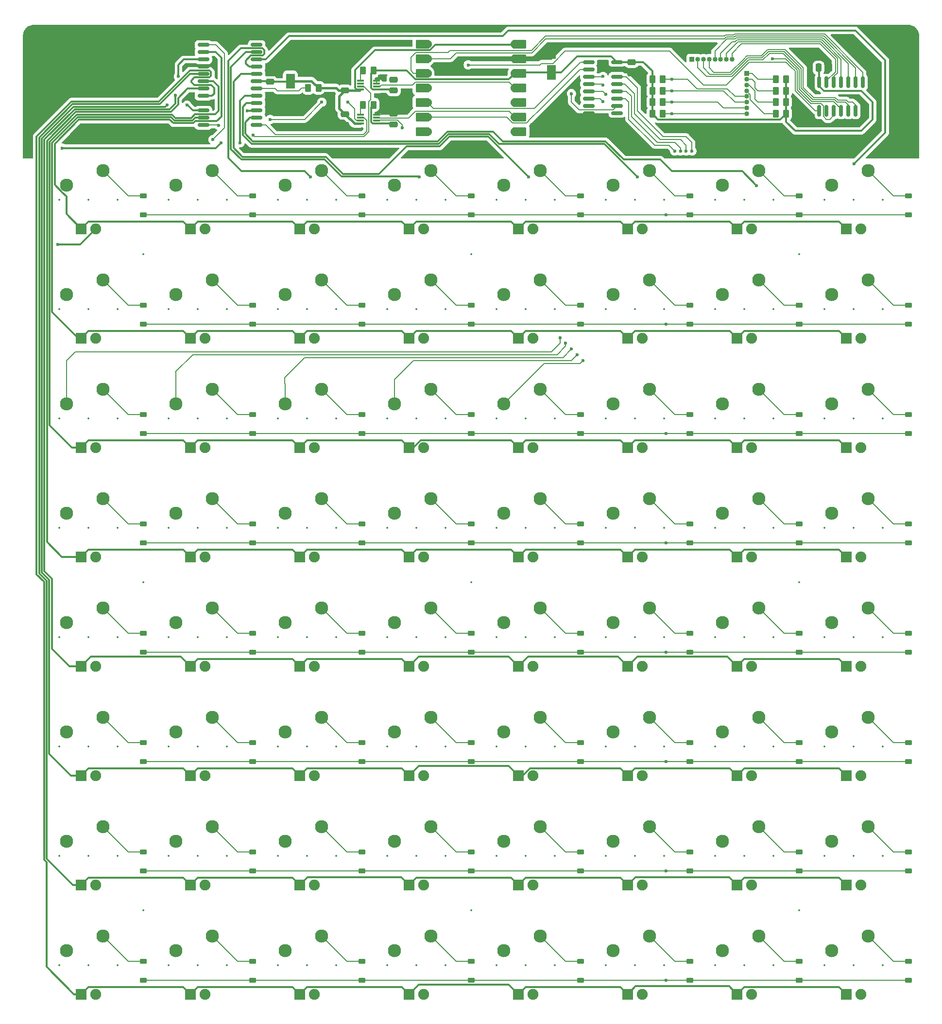
<source format=gtl>
%TF.GenerationSoftware,KiCad,Pcbnew,9.0.2*%
%TF.CreationDate,2025-06-29T11:42:18-07:00*%
%TF.ProjectId,Grid64_v3,47726964-3634-45f7-9633-2e6b69636164,rev?*%
%TF.SameCoordinates,Original*%
%TF.FileFunction,Copper,L1,Top*%
%TF.FilePolarity,Positive*%
%FSLAX46Y46*%
G04 Gerber Fmt 4.6, Leading zero omitted, Abs format (unit mm)*
G04 Created by KiCad (PCBNEW 9.0.2) date 2025-06-29 11:42:18*
%MOMM*%
%LPD*%
G01*
G04 APERTURE LIST*
G04 Aperture macros list*
%AMRoundRect*
0 Rectangle with rounded corners*
0 $1 Rounding radius*
0 $2 $3 $4 $5 $6 $7 $8 $9 X,Y pos of 4 corners*
0 Add a 4 corners polygon primitive as box body*
4,1,4,$2,$3,$4,$5,$6,$7,$8,$9,$2,$3,0*
0 Add four circle primitives for the rounded corners*
1,1,$1+$1,$2,$3*
1,1,$1+$1,$4,$5*
1,1,$1+$1,$6,$7*
1,1,$1+$1,$8,$9*
0 Add four rect primitives between the rounded corners*
20,1,$1+$1,$2,$3,$4,$5,0*
20,1,$1+$1,$4,$5,$6,$7,0*
20,1,$1+$1,$6,$7,$8,$9,0*
20,1,$1+$1,$8,$9,$2,$3,0*%
G04 Aperture macros list end*
%TA.AperFunction,SMDPad,CuDef*%
%ADD10RoundRect,0.225000X-0.375000X0.225000X-0.375000X-0.225000X0.375000X-0.225000X0.375000X0.225000X0*%
%TD*%
%TA.AperFunction,ComponentPad*%
%ADD11R,1.905000X1.905000*%
%TD*%
%TA.AperFunction,ComponentPad*%
%ADD12C,1.905000*%
%TD*%
%TA.AperFunction,ComponentPad*%
%ADD13C,2.300000*%
%TD*%
%TA.AperFunction,SMDPad,CuDef*%
%ADD14RoundRect,0.250000X-0.262500X-0.450000X0.262500X-0.450000X0.262500X0.450000X-0.262500X0.450000X0*%
%TD*%
%TA.AperFunction,ComponentPad*%
%ADD15R,0.850000X0.850000*%
%TD*%
%TA.AperFunction,ComponentPad*%
%ADD16C,0.850000*%
%TD*%
%TA.AperFunction,SMDPad,CuDef*%
%ADD17RoundRect,0.250000X0.262500X0.450000X-0.262500X0.450000X-0.262500X-0.450000X0.262500X-0.450000X0*%
%TD*%
%TA.AperFunction,SMDPad,CuDef*%
%ADD18RoundRect,0.250000X-0.475000X0.250000X-0.475000X-0.250000X0.475000X-0.250000X0.475000X0.250000X0*%
%TD*%
%TA.AperFunction,SMDPad,CuDef*%
%ADD19RoundRect,0.087500X0.537500X0.087500X-0.537500X0.087500X-0.537500X-0.087500X0.537500X-0.087500X0*%
%TD*%
%TA.AperFunction,SMDPad,CuDef*%
%ADD20RoundRect,0.250000X0.475000X-0.250000X0.475000X0.250000X-0.475000X0.250000X-0.475000X-0.250000X0*%
%TD*%
%TA.AperFunction,SMDPad,CuDef*%
%ADD21RoundRect,0.250000X0.550000X-1.050000X0.550000X1.050000X-0.550000X1.050000X-0.550000X-1.050000X0*%
%TD*%
%TA.AperFunction,SMDPad,CuDef*%
%ADD22RoundRect,0.150000X-0.875000X-0.150000X0.875000X-0.150000X0.875000X0.150000X-0.875000X0.150000X0*%
%TD*%
%TA.AperFunction,SMDPad,CuDef*%
%ADD23RoundRect,0.150000X-0.825000X-0.150000X0.825000X-0.150000X0.825000X0.150000X-0.825000X0.150000X0*%
%TD*%
%TA.AperFunction,SMDPad,CuDef*%
%ADD24RoundRect,0.150000X0.150000X-0.825000X0.150000X0.825000X-0.150000X0.825000X-0.150000X-0.825000X0*%
%TD*%
%TA.AperFunction,SMDPad,CuDef*%
%ADD25RoundRect,0.152400X1.063600X0.609600X-1.063600X0.609600X-1.063600X-0.609600X1.063600X-0.609600X0*%
%TD*%
%TA.AperFunction,ComponentPad*%
%ADD26C,1.524000*%
%TD*%
%TA.AperFunction,SMDPad,CuDef*%
%ADD27RoundRect,0.152400X-1.063600X-0.609600X1.063600X-0.609600X1.063600X0.609600X-1.063600X0.609600X0*%
%TD*%
%TA.AperFunction,SMDPad,CuDef*%
%ADD28RoundRect,0.250000X-0.250000X-0.475000X0.250000X-0.475000X0.250000X0.475000X-0.250000X0.475000X0*%
%TD*%
%TA.AperFunction,ViaPad*%
%ADD29C,0.600000*%
%TD*%
%TA.AperFunction,Conductor*%
%ADD30C,0.200000*%
%TD*%
%TA.AperFunction,Conductor*%
%ADD31C,0.300000*%
%TD*%
%TA.AperFunction,Conductor*%
%ADD32C,0.400000*%
%TD*%
%ADD33C,0.300000*%
%ADD34C,0.350000*%
G04 APERTURE END LIST*
D10*
%TO.P,D47,1,K*%
%TO.N,Net-(D47-K)*%
X164623800Y-156671200D03*
%TO.P,D47,2,A*%
%TO.N,Row5*%
X164623800Y-159971200D03*
%TD*%
%TO.P,D30,1,K*%
%TO.N,Net-(D30-K)*%
X145573800Y-118571200D03*
%TO.P,D30,2,A*%
%TO.N,Row3*%
X145573800Y-121871200D03*
%TD*%
D11*
%TO.P,L14,1,K*%
%TO.N,LED_Row1*%
X134778800Y-86201200D03*
D12*
%TO.P,L14,2,A*%
%TO.N,LED_Col5*%
X137318800Y-86201200D03*
%TD*%
D13*
%TO.P,S60,1,1*%
%TO.N,Col3*%
X94138800Y-192881200D03*
%TO.P,S60,2,2*%
%TO.N,Net-(D60-K)*%
X100488800Y-190341200D03*
%TD*%
%TO.P,S22,1,1*%
%TO.N,Col5*%
X132238800Y-97631200D03*
%TO.P,S22,2,2*%
%TO.N,Net-(D22-K)*%
X138588800Y-95091200D03*
%TD*%
%TO.P,S38,1,1*%
%TO.N,Col5*%
X132238800Y-135731200D03*
%TO.P,S38,2,2*%
%TO.N,Net-(D38-K)*%
X138588800Y-133191200D03*
%TD*%
D11*
%TO.P,L52,1,K*%
%TO.N,LED_Row6*%
X96678800Y-181451200D03*
D12*
%TO.P,L52,2,A*%
%TO.N,LED_Col3*%
X99218800Y-181451200D03*
%TD*%
D13*
%TO.P,S43,1,1*%
%TO.N,Col2*%
X75088800Y-154781200D03*
%TO.P,S43,2,2*%
%TO.N,Net-(D43-K)*%
X81438800Y-152241200D03*
%TD*%
D11*
%TO.P,L22,1,K*%
%TO.N,LED_Row2*%
X134778800Y-105251200D03*
D12*
%TO.P,L22,2,A*%
%TO.N,LED_Col5*%
X137318800Y-105251200D03*
%TD*%
D10*
%TO.P,D3,1,K*%
%TO.N,Net-(D3-K)*%
X88423800Y-61421200D03*
%TO.P,D3,2,A*%
%TO.N,Row0*%
X88423800Y-64721200D03*
%TD*%
D13*
%TO.P,S8,1,1*%
%TO.N,Col7*%
X170338800Y-59531200D03*
%TO.P,S8,2,2*%
%TO.N,Net-(D8-K)*%
X176688800Y-56991200D03*
%TD*%
D10*
%TO.P,D10,1,K*%
%TO.N,Net-(D10-K)*%
X69373800Y-80471200D03*
%TO.P,D10,2,A*%
%TO.N,Row1*%
X69373800Y-83771200D03*
%TD*%
D14*
%TO.P,R2,1*%
%TO.N,Net-(U2-DIR)*%
X88661225Y-39615000D03*
%TO.P,R2,2*%
%TO.N,+3V3*%
X90486225Y-39615000D03*
%TD*%
D10*
%TO.P,D8,1,K*%
%TO.N,Net-(D8-K)*%
X183673800Y-61421200D03*
%TO.P,D8,2,A*%
%TO.N,Row0*%
X183673800Y-64721200D03*
%TD*%
%TO.P,D28,1,K*%
%TO.N,Net-(D28-K)*%
X107473800Y-118571200D03*
%TO.P,D28,2,A*%
%TO.N,Row3*%
X107473800Y-121871200D03*
%TD*%
D13*
%TO.P,S35,1,1*%
%TO.N,Col2*%
X75088800Y-135731200D03*
%TO.P,S35,2,2*%
%TO.N,Net-(D35-K)*%
X81438800Y-133191200D03*
%TD*%
%TO.P,S49,1,1*%
%TO.N,Col0*%
X36988800Y-173831200D03*
%TO.P,S49,2,2*%
%TO.N,Net-(D49-K)*%
X43338800Y-171291200D03*
%TD*%
D11*
%TO.P,L64,1,K*%
%TO.N,LED_Row7*%
X172878800Y-200501200D03*
D12*
%TO.P,L64,2,A*%
%TO.N,LED_Col7*%
X175418800Y-200501200D03*
%TD*%
D13*
%TO.P,S9,1,1*%
%TO.N,Col0*%
X36988800Y-78581200D03*
%TO.P,S9,2,2*%
%TO.N,Net-(D9-K)*%
X43338800Y-76041200D03*
%TD*%
D15*
%TO.P,J3,1,Pin_1*%
%TO.N,Row0*%
X155473725Y-40115000D03*
D16*
%TO.P,J3,2,Pin_2*%
%TO.N,Row1*%
X155473725Y-41115000D03*
%TO.P,J3,3,Pin_3*%
%TO.N,Row2*%
X155473725Y-42115000D03*
%TO.P,J3,4,Pin_4*%
%TO.N,Row3*%
X155473725Y-43115000D03*
%TO.P,J3,5,Pin_5*%
%TO.N,Row4*%
X155473725Y-44115000D03*
%TO.P,J3,6,Pin_6*%
%TO.N,Row5*%
X155473725Y-45115000D03*
%TO.P,J3,7,Pin_7*%
%TO.N,Row6*%
X155473725Y-46115000D03*
%TO.P,J3,8,Pin_8*%
%TO.N,Row7*%
X155473725Y-47115000D03*
%TD*%
D11*
%TO.P,L26,1,K*%
%TO.N,LED_Row3*%
X58578800Y-124301200D03*
D12*
%TO.P,L26,2,A*%
%TO.N,LED_Col1*%
X61118800Y-124301200D03*
%TD*%
D10*
%TO.P,D43,1,K*%
%TO.N,Net-(D43-K)*%
X88423800Y-156671200D03*
%TO.P,D43,2,A*%
%TO.N,Row5*%
X88423800Y-159971200D03*
%TD*%
D17*
%TO.P,R7,1*%
%TO.N,+3V3*%
X162386225Y-47115000D03*
%TO.P,R7,2*%
%TO.N,Row3*%
X160561225Y-47115000D03*
%TD*%
D11*
%TO.P,L44,1,K*%
%TO.N,LED_Row5*%
X96678800Y-162401200D03*
D12*
%TO.P,L44,2,A*%
%TO.N,LED_Col3*%
X99218800Y-162401200D03*
%TD*%
D13*
%TO.P,S5,1,1*%
%TO.N,Col4*%
X113188800Y-59531200D03*
%TO.P,S5,2,2*%
%TO.N,Net-(D5-K)*%
X119538800Y-56991200D03*
%TD*%
D18*
%TO.P,C2,1*%
%TO.N,+5V*%
X85473725Y-47165000D03*
%TO.P,C2,2*%
%TO.N,GND*%
X85473725Y-49065000D03*
%TD*%
D11*
%TO.P,L7,1,K*%
%TO.N,LED_Row0*%
X153828800Y-67151200D03*
D12*
%TO.P,L7,2,A*%
%TO.N,LED_Col6*%
X156368800Y-67151200D03*
%TD*%
D10*
%TO.P,D58,1,K*%
%TO.N,Net-(D58-K)*%
X69373800Y-194771200D03*
%TO.P,D58,2,A*%
%TO.N,Row7*%
X69373800Y-198071200D03*
%TD*%
D17*
%TO.P,R1,1*%
%TO.N,+5V*%
X80886225Y-42615000D03*
%TO.P,R1,2*%
%TO.N,Net-(LED1-ISET)*%
X79061225Y-42615000D03*
%TD*%
D19*
%TO.P,U3,1,VCCA*%
%TO.N,+3V3*%
X90973725Y-48815000D03*
%TO.P,U3,2,1A*%
%TO.N,MAX_LOAD*%
X90973725Y-48315000D03*
%TO.P,U3,3,2A*%
%TO.N,CLK*%
X90973725Y-47815000D03*
%TO.P,U3,4,GND*%
%TO.N,GND*%
X90973725Y-47315000D03*
%TO.P,U3,5,DIR*%
%TO.N,Net-(U3-DIR)*%
X88173725Y-47315000D03*
%TO.P,U3,6,2B*%
%TO.N,CLK_5*%
X88173725Y-47815000D03*
%TO.P,U3,7,1B*%
%TO.N,MAX_LOAD_5*%
X88173725Y-48315000D03*
%TO.P,U3,8,VCCB*%
%TO.N,+5V*%
X88173725Y-48815000D03*
%TD*%
D11*
%TO.P,L6,1,K*%
%TO.N,LED_Row0*%
X134778800Y-67151200D03*
D12*
%TO.P,L6,2,A*%
%TO.N,LED_Col5*%
X137318800Y-67151200D03*
%TD*%
D10*
%TO.P,D45,1,K*%
%TO.N,Net-(D45-K)*%
X126523800Y-156671200D03*
%TO.P,D45,2,A*%
%TO.N,Row5*%
X126523800Y-159971200D03*
%TD*%
%TO.P,D5,1,K*%
%TO.N,Net-(D5-K)*%
X126523800Y-61421200D03*
%TO.P,D5,2,A*%
%TO.N,Row0*%
X126523800Y-64721200D03*
%TD*%
D11*
%TO.P,L51,1,K*%
%TO.N,LED_Row6*%
X77628800Y-181451200D03*
D12*
%TO.P,L51,2,A*%
%TO.N,LED_Col2*%
X80168800Y-181451200D03*
%TD*%
D13*
%TO.P,S27,1,1*%
%TO.N,Col2*%
X75088800Y-116681200D03*
%TO.P,S27,2,2*%
%TO.N,Net-(D27-K)*%
X81438800Y-114141200D03*
%TD*%
D20*
%TO.P,C1,2*%
%TO.N,GND*%
X93973725Y-47115000D03*
%TO.P,C1,1*%
%TO.N,+3V3*%
X93973725Y-49015000D03*
%TD*%
D10*
%TO.P,D36,1,K*%
%TO.N,Net-(D36-K)*%
X107473800Y-137621200D03*
%TO.P,D36,2,A*%
%TO.N,Row4*%
X107473800Y-140921200D03*
%TD*%
D13*
%TO.P,S12,1,1*%
%TO.N,Col3*%
X94138800Y-78581200D03*
%TO.P,S12,2,2*%
%TO.N,Net-(D12-K)*%
X100488800Y-76041200D03*
%TD*%
D11*
%TO.P,L31,1,K*%
%TO.N,LED_Row3*%
X153828800Y-124301200D03*
D12*
%TO.P,L31,2,A*%
%TO.N,LED_Col6*%
X156368800Y-124301200D03*
%TD*%
D10*
%TO.P,D59,1,K*%
%TO.N,Net-(D59-K)*%
X88423800Y-194771200D03*
%TO.P,D59,2,A*%
%TO.N,Row7*%
X88423800Y-198071200D03*
%TD*%
D11*
%TO.P,L55,1,K*%
%TO.N,LED_Row6*%
X153828800Y-181451200D03*
D12*
%TO.P,L55,2,A*%
%TO.N,LED_Col6*%
X156368800Y-181451200D03*
%TD*%
D11*
%TO.P,L60,1,K*%
%TO.N,LED_Row7*%
X96678800Y-200501200D03*
D12*
%TO.P,L60,2,A*%
%TO.N,LED_Col3*%
X99218800Y-200501200D03*
%TD*%
D13*
%TO.P,S40,1,1*%
%TO.N,Col7*%
X170338800Y-135731200D03*
%TO.P,S40,2,2*%
%TO.N,Net-(D40-K)*%
X176688800Y-133191200D03*
%TD*%
D11*
%TO.P,L61,1,K*%
%TO.N,LED_Row7*%
X115728800Y-200501200D03*
D12*
%TO.P,L61,2,A*%
%TO.N,LED_Col4*%
X118268800Y-200501200D03*
%TD*%
D13*
%TO.P,S17,1,1*%
%TO.N,Col0*%
X36988800Y-97631200D03*
%TO.P,S17,2,2*%
%TO.N,Net-(D17-K)*%
X43338800Y-95091200D03*
%TD*%
D11*
%TO.P,L58,1,K*%
%TO.N,LED_Row7*%
X58578800Y-200501200D03*
D12*
%TO.P,L58,2,A*%
%TO.N,LED_Col1*%
X61118800Y-200501200D03*
%TD*%
D13*
%TO.P,S18,1,1*%
%TO.N,Col1*%
X56038800Y-97631200D03*
%TO.P,S18,2,2*%
%TO.N,Net-(D18-K)*%
X62388800Y-95091200D03*
%TD*%
%TO.P,S16,1,1*%
%TO.N,Col7*%
X170338800Y-78581200D03*
%TO.P,S16,2,2*%
%TO.N,Net-(D16-K)*%
X176688800Y-76041200D03*
%TD*%
D10*
%TO.P,D18,1,K*%
%TO.N,Net-(D18-K)*%
X69373800Y-99521200D03*
%TO.P,D18,2,A*%
%TO.N,Row2*%
X69373800Y-102821200D03*
%TD*%
%TO.P,D6,1,K*%
%TO.N,Net-(D6-K)*%
X145573800Y-61421200D03*
%TO.P,D6,2,A*%
%TO.N,Row0*%
X145573800Y-64721200D03*
%TD*%
D11*
%TO.P,L3,1,K*%
%TO.N,LED_Row0*%
X77628800Y-67151200D03*
D12*
%TO.P,L3,2,A*%
%TO.N,LED_Col2*%
X80168800Y-67151200D03*
%TD*%
D13*
%TO.P,S25,1,1*%
%TO.N,Col0*%
X36988800Y-116681200D03*
%TO.P,S25,2,2*%
%TO.N,Net-(D25-K)*%
X43338800Y-114141200D03*
%TD*%
%TO.P,S61,1,1*%
%TO.N,Col4*%
X113188800Y-192881200D03*
%TO.P,S61,2,2*%
%TO.N,Net-(D61-K)*%
X119538800Y-190341200D03*
%TD*%
%TO.P,S58,1,1*%
%TO.N,Col1*%
X56038800Y-192881200D03*
%TO.P,S58,2,2*%
%TO.N,Net-(D58-K)*%
X62388800Y-190341200D03*
%TD*%
%TO.P,S31,1,1*%
%TO.N,Col6*%
X151288800Y-116681200D03*
%TO.P,S31,2,2*%
%TO.N,Net-(D31-K)*%
X157638800Y-114141200D03*
%TD*%
D11*
%TO.P,L1,1,K*%
%TO.N,LED_Row0*%
X39528800Y-67151200D03*
D12*
%TO.P,L1,2,A*%
%TO.N,LED_Col0*%
X42068800Y-67151200D03*
%TD*%
D11*
%TO.P,L8,1,K*%
%TO.N,LED_Row0*%
X172878800Y-67151200D03*
D12*
%TO.P,L8,2,A*%
%TO.N,LED_Col7*%
X175418800Y-67151200D03*
%TD*%
D10*
%TO.P,D27,1,K*%
%TO.N,Net-(D27-K)*%
X88423800Y-118571200D03*
%TO.P,D27,2,A*%
%TO.N,Row3*%
X88423800Y-121871200D03*
%TD*%
D11*
%TO.P,L54,1,K*%
%TO.N,LED_Row6*%
X134778800Y-181451200D03*
D12*
%TO.P,L54,2,A*%
%TO.N,LED_Col5*%
X137318800Y-181451200D03*
%TD*%
D13*
%TO.P,S32,1,1*%
%TO.N,Col7*%
X170338800Y-116681200D03*
%TO.P,S32,2,2*%
%TO.N,Net-(D32-K)*%
X176688800Y-114141200D03*
%TD*%
%TO.P,S41,1,1*%
%TO.N,Col0*%
X36988800Y-154781200D03*
%TO.P,S41,2,2*%
%TO.N,Net-(D41-K)*%
X43338800Y-152241200D03*
%TD*%
D20*
%TO.P,C7,1*%
%TO.N,+5V*%
X85473725Y-43065000D03*
%TO.P,C7,2*%
%TO.N,GND*%
X85473725Y-41165000D03*
%TD*%
D11*
%TO.P,L30,1,K*%
%TO.N,LED_Row3*%
X134778800Y-124301200D03*
D12*
%TO.P,L30,2,A*%
%TO.N,LED_Col5*%
X137318800Y-124301200D03*
%TD*%
D11*
%TO.P,L18,1,K*%
%TO.N,LED_Row2*%
X58578800Y-105251200D03*
D12*
%TO.P,L18,2,A*%
%TO.N,LED_Col1*%
X61118800Y-105251200D03*
%TD*%
D10*
%TO.P,D51,1,K*%
%TO.N,Net-(D51-K)*%
X88423800Y-175721200D03*
%TO.P,D51,2,A*%
%TO.N,Row6*%
X88423800Y-179021200D03*
%TD*%
D11*
%TO.P,L9,1,K*%
%TO.N,LED_Row1*%
X39528800Y-86201200D03*
D12*
%TO.P,L9,2,A*%
%TO.N,LED_Col0*%
X42068800Y-86201200D03*
%TD*%
D10*
%TO.P,D19,1,K*%
%TO.N,Net-(D19-K)*%
X88423800Y-99521200D03*
%TO.P,D19,2,A*%
%TO.N,Row2*%
X88423800Y-102821200D03*
%TD*%
%TO.P,D42,1,K*%
%TO.N,Net-(D42-K)*%
X69373800Y-156671200D03*
%TO.P,D42,2,A*%
%TO.N,Row5*%
X69373800Y-159971200D03*
%TD*%
%TO.P,D37,1,K*%
%TO.N,Net-(D37-K)*%
X126523800Y-137621200D03*
%TO.P,D37,2,A*%
%TO.N,Row4*%
X126523800Y-140921200D03*
%TD*%
D11*
%TO.P,L20,1,K*%
%TO.N,LED_Row2*%
X96678800Y-105251200D03*
D12*
%TO.P,L20,2,A*%
%TO.N,LED_Col3*%
X99218800Y-105251200D03*
%TD*%
D17*
%TO.P,R5,1*%
%TO.N,+3V3*%
X162386225Y-43115000D03*
%TO.P,R5,2*%
%TO.N,Row1*%
X160561225Y-43115000D03*
%TD*%
D10*
%TO.P,D34,1,K*%
%TO.N,Net-(D34-K)*%
X69373800Y-137621200D03*
%TO.P,D34,2,A*%
%TO.N,Row4*%
X69373800Y-140921200D03*
%TD*%
D11*
%TO.P,L34,1,K*%
%TO.N,LED_Row4*%
X58578800Y-143351200D03*
D12*
%TO.P,L34,2,A*%
%TO.N,LED_Col1*%
X61118800Y-143351200D03*
%TD*%
D10*
%TO.P,D50,1,K*%
%TO.N,Net-(D50-K)*%
X69373800Y-175721200D03*
%TO.P,D50,2,A*%
%TO.N,Row6*%
X69373800Y-179021200D03*
%TD*%
D11*
%TO.P,L32,1,K*%
%TO.N,LED_Row3*%
X172878800Y-124301200D03*
D12*
%TO.P,L32,2,A*%
%TO.N,LED_Col7*%
X175418800Y-124301200D03*
%TD*%
D10*
%TO.P,D35,1,K*%
%TO.N,Net-(D35-K)*%
X88423800Y-137621200D03*
%TO.P,D35,2,A*%
%TO.N,Row4*%
X88423800Y-140921200D03*
%TD*%
D11*
%TO.P,L27,1,K*%
%TO.N,LED_Row3*%
X77628800Y-124301200D03*
D12*
%TO.P,L27,2,A*%
%TO.N,LED_Col2*%
X80168800Y-124301200D03*
%TD*%
D21*
%TO.P,C9,1*%
%TO.N,+3V3*%
X121473725Y-39915000D03*
%TO.P,C9,2*%
%TO.N,GND*%
X121473725Y-36315000D03*
%TD*%
D13*
%TO.P,S51,1,1*%
%TO.N,Col2*%
X75088800Y-173831200D03*
%TO.P,S51,2,2*%
%TO.N,Net-(D51-K)*%
X81438800Y-171291200D03*
%TD*%
D11*
%TO.P,L57,1,K*%
%TO.N,LED_Row7*%
X39528800Y-200501200D03*
D12*
%TO.P,L57,2,A*%
%TO.N,LED_Col0*%
X42068800Y-200501200D03*
%TD*%
D13*
%TO.P,S7,1,1*%
%TO.N,Col6*%
X151288800Y-59531200D03*
%TO.P,S7,2,2*%
%TO.N,Net-(D7-K)*%
X157638800Y-56991200D03*
%TD*%
%TO.P,S37,1,1*%
%TO.N,Col4*%
X113188800Y-135731200D03*
%TO.P,S37,2,2*%
%TO.N,Net-(D37-K)*%
X119538800Y-133191200D03*
%TD*%
D11*
%TO.P,L43,1,K*%
%TO.N,LED_Row5*%
X77628800Y-162401200D03*
D12*
%TO.P,L43,2,A*%
%TO.N,LED_Col2*%
X80168800Y-162401200D03*
%TD*%
D20*
%TO.P,C5,1*%
%TO.N,+5V*%
X72473725Y-41565000D03*
%TO.P,C5,2*%
%TO.N,GND*%
X72473725Y-39665000D03*
%TD*%
D10*
%TO.P,D21,1,K*%
%TO.N,Net-(D21-K)*%
X126523800Y-99521200D03*
%TO.P,D21,2,A*%
%TO.N,Row2*%
X126523800Y-102821200D03*
%TD*%
D13*
%TO.P,S14,1,1*%
%TO.N,Col5*%
X132238800Y-78581200D03*
%TO.P,S14,2,2*%
%TO.N,Net-(D14-K)*%
X138588800Y-76041200D03*
%TD*%
D14*
%TO.P,R3,1*%
%TO.N,Net-(U3-DIR)*%
X88661225Y-45565000D03*
%TO.P,R3,2*%
%TO.N,+3V3*%
X90486225Y-45565000D03*
%TD*%
D11*
%TO.P,L2,1,K*%
%TO.N,LED_Row0*%
X58578800Y-67151200D03*
D12*
%TO.P,L2,2,A*%
%TO.N,LED_Col1*%
X61118800Y-67151200D03*
%TD*%
D13*
%TO.P,S1,1,1*%
%TO.N,Col0*%
X36988800Y-59531200D03*
%TO.P,S1,2,2*%
%TO.N,Net-(D1-K)*%
X43338800Y-56991200D03*
%TD*%
D10*
%TO.P,D44,1,K*%
%TO.N,Net-(D44-K)*%
X107473800Y-156671200D03*
%TO.P,D44,2,A*%
%TO.N,Row5*%
X107473800Y-159971200D03*
%TD*%
D11*
%TO.P,L33,1,K*%
%TO.N,LED_Row4*%
X39528800Y-143351200D03*
D12*
%TO.P,L33,2,A*%
%TO.N,LED_Col0*%
X42068800Y-143351200D03*
%TD*%
D10*
%TO.P,D41,1,K*%
%TO.N,Net-(D41-K)*%
X50323800Y-156671200D03*
%TO.P,D41,2,A*%
%TO.N,Row5*%
X50323800Y-159971200D03*
%TD*%
D11*
%TO.P,L62,1,K*%
%TO.N,LED_Row7*%
X134778800Y-200501200D03*
D12*
%TO.P,L62,2,A*%
%TO.N,LED_Col5*%
X137318800Y-200501200D03*
%TD*%
D13*
%TO.P,S34,1,1*%
%TO.N,Col1*%
X56038800Y-135731200D03*
%TO.P,S34,2,2*%
%TO.N,Net-(D34-K)*%
X62388800Y-133191200D03*
%TD*%
D10*
%TO.P,D54,1,K*%
%TO.N,Net-(D54-K)*%
X145573800Y-175721200D03*
%TO.P,D54,2,A*%
%TO.N,Row6*%
X145573800Y-179021200D03*
%TD*%
D13*
%TO.P,S2,1,1*%
%TO.N,Col1*%
X56038800Y-59531200D03*
%TO.P,S2,2,2*%
%TO.N,Net-(D2-K)*%
X62388800Y-56991200D03*
%TD*%
%TO.P,S63,1,1*%
%TO.N,Col6*%
X151288800Y-192881200D03*
%TO.P,S63,2,2*%
%TO.N,Net-(D63-K)*%
X157638800Y-190341200D03*
%TD*%
%TO.P,S20,1,1*%
%TO.N,Col3*%
X94138800Y-97631200D03*
%TO.P,S20,2,2*%
%TO.N,Net-(D20-K)*%
X100488800Y-95091200D03*
%TD*%
%TO.P,S13,1,1*%
%TO.N,Col4*%
X113188800Y-78581200D03*
%TO.P,S13,2,2*%
%TO.N,Net-(D13-K)*%
X119538800Y-76041200D03*
%TD*%
D11*
%TO.P,L41,1,K*%
%TO.N,LED_Row5*%
X39528800Y-162401200D03*
D12*
%TO.P,L41,2,A*%
%TO.N,LED_Col0*%
X42068800Y-162401200D03*
%TD*%
D22*
%TO.P,LED1,1,DIN*%
%TO.N,MOSI_5*%
X60823725Y-35130000D03*
%TO.P,LED1,2,DIG_0*%
%TO.N,LED_Row0*%
X60823725Y-36400000D03*
%TO.P,LED1,3,DIG_4*%
%TO.N,LED_Row4*%
X60823725Y-37670000D03*
%TO.P,LED1,4,GND*%
%TO.N,GND*%
X60823725Y-38940000D03*
%TO.P,LED1,5,DIG_6*%
%TO.N,LED_Row6*%
X60823725Y-40210000D03*
%TO.P,LED1,6,DIG_2*%
%TO.N,LED_Row2*%
X60823725Y-41480000D03*
%TO.P,LED1,7,DIG_3*%
%TO.N,LED_Row3*%
X60823725Y-42750000D03*
%TO.P,LED1,8,DIG_7*%
%TO.N,LED_Row7*%
X60823725Y-44020000D03*
%TO.P,LED1,9,GND*%
%TO.N,GND*%
X60823725Y-45290000D03*
%TO.P,LED1,10,DIG_5*%
%TO.N,LED_Row5*%
X60823725Y-46560000D03*
%TO.P,LED1,11,DIG_1*%
%TO.N,LED_Row1*%
X60823725Y-47830000D03*
%TO.P,LED1,12,LOAD*%
%TO.N,MAX_LOAD_5*%
X60823725Y-49100000D03*
%TO.P,LED1,13,CLK*%
%TO.N,CLK_5*%
X70123725Y-49100000D03*
%TO.P,LED1,14,SEG_A*%
%TO.N,LED_Col6*%
X70123725Y-47830000D03*
%TO.P,LED1,15,SEG_F*%
%TO.N,LED_Col1*%
X70123725Y-46560000D03*
%TO.P,LED1,16,SEG_B*%
%TO.N,LED_Col5*%
X70123725Y-45290000D03*
%TO.P,LED1,17,SEG_G*%
%TO.N,LED_Col0*%
X70123725Y-44020000D03*
%TO.P,LED1,18,ISET*%
%TO.N,Net-(LED1-ISET)*%
X70123725Y-42750000D03*
%TO.P,LED1,19,V+*%
%TO.N,+5V*%
X70123725Y-41480000D03*
%TO.P,LED1,20,SEG_C*%
%TO.N,LED_Col4*%
X70123725Y-40210000D03*
%TO.P,LED1,21,SEG_E*%
%TO.N,LED_Col2*%
X70123725Y-38940000D03*
%TO.P,LED1,22,SEG_DP*%
%TO.N,LED_Col7*%
X70123725Y-37670000D03*
%TO.P,LED1,23,SEG_D*%
%TO.N,LED_Col3*%
X70123725Y-36400000D03*
%TO.P,LED1,24,DOUT*%
%TO.N,unconnected-(LED1-DOUT-Pad24)*%
X70123725Y-35130000D03*
%TD*%
D11*
%TO.P,L19,1,K*%
%TO.N,LED_Row2*%
X77628800Y-105251200D03*
D12*
%TO.P,L19,2,A*%
%TO.N,LED_Col2*%
X80168800Y-105251200D03*
%TD*%
D17*
%TO.P,R6,1*%
%TO.N,+3V3*%
X162386225Y-45115000D03*
%TO.P,R6,2*%
%TO.N,Row2*%
X160561225Y-45115000D03*
%TD*%
D11*
%TO.P,L42,1,K*%
%TO.N,LED_Row5*%
X58578800Y-162401200D03*
D12*
%TO.P,L42,2,A*%
%TO.N,LED_Col1*%
X61118800Y-162401200D03*
%TD*%
D10*
%TO.P,D57,1,K*%
%TO.N,Net-(D57-K)*%
X50323800Y-194771200D03*
%TO.P,D57,2,A*%
%TO.N,Row7*%
X50323800Y-198071200D03*
%TD*%
%TO.P,D33,1,K*%
%TO.N,Net-(D33-K)*%
X50323800Y-137621200D03*
%TO.P,D33,2,A*%
%TO.N,Row4*%
X50323800Y-140921200D03*
%TD*%
D13*
%TO.P,S3,1,1*%
%TO.N,Col2*%
X75088800Y-59531200D03*
%TO.P,S3,2,2*%
%TO.N,Net-(D3-K)*%
X81438800Y-56991200D03*
%TD*%
D10*
%TO.P,D62,1,K*%
%TO.N,Net-(D62-K)*%
X145573800Y-194771200D03*
%TO.P,D62,2,A*%
%TO.N,Row7*%
X145573800Y-198071200D03*
%TD*%
%TO.P,D15,1,K*%
%TO.N,Net-(D15-K)*%
X164623800Y-80471200D03*
%TO.P,D15,2,A*%
%TO.N,Row1*%
X164623800Y-83771200D03*
%TD*%
D11*
%TO.P,L5,1,K*%
%TO.N,LED_Row0*%
X115728800Y-67151200D03*
D12*
%TO.P,L5,2,A*%
%TO.N,LED_Col4*%
X118268800Y-67151200D03*
%TD*%
D11*
%TO.P,L11,1,K*%
%TO.N,LED_Row1*%
X77628800Y-86201200D03*
D12*
%TO.P,L11,2,A*%
%TO.N,LED_Col2*%
X80168800Y-86201200D03*
%TD*%
D11*
%TO.P,L49,1,K*%
%TO.N,LED_Row6*%
X39528800Y-181451200D03*
D12*
%TO.P,L49,2,A*%
%TO.N,LED_Col0*%
X42068800Y-181451200D03*
%TD*%
D11*
%TO.P,L16,1,K*%
%TO.N,LED_Row1*%
X172878800Y-86201200D03*
D12*
%TO.P,L16,2,A*%
%TO.N,LED_Col7*%
X175418800Y-86201200D03*
%TD*%
D15*
%TO.P,J4,1,Pin_1*%
%TO.N,Col0*%
X145973725Y-37615000D03*
D16*
%TO.P,J4,2,Pin_2*%
%TO.N,Col1*%
X146973725Y-37615000D03*
%TO.P,J4,3,Pin_3*%
%TO.N,Col2*%
X147973725Y-37615000D03*
%TO.P,J4,4,Pin_4*%
%TO.N,Col3*%
X148973725Y-37615000D03*
%TO.P,J4,5,Pin_5*%
%TO.N,Col4*%
X149973725Y-37615000D03*
%TO.P,J4,6,Pin_6*%
%TO.N,Col5*%
X150973725Y-37615000D03*
%TO.P,J4,7,Pin_7*%
%TO.N,Col6*%
X151973725Y-37615000D03*
%TO.P,J4,8,Pin_8*%
%TO.N,Col7*%
X152973725Y-37615000D03*
%TD*%
D11*
%TO.P,L24,1,K*%
%TO.N,LED_Row2*%
X172878800Y-105251200D03*
D12*
%TO.P,L24,2,A*%
%TO.N,LED_Col7*%
X175418800Y-105251200D03*
%TD*%
D13*
%TO.P,S56,1,1*%
%TO.N,Col7*%
X170338800Y-173831200D03*
%TO.P,S56,2,2*%
%TO.N,Net-(D56-K)*%
X176688800Y-171291200D03*
%TD*%
%TO.P,S52,1,1*%
%TO.N,Col3*%
X94138800Y-173831200D03*
%TO.P,S52,2,2*%
%TO.N,Net-(D52-K)*%
X100488800Y-171291200D03*
%TD*%
D10*
%TO.P,D7,1,K*%
%TO.N,Net-(D7-K)*%
X164623800Y-61421200D03*
%TO.P,D7,2,A*%
%TO.N,Row0*%
X164623800Y-64721200D03*
%TD*%
D13*
%TO.P,S23,1,1*%
%TO.N,Col6*%
X151288800Y-97631200D03*
%TO.P,S23,2,2*%
%TO.N,Net-(D23-K)*%
X157638800Y-95091200D03*
%TD*%
D21*
%TO.P,C8,1*%
%TO.N,+5V*%
X75973725Y-41415000D03*
%TO.P,C8,2*%
%TO.N,GND*%
X75973725Y-37815000D03*
%TD*%
D11*
%TO.P,L50,1,K*%
%TO.N,LED_Row6*%
X58578800Y-181451200D03*
D12*
%TO.P,L50,2,A*%
%TO.N,LED_Col1*%
X61118800Y-181451200D03*
%TD*%
D11*
%TO.P,L10,1,K*%
%TO.N,LED_Row1*%
X58578800Y-86201200D03*
D12*
%TO.P,L10,2,A*%
%TO.N,LED_Col1*%
X61118800Y-86201200D03*
%TD*%
D11*
%TO.P,L29,1,K*%
%TO.N,LED_Row3*%
X115728800Y-124301200D03*
D12*
%TO.P,L29,2,A*%
%TO.N,LED_Col4*%
X118268800Y-124301200D03*
%TD*%
D13*
%TO.P,S55,1,1*%
%TO.N,Col6*%
X151288800Y-173831200D03*
%TO.P,S55,2,2*%
%TO.N,Net-(D55-K)*%
X157638800Y-171291200D03*
%TD*%
D11*
%TO.P,L45,1,K*%
%TO.N,LED_Row5*%
X115728800Y-162401200D03*
D12*
%TO.P,L45,2,A*%
%TO.N,LED_Col4*%
X118268800Y-162401200D03*
%TD*%
D10*
%TO.P,D56,1,K*%
%TO.N,Net-(D56-K)*%
X183673800Y-175721200D03*
%TO.P,D56,2,A*%
%TO.N,Row6*%
X183673800Y-179021200D03*
%TD*%
D14*
%TO.P,R10,1*%
%TO.N,+3V3*%
X139061225Y-45115000D03*
%TO.P,R10,2*%
%TO.N,Row6*%
X140886225Y-45115000D03*
%TD*%
D13*
%TO.P,S36,1,1*%
%TO.N,Col3*%
X94138800Y-135731200D03*
%TO.P,S36,2,2*%
%TO.N,Net-(D36-K)*%
X100488800Y-133191200D03*
%TD*%
%TO.P,S64,1,1*%
%TO.N,Col7*%
X170338800Y-192881200D03*
%TO.P,S64,2,2*%
%TO.N,Net-(D64-K)*%
X176688800Y-190341200D03*
%TD*%
%TO.P,S39,1,1*%
%TO.N,Col6*%
X151288800Y-135731200D03*
%TO.P,S39,2,2*%
%TO.N,Net-(D39-K)*%
X157638800Y-133191200D03*
%TD*%
D10*
%TO.P,D4,1,K*%
%TO.N,Net-(D4-K)*%
X107473800Y-61421200D03*
%TO.P,D4,2,A*%
%TO.N,Row0*%
X107473800Y-64721200D03*
%TD*%
%TO.P,D32,1,K*%
%TO.N,Net-(D32-K)*%
X183673800Y-118571200D03*
%TO.P,D32,2,A*%
%TO.N,Row3*%
X183673800Y-121871200D03*
%TD*%
D13*
%TO.P,S29,1,1*%
%TO.N,Col4*%
X113188800Y-116681200D03*
%TO.P,S29,2,2*%
%TO.N,Net-(D29-K)*%
X119538800Y-114141200D03*
%TD*%
%TO.P,S57,1,1*%
%TO.N,Col0*%
X36988800Y-192881200D03*
%TO.P,S57,2,2*%
%TO.N,Net-(D57-K)*%
X43338800Y-190341200D03*
%TD*%
D11*
%TO.P,L37,1,K*%
%TO.N,LED_Row4*%
X115728800Y-143351200D03*
D12*
%TO.P,L37,2,A*%
%TO.N,LED_Col4*%
X118268800Y-143351200D03*
%TD*%
D13*
%TO.P,S19,1,1*%
%TO.N,Col2*%
X75088800Y-97631200D03*
%TO.P,S19,2,2*%
%TO.N,Net-(D19-K)*%
X81438800Y-95091200D03*
%TD*%
D10*
%TO.P,D29,1,K*%
%TO.N,Net-(D29-K)*%
X126523800Y-118571200D03*
%TO.P,D29,2,A*%
%TO.N,Row3*%
X126523800Y-121871200D03*
%TD*%
D11*
%TO.P,L48,1,K*%
%TO.N,LED_Row5*%
X172878800Y-162401200D03*
D12*
%TO.P,L48,2,A*%
%TO.N,LED_Col7*%
X175418800Y-162401200D03*
%TD*%
D18*
%TO.P,C3,1*%
%TO.N,+3V3*%
X135448725Y-38165000D03*
%TO.P,C3,2*%
%TO.N,GND*%
X135448725Y-40065000D03*
%TD*%
D11*
%TO.P,L13,1,K*%
%TO.N,LED_Row1*%
X115728800Y-86201200D03*
D12*
%TO.P,L13,2,A*%
%TO.N,LED_Col4*%
X118268800Y-86201200D03*
%TD*%
D10*
%TO.P,D9,1,K*%
%TO.N,Net-(D9-K)*%
X50323800Y-80471200D03*
%TO.P,D9,2,A*%
%TO.N,Row1*%
X50323800Y-83771200D03*
%TD*%
D13*
%TO.P,S30,1,1*%
%TO.N,Col5*%
X132238800Y-116681200D03*
%TO.P,S30,2,2*%
%TO.N,Net-(D30-K)*%
X138588800Y-114141200D03*
%TD*%
D10*
%TO.P,D20,1,K*%
%TO.N,Net-(D20-K)*%
X107473800Y-99521200D03*
%TO.P,D20,2,A*%
%TO.N,Row2*%
X107473800Y-102821200D03*
%TD*%
D13*
%TO.P,S24,1,1*%
%TO.N,Col7*%
X170338800Y-97631200D03*
%TO.P,S24,2,2*%
%TO.N,Net-(D24-K)*%
X176688800Y-95091200D03*
%TD*%
D11*
%TO.P,L15,1,K*%
%TO.N,LED_Row1*%
X153828800Y-86201200D03*
D12*
%TO.P,L15,2,A*%
%TO.N,LED_Col6*%
X156368800Y-86201200D03*
%TD*%
D13*
%TO.P,S47,1,1*%
%TO.N,Col6*%
X151288800Y-154781200D03*
%TO.P,S47,2,2*%
%TO.N,Net-(D47-K)*%
X157638800Y-152241200D03*
%TD*%
D10*
%TO.P,D25,1,K*%
%TO.N,Net-(D25-K)*%
X50323800Y-118571200D03*
%TO.P,D25,2,A*%
%TO.N,Row3*%
X50323800Y-121871200D03*
%TD*%
D23*
%TO.P,PISO1,1,~{PL}*%
%TO.N,PISO_LOAD*%
X127973725Y-38115000D03*
%TO.P,PISO1,2,CP*%
%TO.N,PISO_CLOCK*%
X127973725Y-39385000D03*
%TO.P,PISO1,3,D4*%
%TO.N,Row4*%
X127973725Y-40655000D03*
%TO.P,PISO1,4,D5*%
%TO.N,Row5*%
X127973725Y-41925000D03*
%TO.P,PISO1,5,D6*%
%TO.N,Row6*%
X127973725Y-43195000D03*
%TO.P,PISO1,6,D7*%
%TO.N,Row7*%
X127973725Y-44465000D03*
%TO.P,PISO1,7,~{Q7}*%
%TO.N,unconnected-(PISO1-~{Q7}-Pad7)*%
X127973725Y-45735000D03*
%TO.P,PISO1,8,GND*%
%TO.N,GND*%
X127973725Y-47005000D03*
%TO.P,PISO1,9,Q7*%
%TO.N,unconnected-(PISO1-Q7-Pad9)*%
X132923725Y-47005000D03*
%TO.P,PISO1,10,DS*%
%TO.N,PISO_DATA*%
X132923725Y-45735000D03*
%TO.P,PISO1,11,D0*%
%TO.N,Row0*%
X132923725Y-44465000D03*
%TO.P,PISO1,12,D1*%
%TO.N,Row1*%
X132923725Y-43195000D03*
%TO.P,PISO1,13,D2*%
%TO.N,Row2*%
X132923725Y-41925000D03*
%TO.P,PISO1,14,D3*%
%TO.N,Row3*%
X132923725Y-40655000D03*
%TO.P,PISO1,15,~{CE}*%
%TO.N,GND*%
X132923725Y-39385000D03*
%TO.P,PISO1,16,VCC*%
%TO.N,+3V3*%
X132923725Y-38115000D03*
%TD*%
D20*
%TO.P,C6,2*%
%TO.N,unconnected-(C6-Pad2)*%
X93973725Y-41165000D03*
%TO.P,C6,1*%
%TO.N,+3V3*%
X93973725Y-43065000D03*
%TD*%
D10*
%TO.P,D39,1,K*%
%TO.N,Net-(D39-K)*%
X164623800Y-137621200D03*
%TO.P,D39,2,A*%
%TO.N,Row4*%
X164623800Y-140921200D03*
%TD*%
D11*
%TO.P,L39,1,K*%
%TO.N,LED_Row4*%
X153828800Y-143351200D03*
D12*
%TO.P,L39,2,A*%
%TO.N,LED_Col6*%
X156368800Y-143351200D03*
%TD*%
D10*
%TO.P,D22,1,K*%
%TO.N,Net-(D22-K)*%
X145573800Y-99521200D03*
%TO.P,D22,2,A*%
%TO.N,Row2*%
X145573800Y-102821200D03*
%TD*%
D11*
%TO.P,L35,1,K*%
%TO.N,LED_Row4*%
X77628800Y-143351200D03*
D12*
%TO.P,L35,2,A*%
%TO.N,LED_Col2*%
X80168800Y-143351200D03*
%TD*%
D13*
%TO.P,S59,1,1*%
%TO.N,Col2*%
X75088800Y-192881200D03*
%TO.P,S59,2,2*%
%TO.N,Net-(D59-K)*%
X81438800Y-190341200D03*
%TD*%
%TO.P,S62,1,1*%
%TO.N,Col5*%
X132238800Y-192881200D03*
%TO.P,S62,2,2*%
%TO.N,Net-(D62-K)*%
X138588800Y-190341200D03*
%TD*%
D10*
%TO.P,D48,1,K*%
%TO.N,Net-(D48-K)*%
X183673800Y-156671200D03*
%TO.P,D48,2,A*%
%TO.N,Row5*%
X183673800Y-159971200D03*
%TD*%
D17*
%TO.P,R4,1*%
%TO.N,+3V3*%
X162386225Y-41115000D03*
%TO.P,R4,2*%
%TO.N,Row0*%
X160561225Y-41115000D03*
%TD*%
D10*
%TO.P,D12,1,K*%
%TO.N,Net-(D12-K)*%
X107473800Y-80471200D03*
%TO.P,D12,2,A*%
%TO.N,Row1*%
X107473800Y-83771200D03*
%TD*%
D13*
%TO.P,S15,1,1*%
%TO.N,Col6*%
X151288800Y-78581200D03*
%TO.P,S15,2,2*%
%TO.N,Net-(D15-K)*%
X157638800Y-76041200D03*
%TD*%
D10*
%TO.P,D40,1,K*%
%TO.N,Net-(D40-K)*%
X183673800Y-137621200D03*
%TO.P,D40,2,A*%
%TO.N,Row4*%
X183673800Y-140921200D03*
%TD*%
%TO.P,D2,1,K*%
%TO.N,Net-(D2-K)*%
X69373800Y-61421200D03*
%TO.P,D2,2,A*%
%TO.N,Row0*%
X69373800Y-64721200D03*
%TD*%
%TO.P,D53,1,K*%
%TO.N,Net-(D53-K)*%
X126523800Y-175721200D03*
%TO.P,D53,2,A*%
%TO.N,Row6*%
X126523800Y-179021200D03*
%TD*%
D13*
%TO.P,S46,1,1*%
%TO.N,Col5*%
X132238800Y-154781200D03*
%TO.P,S46,2,2*%
%TO.N,Net-(D46-K)*%
X138588800Y-152241200D03*
%TD*%
D24*
%TO.P,SIPO1,1,DSA*%
%TO.N,SIPO_DATA*%
X168163725Y-46590000D03*
%TO.P,SIPO1,2,DSB*%
%TO.N,unconnected-(SIPO1-DSB-Pad2)*%
X169433725Y-46590000D03*
%TO.P,SIPO1,3,Q0*%
%TO.N,Col0*%
X170703725Y-46590000D03*
%TO.P,SIPO1,4,Q1*%
%TO.N,Col1*%
X171973725Y-46590000D03*
%TO.P,SIPO1,5,Q2*%
%TO.N,Col2*%
X173243725Y-46590000D03*
%TO.P,SIPO1,6,Q3*%
%TO.N,Col3*%
X174513725Y-46590000D03*
%TO.P,SIPO1,7,GND*%
%TO.N,GND*%
X175783725Y-46590000D03*
%TO.P,SIPO1,8,CP*%
%TO.N,SIPO_CLOCK*%
X175783725Y-41640000D03*
%TO.P,SIPO1,9,~{MR}*%
%TO.N,SIPO_CLEAR*%
X174513725Y-41640000D03*
%TO.P,SIPO1,10,Q4*%
%TO.N,Col4*%
X173243725Y-41640000D03*
%TO.P,SIPO1,11,Q5*%
%TO.N,Col5*%
X171973725Y-41640000D03*
%TO.P,SIPO1,12,Q6*%
%TO.N,Col6*%
X170703725Y-41640000D03*
%TO.P,SIPO1,13,Q7*%
%TO.N,Col7*%
X169433725Y-41640000D03*
%TO.P,SIPO1,14,VCC*%
%TO.N,+3V3*%
X168163725Y-41640000D03*
%TD*%
D10*
%TO.P,D31,1,K*%
%TO.N,Net-(D31-K)*%
X164623800Y-118571200D03*
%TO.P,D31,2,A*%
%TO.N,Row3*%
X164623800Y-121871200D03*
%TD*%
D13*
%TO.P,S4,1,1*%
%TO.N,Col3*%
X94138800Y-59531200D03*
%TO.P,S4,2,2*%
%TO.N,Net-(D4-K)*%
X100488800Y-56991200D03*
%TD*%
%TO.P,S21,1,1*%
%TO.N,Col4*%
X113188800Y-97631200D03*
%TO.P,S21,2,2*%
%TO.N,Net-(D21-K)*%
X119538800Y-95091200D03*
%TD*%
%TO.P,S28,1,1*%
%TO.N,Col3*%
X94138800Y-116681200D03*
%TO.P,S28,2,2*%
%TO.N,Net-(D28-K)*%
X100488800Y-114141200D03*
%TD*%
D10*
%TO.P,D14,1,K*%
%TO.N,Net-(D14-K)*%
X145573800Y-80471200D03*
%TO.P,D14,2,A*%
%TO.N,Row1*%
X145573800Y-83771200D03*
%TD*%
D13*
%TO.P,S44,1,1*%
%TO.N,Col3*%
X94138800Y-154781200D03*
%TO.P,S44,2,2*%
%TO.N,Net-(D44-K)*%
X100488800Y-152241200D03*
%TD*%
D14*
%TO.P,R11,1*%
%TO.N,+3V3*%
X139061225Y-47115000D03*
%TO.P,R11,2*%
%TO.N,Row7*%
X140886225Y-47115000D03*
%TD*%
%TO.P,R8,1*%
%TO.N,+3V3*%
X139061225Y-41115000D03*
%TO.P,R8,2*%
%TO.N,Row4*%
X140886225Y-41115000D03*
%TD*%
D11*
%TO.P,L59,1,K*%
%TO.N,LED_Row7*%
X77628800Y-200501200D03*
D12*
%TO.P,L59,2,A*%
%TO.N,LED_Col2*%
X80168800Y-200501200D03*
%TD*%
D11*
%TO.P,L47,1,K*%
%TO.N,LED_Row5*%
X153828800Y-162401200D03*
D12*
%TO.P,L47,2,A*%
%TO.N,LED_Col6*%
X156368800Y-162401200D03*
%TD*%
D11*
%TO.P,L40,1,K*%
%TO.N,LED_Row4*%
X172878800Y-143351200D03*
D12*
%TO.P,L40,2,A*%
%TO.N,LED_Col7*%
X175418800Y-143351200D03*
%TD*%
D10*
%TO.P,D64,1,K*%
%TO.N,Net-(D64-K)*%
X183673800Y-194771200D03*
%TO.P,D64,2,A*%
%TO.N,Row7*%
X183673800Y-198071200D03*
%TD*%
%TO.P,D60,1,K*%
%TO.N,Net-(D60-K)*%
X107473800Y-194771200D03*
%TO.P,D60,2,A*%
%TO.N,Row7*%
X107473800Y-198071200D03*
%TD*%
%TO.P,D63,1,K*%
%TO.N,Net-(D63-K)*%
X164623800Y-194771200D03*
%TO.P,D63,2,A*%
%TO.N,Row7*%
X164623800Y-198071200D03*
%TD*%
D13*
%TO.P,S48,1,1*%
%TO.N,Col7*%
X170338800Y-154781200D03*
%TO.P,S48,2,2*%
%TO.N,Net-(D48-K)*%
X176688800Y-152241200D03*
%TD*%
D10*
%TO.P,D17,1,K*%
%TO.N,Net-(D17-K)*%
X50323800Y-99521200D03*
%TO.P,D17,2,A*%
%TO.N,Row2*%
X50323800Y-102821200D03*
%TD*%
D13*
%TO.P,S33,1,1*%
%TO.N,Col0*%
X36988800Y-135731200D03*
%TO.P,S33,2,2*%
%TO.N,Net-(D33-K)*%
X43338800Y-133191200D03*
%TD*%
D10*
%TO.P,D24,1,K*%
%TO.N,Net-(D24-K)*%
X183673800Y-99521200D03*
%TO.P,D24,2,A*%
%TO.N,Row2*%
X183673800Y-102821200D03*
%TD*%
D11*
%TO.P,L28,1,K*%
%TO.N,LED_Row3*%
X96678800Y-124301200D03*
D12*
%TO.P,L28,2,A*%
%TO.N,LED_Col3*%
X99218800Y-124301200D03*
%TD*%
D11*
%TO.P,L25,1,K*%
%TO.N,LED_Row3*%
X39528800Y-124301200D03*
D12*
%TO.P,L25,2,A*%
%TO.N,LED_Col0*%
X42068800Y-124301200D03*
%TD*%
D11*
%TO.P,L12,1,K*%
%TO.N,LED_Row1*%
X96678800Y-86201200D03*
D12*
%TO.P,L12,2,A*%
%TO.N,LED_Col3*%
X99218800Y-86201200D03*
%TD*%
D13*
%TO.P,S10,1,1*%
%TO.N,Col1*%
X56038800Y-78581200D03*
%TO.P,S10,2,2*%
%TO.N,Net-(D10-K)*%
X62388800Y-76041200D03*
%TD*%
%TO.P,S45,1,1*%
%TO.N,Col4*%
X113188800Y-154781200D03*
%TO.P,S45,2,2*%
%TO.N,Net-(D45-K)*%
X119538800Y-152241200D03*
%TD*%
D10*
%TO.P,D61,1,K*%
%TO.N,Net-(D61-K)*%
X126523800Y-194771200D03*
%TO.P,D61,2,A*%
%TO.N,Row7*%
X126523800Y-198071200D03*
%TD*%
D14*
%TO.P,R9,1*%
%TO.N,+3V3*%
X139061225Y-43115000D03*
%TO.P,R9,2*%
%TO.N,Row5*%
X140886225Y-43115000D03*
%TD*%
D10*
%TO.P,D26,1,K*%
%TO.N,Net-(D26-K)*%
X69373800Y-118571200D03*
%TO.P,D26,2,A*%
%TO.N,Row3*%
X69373800Y-121871200D03*
%TD*%
%TO.P,D23,1,K*%
%TO.N,Net-(D23-K)*%
X164623800Y-99521200D03*
%TO.P,D23,2,A*%
%TO.N,Row2*%
X164623800Y-102821200D03*
%TD*%
D13*
%TO.P,S53,1,1*%
%TO.N,Col4*%
X113188800Y-173831200D03*
%TO.P,S53,2,2*%
%TO.N,Net-(D53-K)*%
X119538800Y-171291200D03*
%TD*%
D11*
%TO.P,L53,1,K*%
%TO.N,LED_Row6*%
X115728800Y-181451200D03*
D12*
%TO.P,L53,2,A*%
%TO.N,LED_Col4*%
X118268800Y-181451200D03*
%TD*%
D10*
%TO.P,D46,1,K*%
%TO.N,Net-(D46-K)*%
X145573800Y-156671200D03*
%TO.P,D46,2,A*%
%TO.N,Row5*%
X145573800Y-159971200D03*
%TD*%
D13*
%TO.P,S54,1,1*%
%TO.N,Col5*%
X132238800Y-173831200D03*
%TO.P,S54,2,2*%
%TO.N,Net-(D54-K)*%
X138588800Y-171291200D03*
%TD*%
D10*
%TO.P,D55,1,K*%
%TO.N,Net-(D55-K)*%
X164623800Y-175721200D03*
%TO.P,D55,2,A*%
%TO.N,Row6*%
X164623800Y-179021200D03*
%TD*%
D11*
%TO.P,L56,1,K*%
%TO.N,LED_Row6*%
X172878800Y-181451200D03*
D12*
%TO.P,L56,2,A*%
%TO.N,LED_Col7*%
X175418800Y-181451200D03*
%TD*%
D10*
%TO.P,D49,1,K*%
%TO.N,Net-(D49-K)*%
X50323800Y-175721200D03*
%TO.P,D49,2,A*%
%TO.N,Row6*%
X50323800Y-179021200D03*
%TD*%
D13*
%TO.P,S11,1,1*%
%TO.N,Col2*%
X75088800Y-78581200D03*
%TO.P,S11,2,2*%
%TO.N,Net-(D11-K)*%
X81438800Y-76041200D03*
%TD*%
D11*
%TO.P,L46,1,K*%
%TO.N,LED_Row5*%
X134778800Y-162401200D03*
D12*
%TO.P,L46,2,A*%
%TO.N,LED_Col5*%
X137318800Y-162401200D03*
%TD*%
D13*
%TO.P,S42,1,1*%
%TO.N,Col1*%
X56038800Y-154781200D03*
%TO.P,S42,2,2*%
%TO.N,Net-(D42-K)*%
X62388800Y-152241200D03*
%TD*%
D10*
%TO.P,D11,1,K*%
%TO.N,Net-(D11-K)*%
X88423800Y-80471200D03*
%TO.P,D11,2,A*%
%TO.N,Row1*%
X88423800Y-83771200D03*
%TD*%
D13*
%TO.P,S26,1,1*%
%TO.N,Col1*%
X56038800Y-116681200D03*
%TO.P,S26,2,2*%
%TO.N,Net-(D26-K)*%
X62388800Y-114141200D03*
%TD*%
D11*
%TO.P,L23,1,K*%
%TO.N,LED_Row2*%
X153828800Y-105251200D03*
D12*
%TO.P,L23,2,A*%
%TO.N,LED_Col6*%
X156368800Y-105251200D03*
%TD*%
D11*
%TO.P,L21,1,K*%
%TO.N,LED_Row2*%
X115728800Y-105251200D03*
D12*
%TO.P,L21,2,A*%
%TO.N,LED_Col4*%
X118268800Y-105251200D03*
%TD*%
D10*
%TO.P,D13,1,K*%
%TO.N,Net-(D13-K)*%
X126523800Y-80471200D03*
%TO.P,D13,2,A*%
%TO.N,Row1*%
X126523800Y-83771200D03*
%TD*%
D11*
%TO.P,L63,1,K*%
%TO.N,LED_Row7*%
X153828800Y-200501200D03*
D12*
%TO.P,L63,2,A*%
%TO.N,LED_Col6*%
X156368800Y-200501200D03*
%TD*%
D11*
%TO.P,L36,1,K*%
%TO.N,LED_Row4*%
X96678800Y-143351200D03*
D12*
%TO.P,L36,2,A*%
%TO.N,LED_Col3*%
X99218800Y-143351200D03*
%TD*%
D10*
%TO.P,D1,1,K*%
%TO.N,Net-(D1-K)*%
X50323800Y-61421200D03*
%TO.P,D1,2,A*%
%TO.N,Row0*%
X50323800Y-64721200D03*
%TD*%
D19*
%TO.P,U2,1,VCCA*%
%TO.N,+3V3*%
X90973725Y-42865000D03*
%TO.P,U2,2,1A*%
%TO.N,MOSI*%
X90973725Y-42365000D03*
%TO.P,U2,3,2A*%
%TO.N,GND*%
X90973725Y-41865000D03*
%TO.P,U2,4,GND*%
X90973725Y-41365000D03*
%TO.P,U2,5,DIR*%
%TO.N,Net-(U2-DIR)*%
X88173725Y-41365000D03*
%TO.P,U2,6,2B*%
%TO.N,unconnected-(U2-2B-Pad6)*%
X88173725Y-41865000D03*
%TO.P,U2,7,1B*%
%TO.N,MOSI_5*%
X88173725Y-42365000D03*
%TO.P,U2,8,VCCB*%
%TO.N,+5V*%
X88173725Y-42865000D03*
%TD*%
D11*
%TO.P,L17,1,K*%
%TO.N,LED_Row2*%
X39528800Y-105251200D03*
D12*
%TO.P,L17,2,A*%
%TO.N,LED_Col0*%
X42068800Y-105251200D03*
%TD*%
D25*
%TO.P,U1,1,GPIO2/A0/D0*%
%TO.N,SIPO_DATA*%
X99018725Y-34995000D03*
D26*
X99853725Y-34995000D03*
D25*
%TO.P,U1,2,GPIO3/A1/D1*%
%TO.N,SIPO_CLEAR*%
X99018725Y-37535000D03*
D26*
X99853725Y-37535000D03*
D25*
%TO.P,U1,3,GPIO4/A2/D2*%
%TO.N,SIPO_CLOCK*%
X99018725Y-40075000D03*
D26*
X99853725Y-40075000D03*
D25*
%TO.P,U1,4,GPIO5/A3/D3*%
%TO.N,PISO_DATA*%
X99018725Y-42615000D03*
D26*
X99853725Y-42615000D03*
D25*
%TO.P,U1,5,GPIO6/D4/SDA*%
%TO.N,PISO_LOAD*%
X99018725Y-45155000D03*
D26*
X99853725Y-45155000D03*
D25*
%TO.P,U1,6,GPIO7/D5/SCL*%
%TO.N,PISO_CLOCK*%
X99018725Y-47695000D03*
D26*
X99853725Y-47695000D03*
D25*
%TO.P,U1,7,GPIO21/D6/TX*%
%TO.N,unconnected-(U1-GPIO21{slash}D6{slash}TX-Pad7)*%
X99018725Y-50235000D03*
D26*
%TO.N,unconnected-(U1-GPIO21{slash}D6{slash}TX-Pad7)_1*%
X99853725Y-50235000D03*
%TO.P,U1,8,GPIO20/D7/RX*%
%TO.N,unconnected-(U1-GPIO20{slash}D7{slash}RX-Pad8)*%
X115093725Y-50235000D03*
D27*
%TO.N,unconnected-(U1-GPIO20{slash}D7{slash}RX-Pad8)_1*%
X115928725Y-50235000D03*
D26*
%TO.P,U1,9,GPIO8/D8/SCK*%
%TO.N,CLK*%
X115093725Y-47695000D03*
D27*
X115928725Y-47695000D03*
D26*
%TO.P,U1,10,GPIO9/D9/MISO*%
%TO.N,MAX_LOAD*%
X115093725Y-45155000D03*
D27*
X115928725Y-45155000D03*
D26*
%TO.P,U1,11,GPIO10/D10/MOSI*%
%TO.N,MOSI*%
X115093725Y-42615000D03*
D27*
X115928725Y-42615000D03*
D26*
%TO.P,U1,12,VCC_3V3*%
%TO.N,+3V3*%
X115093725Y-40075000D03*
D27*
X115928725Y-40075000D03*
D26*
%TO.P,U1,13,GND*%
%TO.N,GND*%
X115093725Y-37535000D03*
D27*
X115928725Y-37535000D03*
D26*
%TO.P,U1,14,VBUS*%
%TO.N,+5V*%
X115093725Y-34995000D03*
D27*
X115928725Y-34995000D03*
%TD*%
D10*
%TO.P,D16,1,K*%
%TO.N,Net-(D16-K)*%
X183673800Y-80471200D03*
%TO.P,D16,2,A*%
%TO.N,Row1*%
X183673800Y-83771200D03*
%TD*%
%TO.P,D52,1,K*%
%TO.N,Net-(D52-K)*%
X107473800Y-175721200D03*
%TO.P,D52,2,A*%
%TO.N,Row6*%
X107473800Y-179021200D03*
%TD*%
D28*
%TO.P,C4,1*%
%TO.N,+3V3*%
X168023725Y-39115000D03*
%TO.P,C4,2*%
%TO.N,GND*%
X169923725Y-39115000D03*
%TD*%
D11*
%TO.P,L38,1,K*%
%TO.N,LED_Row4*%
X134778800Y-143351200D03*
D12*
%TO.P,L38,2,A*%
%TO.N,LED_Col5*%
X137318800Y-143351200D03*
%TD*%
D10*
%TO.P,D38,1,K*%
%TO.N,Net-(D38-K)*%
X145573800Y-137621200D03*
%TO.P,D38,2,A*%
%TO.N,Row4*%
X145573800Y-140921200D03*
%TD*%
D13*
%TO.P,S6,1,1*%
%TO.N,Col5*%
X132238800Y-59531200D03*
%TO.P,S6,2,2*%
%TO.N,Net-(D6-K)*%
X138588800Y-56991200D03*
%TD*%
%TO.P,S50,1,1*%
%TO.N,Col1*%
X56038800Y-173831200D03*
%TO.P,S50,2,2*%
%TO.N,Net-(D50-K)*%
X62388800Y-171291200D03*
%TD*%
D11*
%TO.P,L4,1,K*%
%TO.N,LED_Row0*%
X96678800Y-67151200D03*
D12*
%TO.P,L4,2,A*%
%TO.N,LED_Col3*%
X99218800Y-67151200D03*
%TD*%
D29*
%TO.N,Row0*%
X141473725Y-64721200D03*
X142973725Y-53615000D03*
%TO.N,Row1*%
X141473725Y-83771200D03*
X143973725Y-53615000D03*
%TO.N,Row2*%
X141473725Y-102821200D03*
X144973725Y-53615000D03*
%TO.N,Row3*%
X145973725Y-53615000D03*
X141473725Y-121871200D03*
%TO.N,Row5*%
X130473725Y-42115000D03*
X142473725Y-43115000D03*
X141473725Y-159971200D03*
%TO.N,Row6*%
X141473725Y-179021200D03*
X130973725Y-43746000D03*
X142473725Y-45115000D03*
%TO.N,Row7*%
X130473725Y-45016000D03*
X141473725Y-198071200D03*
X142473725Y-47115000D03*
%TO.N,Col0*%
X122973725Y-86115000D03*
X159973725Y-37565000D03*
%TO.N,Col1*%
X123973725Y-87115000D03*
%TO.N,Col2*%
X124973725Y-88115000D03*
%TO.N,Col3*%
X125973725Y-89115000D03*
%TO.N,Col4*%
X126973725Y-90115000D03*
%TO.N,LED_Col0*%
X63923725Y-52165000D03*
X36223725Y-53115000D03*
X67223725Y-52165000D03*
X35473725Y-69865000D03*
%TO.N,LED_Col1*%
X68473725Y-46615000D03*
%TO.N,LED_Col2*%
X79473725Y-58115000D03*
%TO.N,LED_Col3*%
X98473725Y-58115000D03*
%TO.N,LED_Col4*%
X117473725Y-58115000D03*
%TO.N,LED_Col5*%
X136473725Y-58115000D03*
%TO.N,LED_Col6*%
X157223725Y-59615000D03*
%TO.N,LED_Col7*%
X174223725Y-55865000D03*
%TO.N,LED_Row4*%
X55973725Y-43865000D03*
X56473725Y-40615000D03*
%TO.N,LED_Row5*%
X57973725Y-45615000D03*
X54473725Y-45615000D03*
%TO.N,Row4*%
X142473725Y-41115000D03*
X130473725Y-40615000D03*
X141473725Y-140921200D03*
%TO.N,GND*%
X164473725Y-46115000D03*
X134973725Y-49615000D03*
X119973725Y-37115000D03*
X91473725Y-40615000D03*
X164473725Y-36115000D03*
X106473725Y-54115000D03*
X125973725Y-41615000D03*
X119473725Y-49615000D03*
X136973725Y-40115000D03*
X58473725Y-44115000D03*
X148473725Y-36115000D03*
X48473725Y-50615000D03*
X62473725Y-45615000D03*
X31973725Y-48615000D03*
X123473725Y-35115000D03*
X31973725Y-34115000D03*
X57973725Y-38615000D03*
X140473725Y-49115000D03*
X87973725Y-49865000D03*
X180973725Y-35115000D03*
X83473725Y-48115000D03*
X84973725Y-53615000D03*
X96473725Y-34868920D03*
X77473725Y-36615000D03*
X126473725Y-47615000D03*
X168973725Y-37615000D03*
X143973725Y-35615000D03*
X103473725Y-39115000D03*
X72473725Y-38615000D03*
X171973725Y-34115000D03*
X166973725Y-42615000D03*
X130473725Y-38615000D03*
X95473725Y-44115000D03*
X110473725Y-40115000D03*
X91973725Y-46115000D03*
X160973725Y-50115000D03*
X62973725Y-38615000D03*
X60973725Y-51115000D03*
X177973725Y-38615000D03*
X85973725Y-40115000D03*
X73473725Y-49115000D03*
X57973725Y-51115000D03*
X175473725Y-44615000D03*
X170973725Y-53115000D03*
X182473725Y-52615000D03*
%TO.N,MAX_LOAD*%
X95473725Y-49615000D03*
%TO.N,PISO_DATA*%
X124973725Y-43615000D03*
%TO.N,SIPO_DATA*%
X106973725Y-38615000D03*
%TO.N,MAX_LOAD_5*%
X85973725Y-45115000D03*
X72473725Y-48115000D03*
X63473725Y-49115000D03*
X81473725Y-45115000D03*
%TO.N,MOSI_5*%
X62473725Y-51615000D03*
X69473725Y-50817000D03*
%TD*%
D30*
%TO.N,GND*%
X90973725Y-41865000D02*
X90973725Y-41365000D01*
%TO.N,MAX_LOAD*%
X94663173Y-48264000D02*
X91024725Y-48264000D01*
X95473725Y-49615000D02*
X95473725Y-49074552D01*
X95473725Y-49074552D02*
X94663173Y-48264000D01*
X91024725Y-48264000D02*
X90973725Y-48315000D01*
D31*
%TO.N,+3V3*%
X90973725Y-48815000D02*
X93747073Y-48815000D01*
X93747073Y-48815000D02*
X93960399Y-49028326D01*
X90973725Y-42865000D02*
X93773725Y-42865000D01*
X93773725Y-42865000D02*
X93973725Y-43065000D01*
D30*
%TO.N,Row0*%
X134973725Y-48115000D02*
X139473725Y-52615000D01*
X132923725Y-44465000D02*
X134361225Y-44465000D01*
X141473725Y-64721200D02*
X183673800Y-64721200D01*
X141973725Y-52615000D02*
X142973725Y-53615000D01*
X157473725Y-41115000D02*
X160561225Y-41115000D01*
X156473725Y-40115000D02*
X157473725Y-41115000D01*
X134361225Y-44465000D02*
X134973725Y-45077500D01*
X155473725Y-40115000D02*
X156473725Y-40115000D01*
X134973725Y-45077500D02*
X134973725Y-48115000D01*
X139473725Y-52615000D02*
X141973725Y-52615000D01*
X50323800Y-64721200D02*
X141473725Y-64721200D01*
%TO.N,Net-(D1-K)*%
X47768800Y-61421200D02*
X50323800Y-61421200D01*
X43338800Y-56991200D02*
X47768800Y-61421200D01*
%TO.N,Net-(D2-K)*%
X66818800Y-61421200D02*
X69373800Y-61421200D01*
X62388800Y-56991200D02*
X66818800Y-61421200D01*
%TO.N,Net-(D3-K)*%
X81438800Y-56991200D02*
X85868800Y-61421200D01*
X85868800Y-61421200D02*
X88423800Y-61421200D01*
%TO.N,Net-(D4-K)*%
X104918800Y-61421200D02*
X107473800Y-61421200D01*
X100488800Y-56991200D02*
X104918800Y-61421200D01*
%TO.N,Net-(D5-K)*%
X119538800Y-56991200D02*
X123968800Y-61421200D01*
X123968800Y-61421200D02*
X126523800Y-61421200D01*
%TO.N,Net-(D6-K)*%
X138588800Y-56991200D02*
X143018800Y-61421200D01*
X143018800Y-61421200D02*
X145573800Y-61421200D01*
%TO.N,Net-(D7-K)*%
X157638800Y-56991200D02*
X162068800Y-61421200D01*
X162068800Y-61421200D02*
X164623800Y-61421200D01*
%TO.N,Net-(D8-K)*%
X181118800Y-61421200D02*
X183673800Y-61421200D01*
X176688800Y-56991200D02*
X181118800Y-61421200D01*
%TO.N,Row1*%
X135473725Y-44115000D02*
X135473725Y-47615000D01*
X132923725Y-43195000D02*
X134553725Y-43195000D01*
X157473725Y-43115000D02*
X160561225Y-43115000D01*
X135473725Y-47615000D02*
X139973725Y-52115000D01*
X156973725Y-41615000D02*
X156973725Y-42615000D01*
X142973725Y-52115000D02*
X143973725Y-53115000D01*
X155473725Y-41115000D02*
X156473725Y-41115000D01*
X134553725Y-43195000D02*
X135473725Y-44115000D01*
X141473725Y-83771200D02*
X50323800Y-83771200D01*
X139973725Y-52115000D02*
X142973725Y-52115000D01*
X156973725Y-42615000D02*
X157473725Y-43115000D01*
X183673800Y-83771200D02*
X141473725Y-83771200D01*
X143973725Y-53115000D02*
X143973725Y-53615000D01*
X156473725Y-41115000D02*
X156973725Y-41615000D01*
%TO.N,Net-(D9-K)*%
X47768800Y-80471200D02*
X50323800Y-80471200D01*
X43338800Y-76041200D02*
X47768800Y-80471200D01*
%TO.N,Net-(D10-K)*%
X66818800Y-80471200D02*
X69373800Y-80471200D01*
X62388800Y-76041200D02*
X66818800Y-80471200D01*
%TO.N,Net-(D11-K)*%
X81438800Y-76041200D02*
X85868800Y-80471200D01*
X85868800Y-80471200D02*
X88423800Y-80471200D01*
%TO.N,Net-(D12-K)*%
X100488800Y-76041200D02*
X104918800Y-80471200D01*
X104918800Y-80471200D02*
X107473800Y-80471200D01*
%TO.N,Net-(D13-K)*%
X119538800Y-76041200D02*
X123968800Y-80471200D01*
X123968800Y-80471200D02*
X126523800Y-80471200D01*
%TO.N,Net-(D14-K)*%
X138588800Y-76041200D02*
X143018800Y-80471200D01*
X143018800Y-80471200D02*
X145573800Y-80471200D01*
%TO.N,Net-(D15-K)*%
X162068800Y-80471200D02*
X164623800Y-80471200D01*
X157638800Y-76041200D02*
X162068800Y-80471200D01*
%TO.N,Row2*%
X157473725Y-45115000D02*
X160561225Y-45115000D01*
X132923725Y-41925000D02*
X134283725Y-41925000D01*
X135973725Y-47115000D02*
X140473725Y-51615000D01*
X140473725Y-51615000D02*
X143971919Y-51615000D01*
X155473725Y-42115000D02*
X155973725Y-42115000D01*
X155973725Y-42115000D02*
X156973725Y-43115000D01*
X143971919Y-51615000D02*
X144973725Y-52616806D01*
X141473725Y-102821200D02*
X183673800Y-102821200D01*
X144973725Y-52616806D02*
X144973725Y-53615000D01*
X134283725Y-41925000D02*
X135973725Y-43615000D01*
X156973725Y-44615000D02*
X157473725Y-45115000D01*
X135973725Y-43615000D02*
X135973725Y-47115000D01*
X50323800Y-102821200D02*
X141473725Y-102821200D01*
X156973725Y-43115000D02*
X156973725Y-44615000D01*
%TO.N,Net-(D16-K)*%
X176688800Y-76041200D02*
X181118800Y-80471200D01*
X181118800Y-80471200D02*
X183673800Y-80471200D01*
%TO.N,Row3*%
X144973725Y-51115000D02*
X145973725Y-52115000D01*
X136473725Y-46615000D02*
X140973725Y-51115000D01*
X140973725Y-51115000D02*
X144973725Y-51115000D01*
X134513725Y-40655000D02*
X136473725Y-42615000D01*
X158561225Y-47115000D02*
X160561225Y-47115000D01*
X156149725Y-43791000D02*
X156149725Y-44703500D01*
X132923725Y-40655000D02*
X134513725Y-40655000D01*
X155473725Y-43115000D02*
X156149725Y-43791000D01*
X50323800Y-121871200D02*
X88423800Y-121871200D01*
X145973725Y-52115000D02*
X145973725Y-53615000D01*
X141473725Y-121871200D02*
X183673800Y-121871200D01*
X88423800Y-121871200D02*
X141473725Y-121871200D01*
X136473725Y-42615000D02*
X136473725Y-46615000D01*
X156149725Y-44703500D02*
X158561225Y-47115000D01*
%TO.N,Net-(D17-K)*%
X47768800Y-99521200D02*
X50323800Y-99521200D01*
X43338800Y-95091200D02*
X47768800Y-99521200D01*
%TO.N,Net-(D18-K)*%
X66818800Y-99521200D02*
X69373800Y-99521200D01*
X62388800Y-95091200D02*
X66818800Y-99521200D01*
%TO.N,Net-(D19-K)*%
X85868800Y-99521200D02*
X88423800Y-99521200D01*
X81438800Y-95091200D02*
X85868800Y-99521200D01*
%TO.N,Net-(D20-K)*%
X100488800Y-95091200D02*
X104918800Y-99521200D01*
X104918800Y-99521200D02*
X107473800Y-99521200D01*
%TO.N,Net-(D21-K)*%
X119538800Y-95091200D02*
X123968800Y-99521200D01*
X123968800Y-99521200D02*
X126523800Y-99521200D01*
%TO.N,Net-(D22-K)*%
X138588800Y-95091200D02*
X143018800Y-99521200D01*
X143018800Y-99521200D02*
X145573800Y-99521200D01*
%TO.N,Net-(D23-K)*%
X162068800Y-99521200D02*
X164623800Y-99521200D01*
X157638800Y-95091200D02*
X162068800Y-99521200D01*
%TO.N,Net-(D24-K)*%
X176688800Y-95091200D02*
X181118800Y-99521200D01*
X181118800Y-99521200D02*
X183673800Y-99521200D01*
%TO.N,Net-(D25-K)*%
X47768800Y-118571200D02*
X50323800Y-118571200D01*
X43338800Y-114141200D02*
X47768800Y-118571200D01*
%TO.N,Net-(D26-K)*%
X62388800Y-114141200D02*
X66818800Y-118571200D01*
X66818800Y-118571200D02*
X69373800Y-118571200D01*
%TO.N,Net-(D27-K)*%
X85868800Y-118571200D02*
X88423800Y-118571200D01*
X81438800Y-114141200D02*
X85868800Y-118571200D01*
%TO.N,Net-(D28-K)*%
X100488800Y-114141200D02*
X104918800Y-118571200D01*
X104918800Y-118571200D02*
X107473800Y-118571200D01*
%TO.N,Net-(D29-K)*%
X123968800Y-118571200D02*
X126523800Y-118571200D01*
X119538800Y-114141200D02*
X123968800Y-118571200D01*
%TO.N,Net-(D30-K)*%
X138588800Y-114141200D02*
X143018800Y-118571200D01*
X143018800Y-118571200D02*
X145573800Y-118571200D01*
%TO.N,Net-(D31-K)*%
X157638800Y-114141200D02*
X162068800Y-118571200D01*
X162068800Y-118571200D02*
X164623800Y-118571200D01*
%TO.N,Net-(D32-K)*%
X176688800Y-114141200D02*
X181118800Y-118571200D01*
X181118800Y-118571200D02*
X183673800Y-118571200D01*
%TO.N,Net-(D33-K)*%
X47768800Y-137621200D02*
X50323800Y-137621200D01*
X43338800Y-133191200D02*
X47768800Y-137621200D01*
%TO.N,Row5*%
X130283725Y-41925000D02*
X130473725Y-42115000D01*
X127973725Y-41925000D02*
X130283725Y-41925000D01*
X151473725Y-43115000D02*
X153473725Y-45115000D01*
X142473725Y-43115000D02*
X151473725Y-43115000D01*
X141473725Y-159971200D02*
X183673800Y-159971200D01*
X153473725Y-45115000D02*
X155473725Y-45115000D01*
X50323800Y-159971200D02*
X141473725Y-159971200D01*
X140886225Y-43115000D02*
X142473725Y-43115000D01*
%TO.N,Net-(D34-K)*%
X62388800Y-133191200D02*
X66818800Y-137621200D01*
X66818800Y-137621200D02*
X69373800Y-137621200D01*
%TO.N,Net-(D35-K)*%
X85868800Y-137621200D02*
X88423800Y-137621200D01*
X81438800Y-133191200D02*
X85868800Y-137621200D01*
%TO.N,Net-(D36-K)*%
X104918800Y-137621200D02*
X107473800Y-137621200D01*
X100488800Y-133191200D02*
X104918800Y-137621200D01*
%TO.N,Net-(D37-K)*%
X123968800Y-137621200D02*
X126523800Y-137621200D01*
X119538800Y-133191200D02*
X123968800Y-137621200D01*
%TO.N,Net-(D38-K)*%
X143018800Y-137621200D02*
X145573800Y-137621200D01*
X138588800Y-133191200D02*
X143018800Y-137621200D01*
%TO.N,Net-(D39-K)*%
X157638800Y-133191200D02*
X162068800Y-137621200D01*
X162068800Y-137621200D02*
X164623800Y-137621200D01*
%TO.N,Net-(D40-K)*%
X181118800Y-137621200D02*
X183673800Y-137621200D01*
X176688800Y-133191200D02*
X181118800Y-137621200D01*
%TO.N,Net-(D41-K)*%
X47768800Y-156671200D02*
X50323800Y-156671200D01*
X43338800Y-152241200D02*
X47768800Y-156671200D01*
%TO.N,Net-(D42-K)*%
X66818800Y-156671200D02*
X69373800Y-156671200D01*
X62388800Y-152241200D02*
X66818800Y-156671200D01*
%TO.N,Net-(D43-K)*%
X85868800Y-156671200D02*
X88423800Y-156671200D01*
X81438800Y-152241200D02*
X85868800Y-156671200D01*
%TO.N,Net-(D44-K)*%
X100488800Y-152241200D02*
X104918800Y-156671200D01*
X104918800Y-156671200D02*
X107473800Y-156671200D01*
%TO.N,Net-(D45-K)*%
X123968800Y-156671200D02*
X126523800Y-156671200D01*
X119538800Y-152241200D02*
X123968800Y-156671200D01*
%TO.N,Net-(D46-K)*%
X138588800Y-152241200D02*
X143018800Y-156671200D01*
X143018800Y-156671200D02*
X145573800Y-156671200D01*
%TO.N,Net-(D47-K)*%
X162068800Y-156671200D02*
X164623800Y-156671200D01*
X157638800Y-152241200D02*
X162068800Y-156671200D01*
%TO.N,Net-(D48-K)*%
X181118800Y-156671200D02*
X183673800Y-156671200D01*
X176688800Y-152241200D02*
X181118800Y-156671200D01*
%TO.N,Row6*%
X50323800Y-179021200D02*
X141473725Y-179021200D01*
X151473725Y-46115000D02*
X150473725Y-45115000D01*
X141473725Y-179021200D02*
X183673800Y-179021200D01*
X130973725Y-43746000D02*
X130422725Y-43195000D01*
X155473725Y-46115000D02*
X151473725Y-46115000D01*
X150473725Y-45115000D02*
X142473725Y-45115000D01*
X142473725Y-45115000D02*
X140886225Y-45115000D01*
X130422725Y-43195000D02*
X127973725Y-43195000D01*
%TO.N,Row7*%
X130473725Y-45016000D02*
X129922725Y-44465000D01*
X141473725Y-198071200D02*
X50323800Y-198071200D01*
X142473725Y-47115000D02*
X155473725Y-47115000D01*
X140886225Y-47115000D02*
X142473725Y-47115000D01*
X129922725Y-44465000D02*
X127973725Y-44465000D01*
X183673800Y-198071200D02*
X141473725Y-198071200D01*
%TO.N,Net-(D49-K)*%
X47768800Y-175721200D02*
X50323800Y-175721200D01*
X43338800Y-171291200D02*
X47768800Y-175721200D01*
%TO.N,Net-(D50-K)*%
X62388800Y-171291200D02*
X66818800Y-175721200D01*
X66818800Y-175721200D02*
X69373800Y-175721200D01*
%TO.N,Net-(D51-K)*%
X81438800Y-171291200D02*
X85868800Y-175721200D01*
X85868800Y-175721200D02*
X88423800Y-175721200D01*
%TO.N,Net-(D52-K)*%
X104918800Y-175721200D02*
X107473800Y-175721200D01*
X100488800Y-171291200D02*
X104918800Y-175721200D01*
%TO.N,Net-(D53-K)*%
X123968800Y-175721200D02*
X126523800Y-175721200D01*
X119538800Y-171291200D02*
X123968800Y-175721200D01*
%TO.N,Net-(D54-K)*%
X138588800Y-171291200D02*
X143018800Y-175721200D01*
X143018800Y-175721200D02*
X145573800Y-175721200D01*
%TO.N,Net-(D55-K)*%
X157638800Y-171291200D02*
X162068800Y-175721200D01*
X162068800Y-175721200D02*
X164623800Y-175721200D01*
%TO.N,Net-(D56-K)*%
X181118800Y-175721200D02*
X183673800Y-175721200D01*
X176688800Y-171291200D02*
X181118800Y-175721200D01*
%TO.N,Net-(D57-K)*%
X47768800Y-194771200D02*
X50323800Y-194771200D01*
X43338800Y-190341200D02*
X47768800Y-194771200D01*
%TO.N,Net-(D58-K)*%
X66818800Y-194771200D02*
X69373800Y-194771200D01*
X62388800Y-190341200D02*
X66818800Y-194771200D01*
%TO.N,Net-(D59-K)*%
X81438800Y-190341200D02*
X85868800Y-194771200D01*
X85868800Y-194771200D02*
X88423800Y-194771200D01*
%TO.N,Net-(D60-K)*%
X104918800Y-194771200D02*
X107473800Y-194771200D01*
X100488800Y-190341200D02*
X104918800Y-194771200D01*
%TO.N,Net-(D61-K)*%
X123968800Y-194771200D02*
X126523800Y-194771200D01*
X119538800Y-190341200D02*
X123968800Y-194771200D01*
%TO.N,Net-(D62-K)*%
X143018800Y-194771200D02*
X145573800Y-194771200D01*
X138588800Y-190341200D02*
X143018800Y-194771200D01*
%TO.N,Net-(D63-K)*%
X162068800Y-194771200D02*
X164623800Y-194771200D01*
X157638800Y-190341200D02*
X162068800Y-194771200D01*
%TO.N,Col0*%
X169973725Y-48115000D02*
X170703725Y-47385000D01*
X169412469Y-48115000D02*
X169973725Y-48115000D01*
X162320725Y-37565000D02*
X163370725Y-38615000D01*
X122973725Y-87115000D02*
X121473725Y-88615000D01*
X38473725Y-88615000D02*
X36973725Y-90115000D01*
X36973725Y-90115000D02*
X36988800Y-90130075D01*
X168882725Y-45762744D02*
X168882725Y-47585256D01*
X164324725Y-42966000D02*
X166722725Y-45364000D01*
X170703725Y-47385000D02*
X170703725Y-46590000D01*
X166722725Y-45364000D02*
X168483981Y-45364000D01*
X164324725Y-39536156D02*
X164324725Y-42966000D01*
X121473725Y-88615000D02*
X38473725Y-88615000D01*
X159973725Y-37565000D02*
X162320725Y-37565000D01*
X163403569Y-38615000D02*
X164324725Y-39536156D01*
X122973725Y-86115000D02*
X122973725Y-87115000D01*
X163370725Y-38615000D02*
X163403569Y-38615000D01*
X36988800Y-90130075D02*
X36988800Y-97631200D01*
X168483981Y-45364000D02*
X168882725Y-45762744D01*
X168882725Y-47585256D02*
X169412469Y-48115000D01*
%TO.N,Col1*%
X58973725Y-89115000D02*
X55973725Y-92115000D01*
X152977337Y-40615000D02*
X148473725Y-40615000D01*
X166871725Y-45013000D02*
X170672981Y-45013000D01*
X158324725Y-37764000D02*
X155828337Y-37764000D01*
X155828337Y-37764000D02*
X152977337Y-40615000D01*
X161899957Y-36615000D02*
X159473725Y-36615000D01*
X170672981Y-45013000D02*
X171973725Y-46313744D01*
X171973725Y-46313744D02*
X171973725Y-46590000D01*
X123973725Y-87615000D02*
X122473725Y-89115000D01*
X56038800Y-92180075D02*
X56038800Y-97631200D01*
X123973725Y-87115000D02*
X123973725Y-87615000D01*
X55973725Y-92115000D02*
X56038800Y-92180075D01*
X122473725Y-89115000D02*
X58973725Y-89115000D01*
X148473725Y-40615000D02*
X146973725Y-39115000D01*
X164675725Y-39390768D02*
X161899957Y-36615000D01*
X164675725Y-42817000D02*
X164675725Y-39390768D01*
X146973725Y-39115000D02*
X146973725Y-37615000D01*
X164675725Y-42817000D02*
X166871725Y-45013000D01*
X159473725Y-36615000D02*
X158324725Y-37764000D01*
%TO.N,Col2*%
X124973725Y-88115000D02*
X123473725Y-89615000D01*
X170818369Y-44662000D02*
X167017113Y-44662000D01*
X171271369Y-45115000D02*
X170818369Y-44662000D01*
X123473725Y-89615000D02*
X78473725Y-89615000D01*
X158179337Y-37413000D02*
X155682949Y-37413000D01*
X172743724Y-45115000D02*
X171271369Y-45115000D01*
X149122725Y-40264000D02*
X147973725Y-39115000D01*
X74973725Y-93115000D02*
X74973725Y-94115000D01*
X173243725Y-45615001D02*
X172743724Y-45115000D01*
X162045345Y-36264000D02*
X159328336Y-36264000D01*
X155682949Y-37413000D02*
X152831949Y-40264000D01*
X152831949Y-40264000D02*
X149122725Y-40264000D01*
X173243725Y-46590000D02*
X173243725Y-45615001D01*
X147973725Y-39115000D02*
X147973725Y-37615000D01*
X165026725Y-42671612D02*
X165026725Y-39245380D01*
X74973725Y-94115000D02*
X75088800Y-94230075D01*
X78473725Y-89615000D02*
X74973725Y-93115000D01*
X167017113Y-44662000D02*
X165026725Y-42671612D01*
X159328336Y-36264000D02*
X158179337Y-37413000D01*
X165026725Y-39245380D02*
X162045345Y-36264000D01*
X75088800Y-94230075D02*
X75088800Y-97631200D01*
%TO.N,Col3*%
X162190734Y-35913000D02*
X159182947Y-35913000D01*
X159182947Y-35913000D02*
X158033949Y-37062000D01*
X154984561Y-37615000D02*
X154973725Y-37615000D01*
X152675725Y-39913000D02*
X149771725Y-39913000D01*
X148973725Y-39115000D02*
X148973725Y-37615000D01*
X154973725Y-37615000D02*
X152675725Y-39913000D01*
X170963757Y-44311000D02*
X167162501Y-44311000D01*
X155537561Y-37062000D02*
X154984561Y-37615000D01*
X94138800Y-97631200D02*
X94138800Y-93449925D01*
X124973725Y-90115000D02*
X125973725Y-89115000D01*
X165377725Y-39099990D02*
X162190734Y-35913000D01*
X173240112Y-45115000D02*
X174013724Y-45115000D01*
X174013724Y-45115000D02*
X174513725Y-45615001D01*
X94138800Y-93449925D02*
X97473725Y-90115000D01*
X171416757Y-44764000D02*
X170963757Y-44311000D01*
X174513725Y-45615001D02*
X174513725Y-46590000D01*
X158033949Y-37062000D02*
X155537561Y-37062000D01*
X172889112Y-44764000D02*
X171416757Y-44764000D01*
X173240112Y-45115000D02*
X172889112Y-44764000D01*
X167162501Y-44311000D02*
X165377725Y-42526224D01*
X97473725Y-90115000D02*
X124973725Y-90115000D01*
X165377725Y-42526224D02*
X165377725Y-39099990D01*
X149771725Y-39913000D02*
X148973725Y-39115000D01*
%TO.N,Col4*%
X149973725Y-36218000D02*
X149973725Y-37615000D01*
X168973725Y-34115000D02*
X168966501Y-34115000D01*
X120205000Y-90615000D02*
X126473725Y-90615000D01*
X173243725Y-38385000D02*
X168973725Y-34115000D01*
X173243725Y-41640000D02*
X173243725Y-38385000D01*
X153480948Y-34115000D02*
X152076725Y-34115000D01*
X153682949Y-33913000D02*
X153480948Y-34115000D01*
X126473725Y-90615000D02*
X126973725Y-90115000D01*
X168966501Y-34115000D02*
X168764501Y-33913000D01*
X152076725Y-34115000D02*
X149973725Y-36218000D01*
X113188800Y-97631200D02*
X120205000Y-90615000D01*
X168764501Y-33913000D02*
X153682949Y-33913000D01*
%TO.N,Col5*%
X150973725Y-36615000D02*
X150973725Y-37615000D01*
X153477337Y-34615000D02*
X152973725Y-34615000D01*
X168973725Y-34615000D02*
X168970113Y-34615000D01*
X168619113Y-34264000D02*
X153828337Y-34264000D01*
X152973725Y-34615000D02*
X150973725Y-36615000D01*
X171973725Y-41640000D02*
X171973725Y-37615000D01*
X171973725Y-37615000D02*
X168973725Y-34615000D01*
X168970113Y-34615000D02*
X168619113Y-34264000D01*
X153828337Y-34264000D02*
X153477337Y-34615000D01*
%TO.N,Col6*%
X151973725Y-37615000D02*
X151973725Y-36615000D01*
X171324725Y-37469611D02*
X171324725Y-39969132D01*
X151973725Y-36615000D02*
X153973725Y-34615000D01*
X168473725Y-34615000D02*
X170973725Y-37115000D01*
X170703725Y-40590132D02*
X170703725Y-41640000D01*
X170973725Y-37118612D02*
X171324725Y-37469611D01*
X171324725Y-39969132D02*
X170703725Y-40590132D01*
X153973725Y-34615000D02*
X168473725Y-34615000D01*
X170973725Y-37115000D02*
X170973725Y-37118612D01*
%TO.N,Col7*%
X168324725Y-34966000D02*
X154622725Y-34966000D01*
X169433725Y-41363744D02*
X170973725Y-39823744D01*
X169433725Y-41640000D02*
X169433725Y-41363744D01*
X154622725Y-34966000D02*
X152973725Y-36615000D01*
X170973725Y-37615000D02*
X168324725Y-34966000D01*
X152973725Y-36615000D02*
X152973725Y-37615000D01*
X170973725Y-39823744D02*
X170973725Y-37615000D01*
D31*
%TO.N,LED_Col0*%
X39355000Y-69865000D02*
X42068800Y-67151200D01*
X62973725Y-53115000D02*
X36223725Y-53115000D01*
X67223725Y-44865000D02*
X68068725Y-44020000D01*
X63923725Y-52165000D02*
X62973725Y-53115000D01*
X68068725Y-44020000D02*
X70123725Y-44020000D01*
X67223725Y-52165000D02*
X67223725Y-44865000D01*
X35473725Y-69865000D02*
X39355000Y-69865000D01*
%TO.N,LED_Row0*%
X59832300Y-65897700D02*
X76375300Y-65897700D01*
X57325300Y-65897700D02*
X58578800Y-67151200D01*
X63157725Y-48431000D02*
X59433345Y-48431000D01*
X63008725Y-36400000D02*
X63973725Y-37365000D01*
X58578800Y-67151200D02*
X59832300Y-65897700D01*
X134778800Y-67151200D02*
X136032300Y-65897700D01*
X155082300Y-65897700D02*
X171625300Y-65897700D01*
X63973725Y-47615000D02*
X63157725Y-48431000D01*
X77628800Y-67151200D02*
X78882300Y-65897700D01*
X59097345Y-48767000D02*
X55571725Y-48767000D01*
X39528800Y-67151200D02*
X40782300Y-65897700D01*
X171625300Y-65897700D02*
X172878800Y-67151200D01*
X55571725Y-48767000D02*
X54973725Y-48169000D01*
X60823725Y-36400000D02*
X63008725Y-36400000D01*
X133525300Y-65897700D02*
X134778800Y-67151200D01*
X115728800Y-67151200D02*
X116982300Y-65897700D01*
X40782300Y-65897700D02*
X57325300Y-65897700D01*
X63973725Y-37365000D02*
X63973725Y-47615000D01*
X34917900Y-59512324D02*
X36224876Y-60819300D01*
X34917900Y-52385495D02*
X34917900Y-59512324D01*
X36237354Y-60819300D02*
X36970700Y-61552646D01*
X95425300Y-65897700D02*
X96678800Y-67151200D01*
X36224876Y-60819300D02*
X36237354Y-60819300D01*
X136032300Y-65897700D02*
X152575300Y-65897700D01*
X39134395Y-48169000D02*
X34917900Y-52385495D01*
X36970700Y-61552646D02*
X36970700Y-64593100D01*
X76375300Y-65897700D02*
X77628800Y-67151200D01*
X116982300Y-65897700D02*
X133525300Y-65897700D01*
X96678800Y-67151200D02*
X97932300Y-65897700D01*
X97932300Y-65897700D02*
X114475300Y-65897700D01*
X152575300Y-65897700D02*
X153828800Y-67151200D01*
X114475300Y-65897700D02*
X115728800Y-67151200D01*
X54973725Y-48169000D02*
X39134395Y-48169000D01*
X153828800Y-67151200D02*
X155082300Y-65897700D01*
X59433345Y-48431000D02*
X59097345Y-48767000D01*
X36970700Y-64593100D02*
X39528800Y-67151200D01*
X78882300Y-65897700D02*
X95425300Y-65897700D01*
%TO.N,LED_Col1*%
X70068725Y-46615000D02*
X70123725Y-46560000D01*
X68473725Y-46615000D02*
X70068725Y-46615000D01*
%TO.N,LED_Col2*%
X67357725Y-35731000D02*
X65174725Y-37914000D01*
X68223725Y-38365000D02*
X68223725Y-37865000D01*
X70123725Y-38940000D02*
X68798725Y-38940000D01*
X71449725Y-36740968D02*
X71449725Y-36059032D01*
X71449725Y-36059032D02*
X71121693Y-35731000D01*
X71121693Y-35731000D02*
X67357725Y-35731000D01*
X68798725Y-38940000D02*
X68223725Y-38365000D01*
X68223725Y-37865000D02*
X69087725Y-37001000D01*
X71189693Y-37001000D02*
X71449725Y-36740968D01*
X67473725Y-57115000D02*
X78473725Y-57115000D01*
X78473725Y-57115000D02*
X79473725Y-58115000D01*
X65174725Y-37914000D02*
X65174725Y-54816000D01*
X69087725Y-37001000D02*
X71189693Y-37001000D01*
X65174725Y-54816000D02*
X67473725Y-57115000D01*
%TO.N,LED_Col3*%
X84938925Y-58080200D02*
X98438925Y-58080200D01*
X68188725Y-36400000D02*
X65625725Y-38963000D01*
X67473725Y-55115000D02*
X81973725Y-55115000D01*
X81973725Y-55115000D02*
X84938925Y-58080200D01*
X98438925Y-58080200D02*
X98473725Y-58115000D01*
X70123725Y-36400000D02*
X68188725Y-36400000D01*
X65625725Y-38963000D02*
X65625725Y-53267000D01*
X65625725Y-53267000D02*
X67473725Y-55115000D01*
%TO.N,LED_Col4*%
X67660535Y-54664000D02*
X66076725Y-53080190D01*
X66076725Y-53080190D02*
X66076725Y-41512000D01*
X85125735Y-57629200D02*
X82160535Y-54664000D01*
X91431899Y-57629200D02*
X85125735Y-57629200D01*
X96245099Y-52816000D02*
X91431899Y-57629200D01*
X110473725Y-51115000D02*
X103723725Y-51115000D01*
X117473725Y-58115000D02*
X110473725Y-51115000D01*
X67378725Y-40210000D02*
X70123725Y-40210000D01*
X102022725Y-52816000D02*
X96245099Y-52816000D01*
X66076725Y-41512000D02*
X67378725Y-40210000D01*
X82160535Y-54664000D02*
X67660535Y-54664000D01*
X103723725Y-51115000D02*
X102022725Y-52816000D01*
%TO.N,LED_Col5*%
X136473725Y-58115000D02*
X130723725Y-52365000D01*
X101835915Y-52365000D02*
X69223725Y-52365000D01*
X67674725Y-50816000D02*
X67674725Y-45914000D01*
X103536915Y-50664000D02*
X101835915Y-52365000D01*
X112361535Y-52365000D02*
X110660535Y-50664000D01*
X130723725Y-52365000D02*
X112361535Y-52365000D01*
X69223725Y-52365000D02*
X67674725Y-50816000D01*
X110660535Y-50664000D02*
X103536915Y-50664000D01*
X67674725Y-45914000D02*
X68298725Y-45290000D01*
X68298725Y-45290000D02*
X70123725Y-45290000D01*
%TO.N,LED_Col6*%
X130910535Y-51914000D02*
X113022725Y-51914000D01*
X113022725Y-51914000D02*
X111321725Y-50213000D01*
X140473725Y-55115000D02*
X134111535Y-55115000D01*
X157223725Y-59615000D02*
X154723725Y-57115000D01*
X103350105Y-50213000D02*
X101649105Y-51914000D01*
X142473725Y-57115000D02*
X140473725Y-55115000D01*
X134111535Y-55115000D02*
X130910535Y-51914000D01*
X101649105Y-51914000D02*
X69410535Y-51914000D01*
X68125725Y-48615000D02*
X68910725Y-47830000D01*
X69410535Y-51914000D02*
X68125725Y-50629190D01*
X68125725Y-50629190D02*
X68125725Y-48615000D01*
X111321725Y-50213000D02*
X103350105Y-50213000D01*
X154723725Y-57115000D02*
X142473725Y-57115000D01*
X68910725Y-47830000D02*
X70123725Y-47830000D01*
%TO.N,LED_Col7*%
X179676713Y-50412012D02*
X179676713Y-37817988D01*
X174223725Y-55865000D02*
X179676713Y-50412012D01*
X71668725Y-37670000D02*
X70123725Y-37670000D01*
X174473725Y-32615000D02*
X113973725Y-32615000D01*
X113973725Y-32615000D02*
X112973725Y-33615000D01*
X112973725Y-33615000D02*
X75723725Y-33615000D01*
X179676713Y-37817988D02*
X174473725Y-32615000D01*
X75723725Y-33615000D02*
X71668725Y-37670000D01*
%TO.N,LED_Row1*%
X116982300Y-84947700D02*
X133525300Y-84947700D01*
X97932300Y-84947700D02*
X114475300Y-84947700D01*
X96678800Y-86201200D02*
X97932300Y-84947700D01*
X58578800Y-86201200D02*
X59832300Y-84947700D01*
X153828800Y-86201200D02*
X155082300Y-84947700D01*
X34466900Y-52198685D02*
X34466900Y-81639754D01*
X57325300Y-84947700D02*
X58578800Y-86201200D01*
X152575300Y-84947700D02*
X153828800Y-86201200D01*
X77628800Y-86201200D02*
X78882300Y-84947700D01*
X171625300Y-84947700D02*
X172878800Y-86201200D01*
X115728800Y-86201200D02*
X116982300Y-84947700D01*
X155082300Y-84947700D02*
X171625300Y-84947700D01*
X114475300Y-84947700D02*
X115728800Y-86201200D01*
X76375300Y-84947700D02*
X77628800Y-86201200D01*
X60823725Y-47830000D02*
X59396535Y-47830000D01*
X59832300Y-84947700D02*
X76375300Y-84947700D01*
X39028346Y-86201200D02*
X39528800Y-86201200D01*
X38947585Y-47718000D02*
X34466900Y-52198685D01*
X133525300Y-84947700D02*
X134778800Y-86201200D01*
X136032300Y-84947700D02*
X152575300Y-84947700D01*
X34466900Y-81639754D02*
X39028346Y-86201200D01*
X39528800Y-86201200D02*
X40782300Y-84947700D01*
X40782300Y-84947700D02*
X57325300Y-84947700D01*
X78882300Y-84947700D02*
X95425300Y-84947700D01*
X55160535Y-47718000D02*
X38947585Y-47718000D01*
X95425300Y-84947700D02*
X96678800Y-86201200D01*
X59396535Y-47830000D02*
X58910535Y-48316000D01*
X58910535Y-48316000D02*
X55758535Y-48316000D01*
X134778800Y-86201200D02*
X136032300Y-84947700D01*
X55758535Y-48316000D02*
X55160535Y-47718000D01*
%TO.N,LED_Row2*%
X133525300Y-103997700D02*
X134778800Y-105251200D01*
X98699583Y-103997700D02*
X114475300Y-103997700D01*
X63473725Y-46615000D02*
X62859725Y-47229000D01*
X134778800Y-105251200D02*
X136032300Y-103997700D01*
X95425300Y-103997700D02*
X96678800Y-105251200D01*
X59832300Y-103997700D02*
X76375300Y-103997700D01*
X62588725Y-41480000D02*
X63473725Y-42365000D01*
X58578800Y-105251200D02*
X59832300Y-103997700D01*
X40782300Y-103997700D02*
X57325300Y-103997700D01*
X59359725Y-47229000D02*
X58723725Y-47865000D01*
X78882300Y-103997700D02*
X95425300Y-103997700D01*
X57325300Y-103997700D02*
X58578800Y-105251200D01*
X76375300Y-103997700D02*
X77628800Y-105251200D01*
X136032300Y-103997700D02*
X152575300Y-103997700D01*
X60823725Y-41480000D02*
X62588725Y-41480000D01*
X77628800Y-105251200D02*
X78882300Y-103997700D01*
X55945345Y-47865000D02*
X55347345Y-47267000D01*
X37902100Y-105251200D02*
X39528800Y-105251200D01*
X62859725Y-47229000D02*
X59359725Y-47229000D01*
X97446083Y-105251200D02*
X98699583Y-103997700D01*
X58723725Y-47865000D02*
X55945345Y-47865000D01*
X55347345Y-47267000D02*
X38760775Y-47267000D01*
X152575300Y-103997700D02*
X153828800Y-105251200D01*
X39528800Y-105251200D02*
X40782300Y-103997700D01*
X171625300Y-103997700D02*
X172878800Y-105251200D01*
X96678800Y-105251200D02*
X97446083Y-105251200D01*
X38760775Y-47267000D02*
X34015900Y-52011875D01*
X115728800Y-105251200D02*
X116982300Y-103997700D01*
X114475300Y-103997700D02*
X115728800Y-105251200D01*
X116982300Y-103997700D02*
X133525300Y-103997700D01*
X155082300Y-103997700D02*
X171625300Y-103997700D01*
X63473725Y-42365000D02*
X63473725Y-46615000D01*
X34015900Y-101365000D02*
X37902100Y-105251200D01*
X153828800Y-105251200D02*
X155082300Y-103997700D01*
X34015900Y-52011875D02*
X34015900Y-101365000D01*
%TO.N,LED_Row3*%
X57325300Y-123047700D02*
X58578800Y-124301200D01*
X95425300Y-123047700D02*
X96678800Y-124301200D01*
X77628800Y-124301200D02*
X78882300Y-123047700D01*
X38573965Y-46816000D02*
X33564900Y-51825065D01*
X171625300Y-123047700D02*
X172878800Y-124301200D01*
X33564900Y-51825065D02*
X33564900Y-121706175D01*
X115728800Y-124301200D02*
X116982300Y-123047700D01*
X55160535Y-46816000D02*
X38573965Y-46816000D01*
X76375300Y-123047700D02*
X77628800Y-124301200D01*
X39528800Y-124301200D02*
X40782300Y-123047700D01*
X152575300Y-123047700D02*
X153828800Y-124301200D01*
X58578800Y-124301200D02*
X59832300Y-123047700D01*
X96678800Y-124301200D02*
X97932300Y-123047700D01*
X56424725Y-45551810D02*
X55160535Y-46816000D01*
X36159925Y-124301200D02*
X39528800Y-124301200D01*
X134778800Y-124301200D02*
X136032300Y-123047700D01*
X59832300Y-123047700D02*
X76375300Y-123047700D01*
X114475300Y-123047700D02*
X115728800Y-124301200D01*
X78882300Y-123047700D02*
X95425300Y-123047700D01*
X33564900Y-121706175D02*
X36159925Y-124301200D01*
X40782300Y-123047700D02*
X57325300Y-123047700D01*
X155082300Y-123047700D02*
X171625300Y-123047700D01*
X60823725Y-42750000D02*
X58088725Y-42750000D01*
X97932300Y-123047700D02*
X114475300Y-123047700D01*
X136032300Y-123047700D02*
X152575300Y-123047700D01*
X153828800Y-124301200D02*
X155082300Y-123047700D01*
X58088725Y-42750000D02*
X56424725Y-44414000D01*
X116982300Y-123047700D02*
X133525300Y-123047700D01*
X133525300Y-123047700D02*
X134778800Y-124301200D01*
X56424725Y-44414000D02*
X56424725Y-45551810D01*
%TO.N,LED_Row4*%
X58578800Y-143351200D02*
X59832300Y-142097700D01*
X39528800Y-143351200D02*
X37459925Y-143351200D01*
X115728800Y-143351200D02*
X117407800Y-141672200D01*
X37459925Y-143351200D02*
X34473725Y-140365000D01*
X38387155Y-46365000D02*
X54973725Y-46365000D01*
X34466900Y-138789754D02*
X34466900Y-137752646D01*
X152149800Y-141672200D02*
X153828800Y-143351200D01*
X136457800Y-141672200D02*
X152149800Y-141672200D01*
X54973725Y-46365000D02*
X55973725Y-45365000D01*
X59832300Y-142097700D02*
X76375300Y-142097700D01*
X155082300Y-142097700D02*
X153828800Y-143351200D01*
X55973725Y-45365000D02*
X55973725Y-43865000D01*
X114049800Y-141672200D02*
X115728800Y-143351200D01*
X34424725Y-137710471D02*
X34424725Y-128129190D01*
X78882300Y-142097700D02*
X95425300Y-142097700D01*
X77628800Y-143351200D02*
X78882300Y-142097700D01*
X34473725Y-140365000D02*
X34473725Y-138796579D01*
X60823725Y-37670000D02*
X57418725Y-37670000D01*
X171625300Y-142097700D02*
X155082300Y-142097700D01*
X56473725Y-38615000D02*
X56473725Y-40615000D01*
X34473725Y-138796579D02*
X34466900Y-138789754D01*
X95425300Y-142097700D02*
X96678800Y-143351200D01*
X172878800Y-143351200D02*
X171625300Y-142097700D01*
X117407800Y-141672200D02*
X133099800Y-141672200D01*
X76375300Y-142097700D02*
X77628800Y-143351200D01*
X33113900Y-126818365D02*
X33113900Y-51638255D01*
X41207800Y-141672200D02*
X56899800Y-141672200D01*
X56899800Y-141672200D02*
X58578800Y-143351200D01*
X134778800Y-143351200D02*
X136457800Y-141672200D01*
X33113900Y-51638255D02*
X38387155Y-46365000D01*
X34424725Y-128129190D02*
X33113900Y-126818365D01*
X34466900Y-137752646D02*
X34424725Y-137710471D01*
X133099800Y-141672200D02*
X134778800Y-143351200D01*
X39528800Y-143351200D02*
X41207800Y-141672200D01*
X57418725Y-37670000D02*
X56473725Y-38615000D01*
X96678800Y-143351200D02*
X98357800Y-141672200D01*
X98357800Y-141672200D02*
X114049800Y-141672200D01*
%TO.N,LED_Row5*%
X136032300Y-161147700D02*
X152575300Y-161147700D01*
X39528800Y-162401200D02*
X37759925Y-162401200D01*
X115728800Y-162401200D02*
X116496083Y-162401200D01*
X98357800Y-160722200D02*
X114049800Y-160722200D01*
X95425300Y-161147700D02*
X96678800Y-162401200D01*
X33973725Y-158615000D02*
X33973725Y-128316000D01*
X57325300Y-161147700D02*
X58578800Y-162401200D01*
X58071725Y-45615000D02*
X59022725Y-46566000D01*
X39528800Y-162401200D02*
X40782300Y-161147700D01*
X58578800Y-162401200D02*
X59832300Y-161147700D01*
X40782300Y-161147700D02*
X57325300Y-161147700D01*
X54174725Y-45914000D02*
X54473725Y-45615000D01*
X59022725Y-46566000D02*
X60817725Y-46566000D01*
X96678800Y-162401200D02*
X98357800Y-160722200D01*
X60817725Y-46566000D02*
X60823725Y-46560000D01*
X32662900Y-127005175D02*
X32662900Y-51451445D01*
X57973725Y-45615000D02*
X58071725Y-45615000D01*
X114049800Y-160722200D02*
X115728800Y-162401200D01*
X76375300Y-161147700D02*
X77628800Y-162401200D01*
X155082300Y-161147700D02*
X171625300Y-161147700D01*
X153828800Y-162401200D02*
X155082300Y-161147700D01*
X152575300Y-161147700D02*
X153828800Y-162401200D01*
X116496083Y-162401200D02*
X117749583Y-161147700D01*
X134778800Y-162401200D02*
X136032300Y-161147700D01*
X171625300Y-161147700D02*
X172878800Y-162401200D01*
X78882300Y-161147700D02*
X95425300Y-161147700D01*
X77628800Y-162401200D02*
X78882300Y-161147700D01*
X37759925Y-162401200D02*
X33973725Y-158615000D01*
X133525300Y-161147700D02*
X134778800Y-162401200D01*
X38200345Y-45914000D02*
X54174725Y-45914000D01*
X117749583Y-161147700D02*
X133525300Y-161147700D01*
X59832300Y-161147700D02*
X76375300Y-161147700D01*
X33973725Y-128316000D02*
X32662900Y-127005175D01*
X32662900Y-51451445D02*
X38200345Y-45914000D01*
%TO.N,LED_Row6*%
X39528800Y-181451200D02*
X40782300Y-180197700D01*
X155082300Y-180197700D02*
X153828800Y-181451200D01*
X77628800Y-181451200D02*
X78965000Y-180115000D01*
X40782300Y-180197700D02*
X57325300Y-180197700D01*
X96678800Y-181451200D02*
X97932300Y-180197700D01*
X136115000Y-180115000D02*
X152492600Y-180115000D01*
X76375300Y-180197700D02*
X77628800Y-181451200D01*
X115728800Y-181451200D02*
X116982300Y-180197700D01*
X38059925Y-181451200D02*
X33522725Y-176914000D01*
X95342600Y-180115000D02*
X96678800Y-181451200D01*
X114475300Y-180197700D02*
X115728800Y-181451200D01*
X39528800Y-181451200D02*
X38059925Y-181451200D01*
X59832300Y-180197700D02*
X76375300Y-180197700D01*
X32211900Y-51264635D02*
X38013535Y-45463000D01*
X58578800Y-181451200D02*
X59832300Y-180197700D01*
X134778800Y-181451200D02*
X136115000Y-180115000D01*
X38013535Y-45463000D02*
X53263535Y-45463000D01*
X116982300Y-180197700D02*
X133525300Y-180197700D01*
X33522725Y-128502810D02*
X32211900Y-127191985D01*
X32211900Y-127191985D02*
X32211900Y-51264635D01*
X133525300Y-180197700D02*
X134778800Y-181451200D01*
X33522725Y-176914000D02*
X33522725Y-128502810D01*
X53263535Y-45463000D02*
X58516535Y-40210000D01*
X57325300Y-180197700D02*
X58578800Y-181451200D01*
X97932300Y-180197700D02*
X114475300Y-180197700D01*
X58516535Y-40210000D02*
X60823725Y-40210000D01*
X171625300Y-180197700D02*
X155082300Y-180197700D01*
X172878800Y-181451200D02*
X171625300Y-180197700D01*
X152492600Y-180115000D02*
X153828800Y-181451200D01*
X78965000Y-180115000D02*
X95342600Y-180115000D01*
%TO.N,LED_Row7*%
X40782300Y-199247700D02*
X57325300Y-199247700D01*
X133525300Y-199247700D02*
X134778800Y-200501200D01*
X31760900Y-127378795D02*
X33071725Y-128689620D01*
X59277725Y-40811000D02*
X61889693Y-40811000D01*
X155082300Y-199247700D02*
X171625300Y-199247700D01*
X61889693Y-39609000D02*
X58479725Y-39609000D01*
X62723725Y-43615000D02*
X62723725Y-42615001D01*
X33071725Y-128689620D02*
X33071725Y-177100810D01*
X62723725Y-42615001D02*
X62223724Y-42115000D01*
X136165000Y-199115000D02*
X152442600Y-199115000D01*
X38276300Y-200501200D02*
X39528800Y-200501200D01*
X33473725Y-195698625D02*
X38276300Y-200501200D01*
X115728800Y-200501200D02*
X116982300Y-199247700D01*
X53076725Y-45012000D02*
X37826725Y-45012000D01*
X62223724Y-42115000D02*
X59223725Y-42115000D01*
X39528800Y-200501200D02*
X40782300Y-199247700D01*
X78882300Y-199247700D02*
X95425300Y-199247700D01*
X60823725Y-44020000D02*
X62318725Y-44020000D01*
X59832300Y-199247700D02*
X76375300Y-199247700D01*
X58578800Y-200501200D02*
X59832300Y-199247700D01*
X58723725Y-41365000D02*
X59277725Y-40811000D01*
X59223725Y-42115000D02*
X58723725Y-41615000D01*
X77628800Y-200501200D02*
X78882300Y-199247700D01*
X153828800Y-200501200D02*
X155082300Y-199247700D01*
X62149725Y-39869032D02*
X61889693Y-39609000D01*
X152442600Y-199115000D02*
X153828800Y-200501200D01*
X96678800Y-200501200D02*
X98357800Y-198822200D01*
X171625300Y-199247700D02*
X172878800Y-200501200D01*
X62318725Y-44020000D02*
X62723725Y-43615000D01*
X62149725Y-40550968D02*
X62149725Y-39869032D01*
X37826725Y-45012000D02*
X31760900Y-51077825D01*
X95425300Y-199247700D02*
X96678800Y-200501200D01*
X76375300Y-199247700D02*
X77628800Y-200501200D01*
X58723725Y-41615000D02*
X58723725Y-41365000D01*
X98357800Y-198822200D02*
X114049800Y-198822200D01*
X134778800Y-200501200D02*
X136165000Y-199115000D01*
X58479725Y-39609000D02*
X53076725Y-45012000D01*
X114049800Y-198822200D02*
X115728800Y-200501200D01*
X33071725Y-177100810D02*
X33473725Y-177502810D01*
X57325300Y-199247700D02*
X58578800Y-200501200D01*
X33473725Y-177502810D02*
X33473725Y-195698625D01*
X116982300Y-199247700D02*
X133525300Y-199247700D01*
X61889693Y-40811000D02*
X62149725Y-40550968D01*
X31760900Y-51077825D02*
X31760900Y-127378795D01*
D30*
%TO.N,Row4*%
X127973725Y-40655000D02*
X130433725Y-40655000D01*
X146847922Y-42764000D02*
X145198922Y-41115000D01*
X142473725Y-41115000D02*
X140886225Y-41115000D01*
X145198922Y-41115000D02*
X142473725Y-41115000D01*
X152122725Y-42764000D02*
X146847922Y-42764000D01*
X155473725Y-44115000D02*
X153473725Y-44115000D01*
X183673800Y-140921200D02*
X141473725Y-140921200D01*
X130433725Y-40655000D02*
X130473725Y-40615000D01*
X153473725Y-44115000D02*
X152122725Y-42764000D01*
X141473725Y-140921200D02*
X50323800Y-140921200D01*
%TO.N,GND*%
X90973725Y-41115000D02*
X91473725Y-40615000D01*
X132923725Y-39385000D02*
X134768725Y-39385000D01*
X91973725Y-46115000D02*
X91973725Y-47115000D01*
X134768725Y-39385000D02*
X135448725Y-40065000D01*
X90973725Y-41365000D02*
X90973725Y-41115000D01*
X115928725Y-37535000D02*
X118553725Y-37535000D01*
X118553725Y-37535000D02*
X119773725Y-36315000D01*
X91973725Y-47115000D02*
X91773725Y-47315000D01*
X119773725Y-36315000D02*
X121473725Y-36315000D01*
X91773725Y-47315000D02*
X90973725Y-47315000D01*
D31*
%TO.N,+3V3*%
X161386225Y-48115000D02*
X162386225Y-47115000D01*
X131923725Y-37115000D02*
X125973725Y-37115000D01*
X90047725Y-42615848D02*
X90047725Y-40053500D01*
X90047725Y-40053500D02*
X90486225Y-39615000D01*
X96240099Y-39615000D02*
X97763099Y-41138000D01*
X135498725Y-38115000D02*
X135448725Y-38165000D01*
X139061225Y-41115000D02*
X139061225Y-47115000D01*
X125973725Y-37115000D02*
X123173725Y-39915000D01*
X123173725Y-39915000D02*
X121473725Y-39915000D01*
X139061225Y-41115000D02*
X139061225Y-39702500D01*
X135448725Y-38165000D02*
X132973725Y-38165000D01*
X168163725Y-41640000D02*
X168163725Y-42305000D01*
X97763099Y-41138000D02*
X114030725Y-41138000D01*
X90047725Y-46003500D02*
X90486225Y-45565000D01*
X140061225Y-48115000D02*
X139061225Y-47115000D01*
X177473725Y-45115000D02*
X177473725Y-48115000D01*
X90973725Y-48815000D02*
X90296877Y-48815000D01*
X168163725Y-41640000D02*
X168163725Y-39255000D01*
X121473725Y-39915000D02*
X116088725Y-39915000D01*
X90296877Y-42865000D02*
X90047725Y-42615848D01*
X114030725Y-41138000D02*
X115093725Y-40075000D01*
X168163725Y-39255000D02*
X168023725Y-39115000D01*
X90973725Y-42865000D02*
X90296877Y-42865000D01*
X140061225Y-48115000D02*
X161386225Y-48115000D01*
X132923725Y-38115000D02*
X131923725Y-37115000D01*
X90296877Y-48815000D02*
X90047725Y-48565848D01*
X175473725Y-50115000D02*
X163973725Y-50115000D01*
X162386225Y-48527500D02*
X162386225Y-41115000D01*
X175473725Y-43115000D02*
X177473725Y-45115000D01*
X139061225Y-39702500D02*
X137473725Y-38115000D01*
X132973725Y-38165000D02*
X132923725Y-38115000D01*
X137473725Y-38115000D02*
X135498725Y-38115000D01*
X90047725Y-48565848D02*
X90047725Y-46003500D01*
X163973725Y-50115000D02*
X162386225Y-48527500D01*
X168973725Y-43115000D02*
X175473725Y-43115000D01*
X116088725Y-39915000D02*
X115928725Y-40075000D01*
X177473725Y-48115000D02*
X175473725Y-50115000D01*
X96240099Y-39615000D02*
X90486225Y-39615000D01*
X168163725Y-42305000D02*
X168973725Y-43115000D01*
D30*
%TO.N,CLK*%
X96599809Y-47866000D02*
X97783809Y-46682000D01*
X96599809Y-47866000D02*
X91024725Y-47866000D01*
X114080725Y-46682000D02*
X115093725Y-47695000D01*
X91024725Y-47866000D02*
X90973725Y-47815000D01*
X97783809Y-46682000D02*
X114080725Y-46682000D01*
%TO.N,MOSI*%
X91598724Y-42365000D02*
X91848724Y-42115000D01*
X114080725Y-41602000D02*
X115093725Y-42615000D01*
X90973725Y-42365000D02*
X91598724Y-42365000D01*
X97783809Y-41602000D02*
X114080725Y-41602000D01*
X97270809Y-42115000D02*
X91848724Y-42115000D01*
X97270809Y-42115000D02*
X97783809Y-41602000D01*
%TO.N,Net-(LED1-ISET)*%
X77473725Y-43115000D02*
X73703725Y-43115000D01*
X73703725Y-43115000D02*
X73338725Y-42750000D01*
X73338725Y-42750000D02*
X70123725Y-42750000D01*
X79061225Y-42615000D02*
X77973725Y-42615000D01*
X77973725Y-42615000D02*
X77473725Y-43115000D01*
D32*
%TO.N,+5V*%
X85473725Y-43065000D02*
X84423725Y-43065000D01*
D31*
X90719565Y-36058000D02*
X87247725Y-39529840D01*
X75823725Y-41565000D02*
X75973725Y-41415000D01*
X87247725Y-39529840D02*
X87247725Y-42615848D01*
D32*
X85473725Y-43065000D02*
X87999725Y-43065000D01*
D31*
X72473725Y-41565000D02*
X75823725Y-41565000D01*
D32*
X80886225Y-42615000D02*
X79686225Y-41415000D01*
X85473725Y-43065000D02*
X84473725Y-44065000D01*
D31*
X87496877Y-42865000D02*
X88173725Y-42865000D01*
D32*
X84473725Y-46165000D02*
X85473725Y-47165000D01*
X87149725Y-48841000D02*
X88173725Y-48841000D01*
X83973725Y-42615000D02*
X80886225Y-42615000D01*
X79686225Y-41415000D02*
X75973725Y-41415000D01*
D31*
X72388725Y-41480000D02*
X72473725Y-41565000D01*
X88173725Y-42865000D02*
X87973725Y-43065000D01*
X101237035Y-35115000D02*
X100294035Y-36058000D01*
D32*
X84423725Y-43065000D02*
X83973725Y-42615000D01*
X87999725Y-43065000D02*
X88173725Y-42891000D01*
D31*
X70123725Y-41480000D02*
X72388725Y-41480000D01*
X115928725Y-34995000D02*
X115808725Y-35115000D01*
D32*
X84473725Y-44065000D02*
X84473725Y-46165000D01*
X85473725Y-47165000D02*
X87149725Y-48841000D01*
D31*
X87247725Y-42615848D02*
X87496877Y-42865000D01*
X90719565Y-36058000D02*
X100294035Y-36058000D01*
X115808725Y-35115000D02*
X101237035Y-35115000D01*
D30*
%TO.N,PISO_LOAD*%
X118526258Y-46168000D02*
X100866725Y-46168000D01*
X126579258Y-38115000D02*
X118526258Y-46168000D01*
X127973725Y-38115000D02*
X126579258Y-38115000D01*
X100866725Y-46168000D02*
X99853725Y-45155000D01*
%TO.N,PISO_CLOCK*%
X119786252Y-46103000D02*
X117625253Y-48264000D01*
X117601336Y-48264000D02*
X117395725Y-48469611D01*
X117395725Y-48475916D02*
X117163641Y-48708000D01*
X114674126Y-48708000D02*
X113661126Y-47695000D01*
X119786252Y-46085389D02*
X119786252Y-46103000D01*
X117395725Y-48469611D02*
X117395725Y-48475916D01*
X117625253Y-48264000D02*
X117601336Y-48264000D01*
X113661126Y-47695000D02*
X99853725Y-47695000D01*
X127973725Y-39385000D02*
X126486641Y-39385000D01*
X117163641Y-48708000D02*
X114674126Y-48708000D01*
X126486641Y-39385000D02*
X119786252Y-46085389D01*
%TO.N,PISO_DATA*%
X124973725Y-45115000D02*
X126312725Y-46454000D01*
X126312725Y-46454000D02*
X132204725Y-46454000D01*
X124973725Y-43615000D02*
X124973725Y-45115000D01*
X132204725Y-46454000D02*
X132923725Y-45735000D01*
%TO.N,SIPO_CLEAR*%
X151931336Y-33764000D02*
X151580337Y-34115000D01*
X120473725Y-34115000D02*
X118066725Y-36522000D01*
X151580337Y-34115000D02*
X120473725Y-34115000D01*
X118066725Y-36522000D02*
X104906725Y-36522000D01*
X168909890Y-33562000D02*
X153537560Y-33562000D01*
X153335560Y-33764000D02*
X151931336Y-33764000D01*
X104906725Y-36522000D02*
X103893725Y-37535000D01*
X168962889Y-33615000D02*
X168909890Y-33562000D01*
X153537560Y-33562000D02*
X153335560Y-33764000D01*
X168973725Y-33615000D02*
X168962889Y-33615000D01*
X174513725Y-39155000D02*
X168973725Y-33615000D01*
X103893725Y-37535000D02*
X99853725Y-37535000D01*
X174513725Y-41640000D02*
X174513725Y-39155000D01*
%TO.N,SIPO_DATA*%
X159744493Y-38115000D02*
X155973725Y-38115000D01*
X151973725Y-42115000D02*
X147973725Y-42115000D01*
X119724725Y-38364000D02*
X119473725Y-38615000D01*
X121740173Y-38364000D02*
X119724725Y-38364000D01*
X162374337Y-38115000D02*
X160202957Y-38115000D01*
X119473725Y-38615000D02*
X106973725Y-38615000D01*
X163225337Y-38966000D02*
X162374337Y-38115000D01*
X155973725Y-38115000D02*
X151973725Y-42115000D01*
X160201957Y-38116000D02*
X159745493Y-38116000D01*
X159745493Y-38116000D02*
X159744493Y-38115000D01*
X160202957Y-38115000D02*
X160201957Y-38116000D01*
X163973725Y-39681544D02*
X163258181Y-38966000D01*
X123890173Y-36214000D02*
X121740173Y-38364000D01*
X142072725Y-36214000D02*
X123890173Y-36214000D01*
X163258181Y-38966000D02*
X163225337Y-38966000D01*
X167448725Y-46590000D02*
X163973725Y-43115000D01*
X147973725Y-42115000D02*
X142072725Y-36214000D01*
X163973725Y-43115000D02*
X163973725Y-39681544D01*
X168163725Y-46590000D02*
X167448725Y-46590000D01*
%TO.N,SIPO_CLOCK*%
X103469725Y-36459000D02*
X97846809Y-36459000D01*
X169055277Y-33211000D02*
X168764505Y-33210998D01*
X151785946Y-33413000D02*
X151583946Y-33615000D01*
X153392176Y-33210998D02*
X153190171Y-33413000D01*
X120473725Y-33615000D02*
X117973725Y-36115000D01*
X169108278Y-33264000D02*
X169055277Y-33211000D01*
X97433725Y-40075000D02*
X99018725Y-40075000D01*
X175783725Y-41640000D02*
X175783725Y-39928612D01*
X168764503Y-33211000D02*
X153586027Y-33211000D01*
X96973725Y-39615000D02*
X97433725Y-40075000D01*
X151583946Y-33615000D02*
X120473725Y-33615000D01*
X96973725Y-37332084D02*
X96973725Y-39615000D01*
X175783725Y-39928612D02*
X169119113Y-33264000D01*
X103813725Y-36115000D02*
X103469725Y-36459000D01*
X153586027Y-33211000D02*
X153392176Y-33210998D01*
X97846809Y-36459000D02*
X96973725Y-37332084D01*
X153190171Y-33413000D02*
X151785946Y-33413000D01*
X168764505Y-33210998D02*
X168764503Y-33211000D01*
X169119113Y-33264000D02*
X169108278Y-33264000D01*
X117973725Y-36115000D02*
X103813725Y-36115000D01*
%TO.N,MAX_LOAD_5*%
X87173725Y-46315000D02*
X87173725Y-47939999D01*
X85973725Y-45115000D02*
X87173725Y-46315000D01*
X87548726Y-48315000D02*
X88173725Y-48315000D01*
X60823725Y-49100000D02*
X63458725Y-49100000D01*
X63458725Y-49100000D02*
X63473725Y-49115000D01*
X81473725Y-45115000D02*
X78473725Y-48115000D01*
X78473725Y-48115000D02*
X72473725Y-48115000D01*
X87173725Y-47939999D02*
X87548726Y-48315000D01*
%TO.N,CLK_5*%
X89295725Y-48315613D02*
X88795112Y-47815000D01*
X71708725Y-49100000D02*
X73372725Y-50764000D01*
X70123725Y-49100000D02*
X71708725Y-49100000D01*
X88795112Y-47815000D02*
X88173725Y-47815000D01*
X73372725Y-50764000D02*
X88675725Y-50764000D01*
X88675725Y-50764000D02*
X89295725Y-50144000D01*
X89295725Y-50144000D02*
X89295725Y-48315613D01*
%TO.N,MOSI_5*%
X88821113Y-51115000D02*
X89646725Y-50289388D01*
X62988725Y-35130000D02*
X60823725Y-35130000D01*
X64473725Y-49615000D02*
X64473725Y-36615000D01*
X64473725Y-36615000D02*
X62988725Y-35130000D01*
X89973725Y-44649552D02*
X89973725Y-43540001D01*
X89646725Y-44976552D02*
X89973725Y-44649552D01*
X69771725Y-51115000D02*
X88821113Y-51115000D01*
X89646725Y-50289388D02*
X89646725Y-44976552D01*
X62473725Y-51615000D02*
X64473725Y-49615000D01*
X89973725Y-43540001D02*
X88798724Y-42365000D01*
X88798724Y-42365000D02*
X88173725Y-42365000D01*
X69473725Y-50817000D02*
X69771725Y-51115000D01*
%TO.N,Net-(U2-DIR)*%
X88173725Y-41365000D02*
X88173725Y-40102500D01*
X88173725Y-40102500D02*
X88661225Y-39615000D01*
%TO.N,Net-(U3-DIR)*%
X88173725Y-46052500D02*
X88661225Y-45565000D01*
X88173725Y-47315000D02*
X88173725Y-46052500D01*
%TO.N,Net-(D64-K)*%
X176688800Y-190341200D02*
X181118800Y-194771200D01*
X181118800Y-194771200D02*
X183673800Y-194771200D01*
%TD*%
%TA.AperFunction,Conductor*%
%TO.N,GND*%
G36*
X183677796Y-31615766D02*
G01*
X183911114Y-31631063D01*
X183927194Y-31633180D01*
X184152539Y-31678008D01*
X184168208Y-31682206D01*
X184385739Y-31756051D01*
X184385772Y-31756062D01*
X184400755Y-31762268D01*
X184606828Y-31863894D01*
X184620867Y-31872000D01*
X184811910Y-31999652D01*
X184824763Y-32009514D01*
X184997521Y-32161020D01*
X185008979Y-32172478D01*
X185160483Y-32345234D01*
X185170350Y-32358093D01*
X185297997Y-32549129D01*
X185306107Y-32563175D01*
X185407730Y-32769242D01*
X185413937Y-32784227D01*
X185487793Y-33001793D01*
X185491991Y-33017460D01*
X185536819Y-33242805D01*
X185538936Y-33258885D01*
X185550179Y-33430353D01*
X185553626Y-33482937D01*
X185554234Y-33492201D01*
X185554500Y-33500314D01*
X185554500Y-54803500D01*
X185534815Y-54870539D01*
X185482011Y-54916294D01*
X185430500Y-54927500D01*
X176380533Y-54927500D01*
X176313494Y-54907815D01*
X176267739Y-54855011D01*
X176257795Y-54785853D01*
X176286820Y-54722297D01*
X176292852Y-54715819D01*
X180181985Y-50826686D01*
X180181990Y-50826681D01*
X180253179Y-50720138D01*
X180286875Y-50638787D01*
X180291479Y-50627672D01*
X180291480Y-50627669D01*
X180292413Y-50625416D01*
X180302214Y-50601756D01*
X180305845Y-50583502D01*
X180327213Y-50476083D01*
X180327213Y-37753916D01*
X180302215Y-37628249D01*
X180302214Y-37628248D01*
X180302214Y-37628244D01*
X180253178Y-37509861D01*
X180253177Y-37509860D01*
X180253174Y-37509854D01*
X180181990Y-37403320D01*
X180141924Y-37363254D01*
X180091382Y-37312712D01*
X178797861Y-36019191D01*
X174888399Y-32109727D01*
X174888398Y-32109726D01*
X174781859Y-32038540D01*
X174781852Y-32038535D01*
X174663469Y-31989499D01*
X174663463Y-31989497D01*
X174537796Y-31964500D01*
X174537794Y-31964500D01*
X113909656Y-31964500D01*
X113909654Y-31964500D01*
X113783986Y-31989497D01*
X113783976Y-31989500D01*
X113734945Y-32009810D01*
X113665606Y-32038530D01*
X113665588Y-32038540D01*
X113559057Y-32109721D01*
X113559050Y-32109727D01*
X112740598Y-32928181D01*
X112679275Y-32961666D01*
X112652917Y-32964500D01*
X75659654Y-32964500D01*
X75533986Y-32989497D01*
X75533980Y-32989499D01*
X75415599Y-33038534D01*
X75309051Y-33109726D01*
X75309050Y-33109727D01*
X72311906Y-36106872D01*
X72250583Y-36140357D01*
X72180891Y-36135373D01*
X72124958Y-36093501D01*
X72100541Y-36028037D01*
X72100225Y-36019191D01*
X72100225Y-35994960D01*
X72075227Y-35869293D01*
X72075226Y-35869292D01*
X72075226Y-35869288D01*
X72034805Y-35771703D01*
X72026191Y-35750907D01*
X72026186Y-35750899D01*
X71980059Y-35681865D01*
X71980057Y-35681862D01*
X71955003Y-35644364D01*
X71685544Y-35374905D01*
X71652059Y-35313582D01*
X71649225Y-35287224D01*
X71649225Y-34914313D01*
X71649224Y-34914298D01*
X71646323Y-34877432D01*
X71646322Y-34877426D01*
X71600470Y-34719606D01*
X71600469Y-34719603D01*
X71600469Y-34719602D01*
X71516806Y-34578135D01*
X71516805Y-34578134D01*
X71516801Y-34578129D01*
X71400595Y-34461923D01*
X71400587Y-34461917D01*
X71290471Y-34396795D01*
X71259123Y-34378256D01*
X71259122Y-34378255D01*
X71259121Y-34378255D01*
X71259118Y-34378254D01*
X71101298Y-34332402D01*
X71101292Y-34332401D01*
X71064426Y-34329500D01*
X71064419Y-34329500D01*
X69183031Y-34329500D01*
X69183023Y-34329500D01*
X69146157Y-34332401D01*
X69146151Y-34332402D01*
X68988331Y-34378254D01*
X68988328Y-34378255D01*
X68846862Y-34461917D01*
X68846854Y-34461923D01*
X68730648Y-34578129D01*
X68730644Y-34578135D01*
X68646980Y-34719603D01*
X68646979Y-34719606D01*
X68601127Y-34877426D01*
X68601126Y-34877432D01*
X68598225Y-34914298D01*
X68598225Y-34956500D01*
X68578540Y-35023539D01*
X68525736Y-35069294D01*
X68474225Y-35080500D01*
X67293654Y-35080500D01*
X67167986Y-35105497D01*
X67167980Y-35105499D01*
X67049600Y-35154533D01*
X67049591Y-35154538D01*
X66943056Y-35225723D01*
X66943052Y-35225726D01*
X65285906Y-36882873D01*
X65224583Y-36916358D01*
X65154891Y-36911374D01*
X65098958Y-36869502D01*
X65074541Y-36804038D01*
X65074225Y-36795192D01*
X65074225Y-36535946D01*
X65074224Y-36535939D01*
X65063465Y-36495785D01*
X65033302Y-36383215D01*
X65000441Y-36326299D01*
X65000441Y-36326298D01*
X64954247Y-36246287D01*
X64954246Y-36246286D01*
X64954245Y-36246284D01*
X64842441Y-36134480D01*
X64842440Y-36134479D01*
X64838110Y-36130149D01*
X64838099Y-36130139D01*
X63476315Y-34768355D01*
X63476313Y-34768352D01*
X63357442Y-34649481D01*
X63357434Y-34649475D01*
X63233868Y-34578135D01*
X63233865Y-34578134D01*
X63233856Y-34578129D01*
X63220510Y-34570423D01*
X63067782Y-34529499D01*
X62909668Y-34529499D01*
X62902072Y-34529499D01*
X62902056Y-34529500D01*
X62219533Y-34529500D01*
X62152494Y-34509815D01*
X62131851Y-34493180D01*
X62100595Y-34461923D01*
X62100587Y-34461917D01*
X61990471Y-34396795D01*
X61959123Y-34378256D01*
X61959122Y-34378255D01*
X61959121Y-34378255D01*
X61959118Y-34378254D01*
X61801298Y-34332402D01*
X61801292Y-34332401D01*
X61764426Y-34329500D01*
X61764419Y-34329500D01*
X59883031Y-34329500D01*
X59883023Y-34329500D01*
X59846157Y-34332401D01*
X59846151Y-34332402D01*
X59688331Y-34378254D01*
X59688328Y-34378255D01*
X59546862Y-34461917D01*
X59546854Y-34461923D01*
X59430648Y-34578129D01*
X59430644Y-34578135D01*
X59346980Y-34719603D01*
X59346979Y-34719606D01*
X59301127Y-34877426D01*
X59301126Y-34877432D01*
X59298225Y-34914298D01*
X59298225Y-35345701D01*
X59301126Y-35382567D01*
X59301127Y-35382573D01*
X59346979Y-35540393D01*
X59346980Y-35540396D01*
X59346981Y-35540398D01*
X59364094Y-35569334D01*
X59430642Y-35681862D01*
X59435427Y-35688031D01*
X59432981Y-35689927D01*
X59459582Y-35738642D01*
X59454598Y-35808334D01*
X59433794Y-35840703D01*
X59435427Y-35841969D01*
X59430642Y-35848137D01*
X59346980Y-35989603D01*
X59346979Y-35989606D01*
X59301127Y-36147426D01*
X59301126Y-36147432D01*
X59298225Y-36184298D01*
X59298225Y-36615701D01*
X59301126Y-36652567D01*
X59301127Y-36652573D01*
X59346978Y-36810392D01*
X59346980Y-36810396D01*
X59346981Y-36810398D01*
X59359981Y-36832381D01*
X59377164Y-36900102D01*
X59355005Y-36966365D01*
X59300539Y-37010128D01*
X59253249Y-37019500D01*
X57354654Y-37019500D01*
X57228986Y-37044497D01*
X57228980Y-37044499D01*
X57139467Y-37081577D01*
X57139466Y-37081577D01*
X57110601Y-37093532D01*
X57004051Y-37164726D01*
X55968449Y-38200328D01*
X55901228Y-38300933D01*
X55897261Y-38306871D01*
X55897260Y-38306873D01*
X55887396Y-38330686D01*
X55848224Y-38425255D01*
X55848222Y-38425261D01*
X55823225Y-38550928D01*
X55823225Y-40110064D01*
X55803540Y-40177103D01*
X55802328Y-40178954D01*
X55764333Y-40235817D01*
X55764327Y-40235828D01*
X55703989Y-40381498D01*
X55703986Y-40381510D01*
X55673225Y-40536153D01*
X55673225Y-40693846D01*
X55703986Y-40848489D01*
X55703989Y-40848501D01*
X55764327Y-40994172D01*
X55764334Y-40994185D01*
X55851935Y-41125288D01*
X55851938Y-41125292D01*
X55860031Y-41133385D01*
X55893516Y-41194708D01*
X55888532Y-41264400D01*
X55860031Y-41308747D01*
X52843598Y-44325181D01*
X52782275Y-44358666D01*
X52755917Y-44361500D01*
X37762654Y-44361500D01*
X37654737Y-44382967D01*
X37645839Y-44384737D01*
X37636981Y-44386499D01*
X37636980Y-44386499D01*
X37518599Y-44435534D01*
X37412051Y-44506726D01*
X31255624Y-50663153D01*
X31195637Y-50752932D01*
X31184435Y-50769697D01*
X31135399Y-50888080D01*
X31135397Y-50888086D01*
X31110400Y-51013753D01*
X31110400Y-54803500D01*
X31090715Y-54870539D01*
X31037911Y-54916294D01*
X30986400Y-54927500D01*
X29517000Y-54927500D01*
X29449961Y-54907815D01*
X29404206Y-54855011D01*
X29393000Y-54803500D01*
X29393000Y-33500316D01*
X29393265Y-33492206D01*
X29393265Y-33492201D01*
X29408559Y-33258852D01*
X29410673Y-33242800D01*
X29455500Y-33017444D01*
X29459697Y-33001782D01*
X29533547Y-32784227D01*
X29533554Y-32784206D01*
X29539752Y-32769241D01*
X29641381Y-32563158D01*
X29649484Y-32549123D01*
X29777143Y-32358067D01*
X29787000Y-32345221D01*
X29938505Y-32172463D01*
X29949963Y-32161005D01*
X30122721Y-32009500D01*
X30135567Y-31999643D01*
X30326623Y-31871984D01*
X30340658Y-31863881D01*
X30546741Y-31762252D01*
X30561706Y-31756054D01*
X30779255Y-31682206D01*
X30779282Y-31682197D01*
X30794944Y-31678000D01*
X31020300Y-31633173D01*
X31036354Y-31631059D01*
X31250670Y-31617012D01*
X31269708Y-31615765D01*
X31277817Y-31615500D01*
X31339642Y-31615500D01*
X183669684Y-31615500D01*
X183677796Y-31615766D01*
G37*
%TD.AperFunction*%
%TA.AperFunction,Conductor*%
G36*
X68168115Y-52246509D02*
G01*
X68214544Y-52275765D01*
X68809050Y-52870272D01*
X68809053Y-52870275D01*
X68809056Y-52870277D01*
X68891339Y-52925256D01*
X68891340Y-52925257D01*
X68891339Y-52925257D01*
X68915596Y-52941464D01*
X68915597Y-52941464D01*
X68915598Y-52941465D01*
X69033981Y-52990501D01*
X69033985Y-52990501D01*
X69033986Y-52990502D01*
X69159653Y-53015500D01*
X69159656Y-53015500D01*
X94826291Y-53015500D01*
X94893330Y-53035185D01*
X94939085Y-53087989D01*
X94949029Y-53157147D01*
X94920004Y-53220703D01*
X94913972Y-53227181D01*
X93249972Y-54891181D01*
X93188649Y-54924666D01*
X93162291Y-54927500D01*
X83395343Y-54927500D01*
X83328304Y-54907815D01*
X83307662Y-54891181D01*
X82575209Y-54158727D01*
X82575208Y-54158726D01*
X82525170Y-54125292D01*
X82468662Y-54087535D01*
X82350279Y-54038499D01*
X82350273Y-54038497D01*
X82224606Y-54013500D01*
X82224604Y-54013500D01*
X67981343Y-54013500D01*
X67914304Y-53993815D01*
X67893662Y-53977181D01*
X67093662Y-53177181D01*
X67060177Y-53115858D01*
X67065161Y-53046166D01*
X67107033Y-52990233D01*
X67172497Y-52965816D01*
X67181343Y-52965500D01*
X67302569Y-52965500D01*
X67302570Y-52965499D01*
X67457222Y-52934737D01*
X67602904Y-52874394D01*
X67734014Y-52786789D01*
X67845514Y-52675289D01*
X67933119Y-52544179D01*
X67993462Y-52398497D01*
X68005246Y-52339253D01*
X68037630Y-52277344D01*
X68098346Y-52242770D01*
X68168115Y-52246509D01*
G37*
%TD.AperFunction*%
%TA.AperFunction,Conductor*%
G36*
X110219956Y-51785185D02*
G01*
X110240598Y-51801819D01*
X113154598Y-54715819D01*
X113188083Y-54777142D01*
X113183099Y-54846834D01*
X113141227Y-54902767D01*
X113075763Y-54927184D01*
X113066917Y-54927500D01*
X95352907Y-54927500D01*
X95285868Y-54907815D01*
X95240113Y-54855011D01*
X95230169Y-54785853D01*
X95259194Y-54722297D01*
X95265226Y-54715819D01*
X96478226Y-53502819D01*
X96539549Y-53469334D01*
X96565907Y-53466500D01*
X102086796Y-53466500D01*
X102171340Y-53449682D01*
X102212469Y-53441501D01*
X102330852Y-53392465D01*
X102347258Y-53381503D01*
X102347266Y-53381498D01*
X102377303Y-53361427D01*
X102437394Y-53321277D01*
X103956852Y-51801819D01*
X104018175Y-51768334D01*
X104044533Y-51765500D01*
X110152917Y-51765500D01*
X110219956Y-51785185D01*
G37*
%TD.AperFunction*%
%TA.AperFunction,Conductor*%
G36*
X174219956Y-33285185D02*
G01*
X174240598Y-33301819D01*
X178989894Y-38051114D01*
X179023379Y-38112437D01*
X179026213Y-38138795D01*
X179026213Y-50091204D01*
X179006528Y-50158243D01*
X178989894Y-50178885D01*
X174277598Y-54891181D01*
X174216275Y-54924666D01*
X174189917Y-54927500D01*
X141257533Y-54927500D01*
X141190494Y-54907815D01*
X141169852Y-54891181D01*
X140888399Y-54609727D01*
X140888398Y-54609726D01*
X140793853Y-54546554D01*
X140781852Y-54538535D01*
X140663469Y-54489499D01*
X140663463Y-54489497D01*
X140537796Y-54464500D01*
X140537794Y-54464500D01*
X134432343Y-54464500D01*
X134365304Y-54444815D01*
X134344662Y-54428181D01*
X131325209Y-51408727D01*
X131325208Y-51408726D01*
X131325204Y-51408723D01*
X131218662Y-51337535D01*
X131100279Y-51288499D01*
X131100273Y-51288497D01*
X130974606Y-51263500D01*
X130974604Y-51263500D01*
X117715672Y-51263500D01*
X117648633Y-51243815D01*
X117602878Y-51191011D01*
X117592934Y-51121853D01*
X117596596Y-51104905D01*
X117642311Y-50947552D01*
X117642312Y-50947546D01*
X117645224Y-50910541D01*
X117645225Y-50910534D01*
X117645225Y-49559466D01*
X117642312Y-49522452D01*
X117640025Y-49514581D01*
X117596290Y-49364045D01*
X117596289Y-49364042D01*
X117596289Y-49364041D01*
X117556263Y-49296362D01*
X117549261Y-49268765D01*
X117539312Y-49242090D01*
X117540780Y-49235338D01*
X117539081Y-49228639D01*
X117548111Y-49201635D01*
X117554163Y-49173817D01*
X117560041Y-49165964D01*
X117561241Y-49162377D01*
X117575308Y-49145568D01*
X117644161Y-49076716D01*
X117644162Y-49076713D01*
X117754231Y-48966644D01*
X117754236Y-48966640D01*
X117764439Y-48956436D01*
X117764441Y-48956436D01*
X117876245Y-48844632D01*
X117876695Y-48843851D01*
X117896399Y-48818170D01*
X117925838Y-48788731D01*
X117951511Y-48769031D01*
X117993969Y-48744520D01*
X118105773Y-48632716D01*
X118105773Y-48632714D01*
X118115981Y-48622507D01*
X118115982Y-48622504D01*
X120266772Y-46471716D01*
X120282667Y-46444182D01*
X120302370Y-46418504D01*
X126286544Y-40434331D01*
X126347867Y-40400846D01*
X126417559Y-40405830D01*
X126473492Y-40447702D01*
X126497909Y-40513166D01*
X126498225Y-40522012D01*
X126498225Y-40870701D01*
X126501126Y-40907567D01*
X126501127Y-40907573D01*
X126546979Y-41065393D01*
X126546980Y-41065396D01*
X126546981Y-41065398D01*
X126560319Y-41087952D01*
X126630642Y-41206862D01*
X126635427Y-41213031D01*
X126632981Y-41214927D01*
X126659582Y-41263642D01*
X126654598Y-41333334D01*
X126633794Y-41365703D01*
X126635427Y-41366969D01*
X126630642Y-41373137D01*
X126546980Y-41514603D01*
X126546979Y-41514606D01*
X126501127Y-41672426D01*
X126501126Y-41672432D01*
X126498225Y-41709298D01*
X126498225Y-42140701D01*
X126501126Y-42177567D01*
X126501127Y-42177573D01*
X126546979Y-42335393D01*
X126546980Y-42335396D01*
X126546981Y-42335398D01*
X126554727Y-42348495D01*
X126630642Y-42476862D01*
X126635427Y-42483031D01*
X126632981Y-42484927D01*
X126659582Y-42533642D01*
X126654598Y-42603334D01*
X126633794Y-42635703D01*
X126635427Y-42636969D01*
X126630642Y-42643137D01*
X126546980Y-42784603D01*
X126546979Y-42784606D01*
X126501127Y-42942426D01*
X126501126Y-42942432D01*
X126498225Y-42979298D01*
X126498225Y-43410701D01*
X126501126Y-43447567D01*
X126501127Y-43447573D01*
X126546979Y-43605393D01*
X126546980Y-43605396D01*
X126546981Y-43605398D01*
X126560319Y-43627952D01*
X126630642Y-43746862D01*
X126635427Y-43753031D01*
X126632981Y-43754927D01*
X126659582Y-43803642D01*
X126654598Y-43873334D01*
X126633794Y-43905703D01*
X126635427Y-43906969D01*
X126630642Y-43913137D01*
X126546980Y-44054603D01*
X126546979Y-44054606D01*
X126501127Y-44212426D01*
X126501126Y-44212432D01*
X126498225Y-44249298D01*
X126498225Y-44680701D01*
X126501126Y-44717567D01*
X126501127Y-44717573D01*
X126546979Y-44875393D01*
X126546980Y-44875396D01*
X126546981Y-44875398D01*
X126554124Y-44887476D01*
X126630642Y-45016862D01*
X126635427Y-45023031D01*
X126632981Y-45024927D01*
X126659582Y-45073642D01*
X126654598Y-45143334D01*
X126633794Y-45175703D01*
X126635427Y-45176969D01*
X126630642Y-45183137D01*
X126546980Y-45324603D01*
X126546979Y-45324606D01*
X126501127Y-45482426D01*
X126501126Y-45482431D01*
X126499559Y-45502350D01*
X126474674Y-45567638D01*
X126418442Y-45609108D01*
X126348717Y-45613593D01*
X126288260Y-45580300D01*
X125610544Y-44902584D01*
X125577059Y-44841261D01*
X125574225Y-44814903D01*
X125574225Y-44194765D01*
X125593910Y-44127726D01*
X125595123Y-44125874D01*
X125610483Y-44102887D01*
X125683119Y-43994179D01*
X125743462Y-43848497D01*
X125774225Y-43693842D01*
X125774225Y-43536158D01*
X125774225Y-43536155D01*
X125774224Y-43536153D01*
X125769917Y-43514500D01*
X125743462Y-43381503D01*
X125742547Y-43379293D01*
X125683122Y-43235827D01*
X125683115Y-43235814D01*
X125595514Y-43104711D01*
X125595511Y-43104707D01*
X125484017Y-42993213D01*
X125484013Y-42993210D01*
X125352910Y-42905609D01*
X125352897Y-42905602D01*
X125207226Y-42845264D01*
X125207214Y-42845261D01*
X125052570Y-42814500D01*
X125052567Y-42814500D01*
X124894883Y-42814500D01*
X124894880Y-42814500D01*
X124740235Y-42845261D01*
X124740223Y-42845264D01*
X124594552Y-42905602D01*
X124594539Y-42905609D01*
X124463436Y-42993210D01*
X124463432Y-42993213D01*
X124351938Y-43104707D01*
X124351935Y-43104711D01*
X124264334Y-43235814D01*
X124264327Y-43235827D01*
X124203989Y-43381498D01*
X124203986Y-43381510D01*
X124173225Y-43536153D01*
X124173225Y-43693846D01*
X124203986Y-43848489D01*
X124203989Y-43848501D01*
X124264327Y-43994172D01*
X124264334Y-43994185D01*
X124352327Y-44125874D01*
X124373205Y-44192551D01*
X124373225Y-44194765D01*
X124373225Y-45028330D01*
X124373224Y-45028348D01*
X124373224Y-45194054D01*
X124373223Y-45194054D01*
X124373224Y-45194057D01*
X124414148Y-45346785D01*
X124437242Y-45386785D01*
X124493202Y-45483712D01*
X124493206Y-45483717D01*
X124612074Y-45602585D01*
X124612080Y-45602590D01*
X125827864Y-46818374D01*
X125827874Y-46818385D01*
X125832204Y-46822715D01*
X125832205Y-46822716D01*
X125944009Y-46934520D01*
X126023942Y-46980669D01*
X126080940Y-47013577D01*
X126233668Y-47054501D01*
X126233671Y-47054501D01*
X126399378Y-47054501D01*
X126399394Y-47054500D01*
X131324225Y-47054500D01*
X131391264Y-47074185D01*
X131437019Y-47126989D01*
X131448225Y-47178500D01*
X131448225Y-47220701D01*
X131451126Y-47257567D01*
X131451127Y-47257573D01*
X131496979Y-47415393D01*
X131496980Y-47415396D01*
X131496981Y-47415398D01*
X131499467Y-47419602D01*
X131580642Y-47556862D01*
X131580648Y-47556870D01*
X131696854Y-47673076D01*
X131696858Y-47673079D01*
X131696860Y-47673081D01*
X131838327Y-47756744D01*
X131879949Y-47768836D01*
X131996151Y-47802597D01*
X131996154Y-47802597D01*
X131996156Y-47802598D01*
X132033031Y-47805500D01*
X132033039Y-47805500D01*
X133814411Y-47805500D01*
X133814419Y-47805500D01*
X133851294Y-47802598D01*
X133851296Y-47802597D01*
X133851298Y-47802597D01*
X133892916Y-47790505D01*
X134009123Y-47756744D01*
X134150590Y-47673081D01*
X134150595Y-47673076D01*
X134161544Y-47662128D01*
X134222867Y-47628643D01*
X134292559Y-47633627D01*
X134348492Y-47675499D01*
X134372909Y-47740963D01*
X134373225Y-47749809D01*
X134373225Y-48028330D01*
X134373224Y-48028348D01*
X134373224Y-48194054D01*
X134373223Y-48194054D01*
X134376123Y-48204877D01*
X134414148Y-48346785D01*
X134414149Y-48346787D01*
X134414148Y-48346787D01*
X134427860Y-48370535D01*
X134427861Y-48370537D01*
X134493200Y-48483709D01*
X134493206Y-48483717D01*
X134612074Y-48602585D01*
X134612080Y-48602590D01*
X138988864Y-52979374D01*
X138988874Y-52979385D01*
X138993204Y-52983715D01*
X138993205Y-52983716D01*
X139105009Y-53095520D01*
X139189428Y-53144259D01*
X139241940Y-53174577D01*
X139394668Y-53215501D01*
X139394671Y-53215501D01*
X139560378Y-53215501D01*
X139560394Y-53215500D01*
X141673628Y-53215500D01*
X141740667Y-53235185D01*
X141761309Y-53251819D01*
X142139150Y-53629660D01*
X142172635Y-53690983D01*
X142173086Y-53693149D01*
X142203986Y-53848491D01*
X142203989Y-53848501D01*
X142264327Y-53994172D01*
X142264334Y-53994185D01*
X142351935Y-54125288D01*
X142351938Y-54125292D01*
X142463432Y-54236786D01*
X142463436Y-54236789D01*
X142594539Y-54324390D01*
X142594552Y-54324397D01*
X142740223Y-54384735D01*
X142740228Y-54384737D01*
X142894878Y-54415499D01*
X142894881Y-54415500D01*
X142894883Y-54415500D01*
X143052569Y-54415500D01*
X143052570Y-54415499D01*
X143207222Y-54384737D01*
X143352904Y-54324394D01*
X143404835Y-54289694D01*
X143471510Y-54268816D01*
X143538890Y-54287300D01*
X143542588Y-54289676D01*
X143594546Y-54324394D01*
X143594548Y-54324395D01*
X143594550Y-54324396D01*
X143740223Y-54384735D01*
X143740228Y-54384737D01*
X143894878Y-54415499D01*
X143894881Y-54415500D01*
X143894883Y-54415500D01*
X144052569Y-54415500D01*
X144052570Y-54415499D01*
X144207222Y-54384737D01*
X144352904Y-54324394D01*
X144404835Y-54289694D01*
X144471510Y-54268816D01*
X144538890Y-54287300D01*
X144542588Y-54289676D01*
X144594546Y-54324394D01*
X144594548Y-54324395D01*
X144594550Y-54324396D01*
X144740223Y-54384735D01*
X144740228Y-54384737D01*
X144894878Y-54415499D01*
X144894881Y-54415500D01*
X144894883Y-54415500D01*
X145052569Y-54415500D01*
X145052570Y-54415499D01*
X145207222Y-54384737D01*
X145352904Y-54324394D01*
X145404835Y-54289694D01*
X145471510Y-54268816D01*
X145538890Y-54287300D01*
X145542588Y-54289676D01*
X145594546Y-54324394D01*
X145594548Y-54324395D01*
X145594550Y-54324396D01*
X145740223Y-54384735D01*
X145740228Y-54384737D01*
X145894878Y-54415499D01*
X145894881Y-54415500D01*
X145894883Y-54415500D01*
X146052569Y-54415500D01*
X146052570Y-54415499D01*
X146207222Y-54384737D01*
X146352904Y-54324394D01*
X146484014Y-54236789D01*
X146595514Y-54125289D01*
X146683119Y-53994179D01*
X146743462Y-53848497D01*
X146774225Y-53693842D01*
X146774225Y-53536158D01*
X146774225Y-53536155D01*
X146774224Y-53536153D01*
X146760369Y-53466500D01*
X146743462Y-53381503D01*
X146689746Y-53251819D01*
X146683122Y-53235827D01*
X146683115Y-53235814D01*
X146595123Y-53104125D01*
X146574245Y-53037447D01*
X146574225Y-53035234D01*
X146574225Y-52204060D01*
X146574226Y-52204047D01*
X146574226Y-52035944D01*
X146574226Y-52035943D01*
X146533302Y-51883216D01*
X146533298Y-51883209D01*
X146454249Y-51746290D01*
X146454243Y-51746282D01*
X145968627Y-51260666D01*
X145461314Y-50753354D01*
X145461313Y-50753352D01*
X145342442Y-50634481D01*
X145342434Y-50634475D01*
X145254145Y-50583502D01*
X145254144Y-50583502D01*
X145233589Y-50571634D01*
X145205510Y-50555423D01*
X145052782Y-50514499D01*
X144894668Y-50514499D01*
X144887072Y-50514499D01*
X144887056Y-50514500D01*
X141273822Y-50514500D01*
X141206783Y-50494815D01*
X141186141Y-50478181D01*
X139577486Y-48869526D01*
X139570222Y-48856223D01*
X139559044Y-48845985D01*
X139553816Y-48826179D01*
X139544001Y-48808203D01*
X139545082Y-48793084D01*
X139541214Y-48778428D01*
X139547523Y-48758941D01*
X139548985Y-48738511D01*
X139558068Y-48726376D01*
X139562738Y-48711957D01*
X139578582Y-48698974D01*
X139590857Y-48682578D01*
X139605057Y-48677281D01*
X139616783Y-48667674D01*
X139637130Y-48665318D01*
X139656321Y-48658161D01*
X139672222Y-48661256D01*
X139686189Y-48659640D01*
X139707403Y-48668105D01*
X139719767Y-48670513D01*
X139727184Y-48674150D01*
X139753099Y-48691466D01*
X139809897Y-48714992D01*
X139871481Y-48740501D01*
X139871485Y-48740501D01*
X139871486Y-48740502D01*
X139997153Y-48765500D01*
X139997156Y-48765500D01*
X161450296Y-48765500D01*
X161534840Y-48748682D01*
X161575969Y-48740501D01*
X161627329Y-48719226D01*
X161696797Y-48711758D01*
X161759277Y-48743033D01*
X161789342Y-48786335D01*
X161809758Y-48835624D01*
X161809759Y-48835626D01*
X161809760Y-48835627D01*
X161874173Y-48932030D01*
X161880951Y-48942173D01*
X163559050Y-50620272D01*
X163559057Y-50620278D01*
X163655835Y-50684942D01*
X163655836Y-50684942D01*
X163655837Y-50684943D01*
X163665598Y-50691465D01*
X163783981Y-50740501D01*
X163783985Y-50740501D01*
X163783986Y-50740502D01*
X163909653Y-50765500D01*
X163909656Y-50765500D01*
X175537796Y-50765500D01*
X175622340Y-50748682D01*
X175663469Y-50740501D01*
X175781852Y-50691465D01*
X175791613Y-50684943D01*
X175888394Y-50620277D01*
X177979001Y-48529669D01*
X178050190Y-48423127D01*
X178099226Y-48304744D01*
X178101271Y-48294465D01*
X178105229Y-48274569D01*
X178124225Y-48179071D01*
X178124225Y-45050928D01*
X178099227Y-44925261D01*
X178099226Y-44925260D01*
X178099226Y-44925256D01*
X178055834Y-44820499D01*
X178050191Y-44806875D01*
X178050186Y-44806866D01*
X177979002Y-44700332D01*
X177946439Y-44667769D01*
X177888394Y-44609724D01*
X177139337Y-43860667D01*
X176386352Y-43107681D01*
X176352867Y-43046358D01*
X176357851Y-42976666D01*
X176386350Y-42932320D01*
X176451806Y-42866865D01*
X176535469Y-42725398D01*
X176573499Y-42594500D01*
X176581322Y-42567573D01*
X176581323Y-42567567D01*
X176584225Y-42530694D01*
X176584225Y-40749306D01*
X176581323Y-40712431D01*
X176575922Y-40693842D01*
X176546055Y-40591039D01*
X176535469Y-40554602D01*
X176451806Y-40413135D01*
X176451804Y-40413133D01*
X176451801Y-40413129D01*
X176420544Y-40381872D01*
X176387059Y-40320549D01*
X176384225Y-40294191D01*
X176384225Y-40017672D01*
X176384226Y-40017659D01*
X176384226Y-39849556D01*
X176383075Y-39845261D01*
X176343302Y-39696828D01*
X176343298Y-39696821D01*
X176264249Y-39559902D01*
X176264243Y-39559894D01*
X173235708Y-36531359D01*
X170181528Y-33477180D01*
X170148044Y-33415858D01*
X170153028Y-33346166D01*
X170194900Y-33290233D01*
X170260364Y-33265816D01*
X170269210Y-33265500D01*
X174152917Y-33265500D01*
X174219956Y-33285185D01*
G37*
%TD.AperFunction*%
%TA.AperFunction,Conductor*%
G36*
X54719956Y-48839185D02*
G01*
X54740598Y-48855819D01*
X55157050Y-49272272D01*
X55157053Y-49272274D01*
X55157056Y-49272277D01*
X55253102Y-49336451D01*
X55253103Y-49336453D01*
X55260085Y-49341117D01*
X55263598Y-49343465D01*
X55381981Y-49392501D01*
X55381985Y-49392501D01*
X55381986Y-49392502D01*
X55507653Y-49417500D01*
X55507656Y-49417500D01*
X59161415Y-49417500D01*
X59186384Y-49412533D01*
X59199786Y-49409867D01*
X59269378Y-49416094D01*
X59324556Y-49458956D01*
X59343054Y-49496886D01*
X59346977Y-49510390D01*
X59346980Y-49510396D01*
X59346981Y-49510398D01*
X59362214Y-49536155D01*
X59430642Y-49651862D01*
X59430648Y-49651870D01*
X59546854Y-49768076D01*
X59546858Y-49768079D01*
X59546860Y-49768081D01*
X59688327Y-49851744D01*
X59708862Y-49857710D01*
X59846151Y-49897597D01*
X59846154Y-49897597D01*
X59846156Y-49897598D01*
X59883031Y-49900500D01*
X59883039Y-49900500D01*
X61764411Y-49900500D01*
X61764419Y-49900500D01*
X61801294Y-49897598D01*
X61801296Y-49897597D01*
X61801298Y-49897597D01*
X61845561Y-49884737D01*
X61959123Y-49851744D01*
X62100590Y-49768081D01*
X62131851Y-49736820D01*
X62193173Y-49703334D01*
X62219533Y-49700500D01*
X62875784Y-49700500D01*
X62942823Y-49720185D01*
X62958688Y-49732969D01*
X62958726Y-49732924D01*
X62963436Y-49736789D01*
X63094539Y-49824390D01*
X63094546Y-49824394D01*
X63149755Y-49847262D01*
X63204158Y-49891102D01*
X63226224Y-49957396D01*
X63208946Y-50025095D01*
X63189984Y-50049504D01*
X62459064Y-50780425D01*
X62397741Y-50813910D01*
X62395575Y-50814361D01*
X62240233Y-50845261D01*
X62240223Y-50845264D01*
X62094552Y-50905602D01*
X62094539Y-50905609D01*
X61963436Y-50993210D01*
X61963432Y-50993213D01*
X61851938Y-51104707D01*
X61851935Y-51104711D01*
X61764334Y-51235814D01*
X61764327Y-51235827D01*
X61703989Y-51381498D01*
X61703986Y-51381510D01*
X61673225Y-51536153D01*
X61673225Y-51693846D01*
X61703986Y-51848489D01*
X61703989Y-51848501D01*
X61764327Y-51994172D01*
X61764334Y-51994185D01*
X61851935Y-52125288D01*
X61851938Y-52125292D01*
X61963433Y-52236787D01*
X61964346Y-52237397D01*
X61964716Y-52237839D01*
X61968144Y-52240653D01*
X61967610Y-52241303D01*
X62009152Y-52291010D01*
X62017859Y-52360334D01*
X61987705Y-52423362D01*
X61928262Y-52460082D01*
X61895456Y-52464500D01*
X36728660Y-52464500D01*
X36661621Y-52444815D01*
X36659815Y-52443633D01*
X36602904Y-52405606D01*
X36602897Y-52405602D01*
X36457226Y-52345264D01*
X36457214Y-52345261D01*
X36302570Y-52314500D01*
X36302567Y-52314500D01*
X36208202Y-52314500D01*
X36141163Y-52294815D01*
X36095408Y-52242011D01*
X36085464Y-52172853D01*
X36114489Y-52109297D01*
X36120521Y-52102819D01*
X37584554Y-50638787D01*
X39367522Y-48855819D01*
X39428845Y-48822334D01*
X39455203Y-48819500D01*
X54652917Y-48819500D01*
X54719956Y-48839185D01*
G37*
%TD.AperFunction*%
%TA.AperFunction,Conductor*%
G36*
X83661646Y-43324144D02*
G01*
X83691633Y-43330668D01*
X83696648Y-43334422D01*
X83699245Y-43335185D01*
X83719887Y-43351819D01*
X83880449Y-43512381D01*
X83913934Y-43573704D01*
X83908950Y-43643396D01*
X83895871Y-43668952D01*
X83852948Y-43733192D01*
X83800146Y-43860667D01*
X83800143Y-43860678D01*
X83786257Y-43930492D01*
X83773589Y-43994179D01*
X83773225Y-43996007D01*
X83773225Y-46096006D01*
X83773225Y-46233994D01*
X83773225Y-46233996D01*
X83773224Y-46233996D01*
X83800143Y-46369322D01*
X83800146Y-46369332D01*
X83852947Y-46496807D01*
X83929612Y-46611545D01*
X83929613Y-46611546D01*
X84211906Y-46893838D01*
X84245391Y-46955161D01*
X84248225Y-46981519D01*
X84248225Y-47465001D01*
X84248226Y-47465019D01*
X84258725Y-47567796D01*
X84258726Y-47567799D01*
X84313910Y-47734331D01*
X84313912Y-47734336D01*
X84327734Y-47756745D01*
X84406013Y-47883656D01*
X84530069Y-48007712D01*
X84679391Y-48099814D01*
X84845928Y-48154999D01*
X84948716Y-48165500D01*
X85432205Y-48165499D01*
X85499244Y-48185183D01*
X85519886Y-48201818D01*
X86703178Y-49385111D01*
X86703179Y-49385112D01*
X86817917Y-49461777D01*
X86945392Y-49514578D01*
X86945397Y-49514580D01*
X86945401Y-49514580D01*
X86945402Y-49514581D01*
X87080728Y-49541500D01*
X87080731Y-49541500D01*
X88242720Y-49541500D01*
X88338503Y-49522447D01*
X88378053Y-49514580D01*
X88413399Y-49499938D01*
X88421576Y-49498312D01*
X88425917Y-49495523D01*
X88460852Y-49490500D01*
X88571225Y-49490500D01*
X88638264Y-49510185D01*
X88684019Y-49562989D01*
X88695225Y-49614500D01*
X88695225Y-49843903D01*
X88675540Y-49910942D01*
X88658906Y-49931584D01*
X88463309Y-50127181D01*
X88401986Y-50160666D01*
X88375628Y-50163500D01*
X73672822Y-50163500D01*
X73605783Y-50143815D01*
X73585141Y-50127181D01*
X72567215Y-49109255D01*
X72533730Y-49047932D01*
X72538714Y-48978240D01*
X72580586Y-48922307D01*
X72630701Y-48899957D01*
X72707222Y-48884737D01*
X72852426Y-48824592D01*
X72852897Y-48824397D01*
X72852897Y-48824396D01*
X72852904Y-48824394D01*
X72899763Y-48793084D01*
X72984600Y-48736398D01*
X73051278Y-48715520D01*
X73053491Y-48715500D01*
X78387056Y-48715500D01*
X78387072Y-48715501D01*
X78394668Y-48715501D01*
X78552779Y-48715501D01*
X78552782Y-48715501D01*
X78705510Y-48674577D01*
X78755629Y-48645639D01*
X78842441Y-48595520D01*
X78954245Y-48483716D01*
X78954245Y-48483714D01*
X78964453Y-48473507D01*
X78964454Y-48473504D01*
X81488389Y-45949571D01*
X81549710Y-45916088D01*
X81551877Y-45915637D01*
X81552566Y-45915500D01*
X81552567Y-45915500D01*
X81707222Y-45884737D01*
X81852904Y-45824394D01*
X81984014Y-45736789D01*
X82095514Y-45625289D01*
X82183119Y-45494179D01*
X82184947Y-45489767D01*
X82207297Y-45435807D01*
X82243462Y-45348497D01*
X82274225Y-45193842D01*
X82274225Y-45036158D01*
X82274225Y-45036155D01*
X82274224Y-45036153D01*
X82265682Y-44993210D01*
X82243462Y-44881503D01*
X82240933Y-44875398D01*
X82183122Y-44735827D01*
X82183115Y-44735814D01*
X82095514Y-44604711D01*
X82095511Y-44604707D01*
X81984017Y-44493213D01*
X81984013Y-44493210D01*
X81852910Y-44405609D01*
X81852897Y-44405602D01*
X81707226Y-44345264D01*
X81707214Y-44345261D01*
X81552570Y-44314500D01*
X81552567Y-44314500D01*
X81394883Y-44314500D01*
X81394880Y-44314500D01*
X81240235Y-44345261D01*
X81240223Y-44345264D01*
X81094552Y-44405602D01*
X81094539Y-44405609D01*
X80963436Y-44493210D01*
X80963432Y-44493213D01*
X80851938Y-44604707D01*
X80851935Y-44604711D01*
X80764334Y-44735814D01*
X80764327Y-44735827D01*
X80703989Y-44881498D01*
X80703986Y-44881508D01*
X80673087Y-45036848D01*
X80640702Y-45098759D01*
X80639151Y-45100337D01*
X78261309Y-47478181D01*
X78199986Y-47511666D01*
X78173628Y-47514500D01*
X73053491Y-47514500D01*
X72986452Y-47494815D01*
X72984600Y-47493602D01*
X72852910Y-47405609D01*
X72852897Y-47405602D01*
X72707226Y-47345264D01*
X72707214Y-47345261D01*
X72552570Y-47314500D01*
X72552567Y-47314500D01*
X72394883Y-47314500D01*
X72394880Y-47314500D01*
X72240235Y-47345261D01*
X72240223Y-47345264D01*
X72094552Y-47405602D01*
X72094539Y-47405609D01*
X71963436Y-47493210D01*
X71963432Y-47493213D01*
X71847628Y-47609018D01*
X71845777Y-47607167D01*
X71797365Y-47640083D01*
X71727519Y-47641893D01*
X71667782Y-47605654D01*
X71640285Y-47556648D01*
X71600469Y-47419602D01*
X71516806Y-47278135D01*
X71516803Y-47278132D01*
X71512023Y-47271969D01*
X71514475Y-47270066D01*
X71487880Y-47221421D01*
X71492829Y-47151726D01*
X71513665Y-47119304D01*
X71512023Y-47118031D01*
X71516800Y-47111870D01*
X71516806Y-47111865D01*
X71600469Y-46970398D01*
X71644633Y-46818385D01*
X71646322Y-46812573D01*
X71646323Y-46812567D01*
X71649224Y-46775701D01*
X71649225Y-46775694D01*
X71649225Y-46344306D01*
X71646323Y-46307431D01*
X71644983Y-46302819D01*
X71604797Y-46164500D01*
X71600469Y-46149602D01*
X71516806Y-46008135D01*
X71516803Y-46008132D01*
X71512023Y-46001969D01*
X71514475Y-46000066D01*
X71487880Y-45951421D01*
X71492829Y-45881726D01*
X71513665Y-45849304D01*
X71512023Y-45848031D01*
X71516800Y-45841870D01*
X71516806Y-45841865D01*
X71600469Y-45700398D01*
X71646323Y-45542569D01*
X71649225Y-45505694D01*
X71649225Y-45074306D01*
X71646323Y-45037431D01*
X71646119Y-45036730D01*
X71603798Y-44891062D01*
X71600469Y-44879602D01*
X71516806Y-44738135D01*
X71516803Y-44738132D01*
X71512023Y-44731969D01*
X71514475Y-44730066D01*
X71487880Y-44681421D01*
X71492829Y-44611726D01*
X71513665Y-44579304D01*
X71512023Y-44578031D01*
X71516800Y-44571870D01*
X71516806Y-44571865D01*
X71600469Y-44430398D01*
X71643153Y-44283480D01*
X71646322Y-44272573D01*
X71646323Y-44272567D01*
X71647440Y-44258373D01*
X71649225Y-44235694D01*
X71649225Y-43804306D01*
X71646323Y-43767431D01*
X71644967Y-43762764D01*
X71607654Y-43634334D01*
X71600469Y-43609602D01*
X71590143Y-43592142D01*
X71557900Y-43537620D01*
X71540717Y-43469896D01*
X71562877Y-43403634D01*
X71617344Y-43359871D01*
X71664632Y-43350500D01*
X73038628Y-43350500D01*
X73068068Y-43359144D01*
X73098055Y-43365668D01*
X73103070Y-43369422D01*
X73105667Y-43370185D01*
X73126309Y-43386819D01*
X73218864Y-43479374D01*
X73218874Y-43479385D01*
X73223204Y-43483715D01*
X73223205Y-43483716D01*
X73335009Y-43595520D01*
X73406135Y-43636584D01*
X73471940Y-43674577D01*
X73624668Y-43715501D01*
X73624671Y-43715501D01*
X73790378Y-43715501D01*
X73790394Y-43715500D01*
X77387056Y-43715500D01*
X77387072Y-43715501D01*
X77394668Y-43715501D01*
X77552779Y-43715501D01*
X77552782Y-43715501D01*
X77705510Y-43674577D01*
X77771315Y-43636584D01*
X77842441Y-43595520D01*
X77954245Y-43483716D01*
X77954246Y-43483714D01*
X77980021Y-43457939D01*
X78041344Y-43424454D01*
X78111036Y-43429438D01*
X78166969Y-43471310D01*
X78173235Y-43480515D01*
X78206013Y-43533656D01*
X78330069Y-43657712D01*
X78479391Y-43749814D01*
X78645928Y-43804999D01*
X78748716Y-43815500D01*
X79373733Y-43815499D01*
X79373741Y-43815498D01*
X79373744Y-43815498D01*
X79453683Y-43807332D01*
X79476522Y-43804999D01*
X79643059Y-43749814D01*
X79792381Y-43657712D01*
X79886044Y-43564049D01*
X79947367Y-43530564D01*
X80017059Y-43535548D01*
X80061406Y-43564049D01*
X80155069Y-43657712D01*
X80304391Y-43749814D01*
X80470928Y-43804999D01*
X80573716Y-43815500D01*
X81198733Y-43815499D01*
X81198741Y-43815498D01*
X81198744Y-43815498D01*
X81278683Y-43807332D01*
X81301522Y-43804999D01*
X81468059Y-43749814D01*
X81617381Y-43657712D01*
X81741437Y-43533656D01*
X81833539Y-43384334D01*
X81833539Y-43384332D01*
X81837330Y-43378187D01*
X81839124Y-43379293D01*
X81878412Y-43334663D01*
X81944633Y-43315500D01*
X83632206Y-43315500D01*
X83661646Y-43324144D01*
G37*
%TD.AperFunction*%
%TA.AperFunction,Conductor*%
G36*
X163592422Y-43588229D02*
G01*
X163593179Y-43587095D01*
X163593182Y-43587097D01*
X163599336Y-43592142D01*
X163604624Y-43595135D01*
X163612074Y-43602585D01*
X163612080Y-43602590D01*
X166963864Y-46954374D01*
X166963874Y-46954385D01*
X166968204Y-46958715D01*
X166968205Y-46958716D01*
X167080009Y-47070520D01*
X167166190Y-47120276D01*
X167216940Y-47149577D01*
X167279297Y-47166285D01*
X167286913Y-47169458D01*
X167307911Y-47186450D01*
X167330977Y-47200509D01*
X167334664Y-47208100D01*
X167341226Y-47213410D01*
X167349704Y-47239058D01*
X167361508Y-47263356D01*
X167362782Y-47278623D01*
X167363155Y-47279750D01*
X167362944Y-47280566D01*
X167363225Y-47283921D01*
X167363225Y-47480701D01*
X167366126Y-47517567D01*
X167366127Y-47517573D01*
X167411979Y-47675393D01*
X167411980Y-47675396D01*
X167495642Y-47816862D01*
X167495648Y-47816870D01*
X167611854Y-47933076D01*
X167611858Y-47933079D01*
X167611860Y-47933081D01*
X167753327Y-48016744D01*
X167793206Y-48028330D01*
X167911151Y-48062597D01*
X167911154Y-48062597D01*
X167911156Y-48062598D01*
X167948031Y-48065500D01*
X167948039Y-48065500D01*
X168379411Y-48065500D01*
X168379419Y-48065500D01*
X168416294Y-48062598D01*
X168419116Y-48061778D01*
X168420758Y-48061782D01*
X168422524Y-48061460D01*
X168422583Y-48061787D01*
X168488980Y-48061968D01*
X168541403Y-48093169D01*
X168927608Y-48479374D01*
X168927618Y-48479385D01*
X168931948Y-48483715D01*
X168931949Y-48483716D01*
X169043753Y-48595520D01*
X169108175Y-48632713D01*
X169130564Y-48645639D01*
X169130566Y-48645641D01*
X169168620Y-48667611D01*
X169180684Y-48674577D01*
X169333412Y-48715500D01*
X169491526Y-48715500D01*
X169887056Y-48715500D01*
X169887072Y-48715501D01*
X169894668Y-48715501D01*
X170052779Y-48715501D01*
X170052782Y-48715501D01*
X170205510Y-48674577D01*
X170255629Y-48645639D01*
X170342441Y-48595520D01*
X170454245Y-48483716D01*
X170454245Y-48483714D01*
X170464453Y-48473507D01*
X170464454Y-48473504D01*
X170836223Y-48101736D01*
X170897544Y-48068253D01*
X170916998Y-48065776D01*
X170916992Y-48065691D01*
X170918759Y-48065551D01*
X170919065Y-48065513D01*
X170919389Y-48065500D01*
X170919419Y-48065500D01*
X170956294Y-48062598D01*
X170956296Y-48062597D01*
X170956298Y-48062597D01*
X171014477Y-48045694D01*
X171114123Y-48016744D01*
X171255590Y-47933081D01*
X171255595Y-47933075D01*
X171261756Y-47928298D01*
X171263658Y-47930750D01*
X171312304Y-47904155D01*
X171381999Y-47909104D01*
X171414420Y-47929940D01*
X171415694Y-47928298D01*
X171421857Y-47933078D01*
X171421860Y-47933081D01*
X171563327Y-48016744D01*
X171603206Y-48028330D01*
X171721151Y-48062597D01*
X171721154Y-48062597D01*
X171721156Y-48062598D01*
X171758031Y-48065500D01*
X171758039Y-48065500D01*
X172189411Y-48065500D01*
X172189419Y-48065500D01*
X172226294Y-48062598D01*
X172226296Y-48062597D01*
X172226298Y-48062597D01*
X172284477Y-48045694D01*
X172384123Y-48016744D01*
X172525590Y-47933081D01*
X172525595Y-47933075D01*
X172531756Y-47928298D01*
X172533658Y-47930750D01*
X172582304Y-47904155D01*
X172651999Y-47909104D01*
X172684420Y-47929940D01*
X172685694Y-47928298D01*
X172691857Y-47933078D01*
X172691860Y-47933081D01*
X172833327Y-48016744D01*
X172873206Y-48028330D01*
X172991151Y-48062597D01*
X172991154Y-48062597D01*
X172991156Y-48062598D01*
X173028031Y-48065500D01*
X173028039Y-48065500D01*
X173459411Y-48065500D01*
X173459419Y-48065500D01*
X173496294Y-48062598D01*
X173496296Y-48062597D01*
X173496298Y-48062597D01*
X173554477Y-48045694D01*
X173654123Y-48016744D01*
X173795590Y-47933081D01*
X173795595Y-47933075D01*
X173801756Y-47928298D01*
X173803658Y-47930750D01*
X173852304Y-47904155D01*
X173921999Y-47909104D01*
X173954420Y-47929940D01*
X173955694Y-47928298D01*
X173961857Y-47933078D01*
X173961860Y-47933081D01*
X174103327Y-48016744D01*
X174143206Y-48028330D01*
X174261151Y-48062597D01*
X174261154Y-48062597D01*
X174261156Y-48062598D01*
X174298031Y-48065500D01*
X174298039Y-48065500D01*
X174729411Y-48065500D01*
X174729419Y-48065500D01*
X174766294Y-48062598D01*
X174766296Y-48062597D01*
X174766298Y-48062597D01*
X174824477Y-48045694D01*
X174924123Y-48016744D01*
X175065590Y-47933081D01*
X175181806Y-47816865D01*
X175265469Y-47675398D01*
X175311323Y-47517569D01*
X175314225Y-47480694D01*
X175314225Y-45699306D01*
X175311323Y-45662431D01*
X175308649Y-45653228D01*
X175265470Y-45504606D01*
X175265469Y-45504603D01*
X175265469Y-45504602D01*
X175181806Y-45363135D01*
X175181804Y-45363133D01*
X175181801Y-45363129D01*
X175065595Y-45246923D01*
X175065586Y-45246916D01*
X174924125Y-45163256D01*
X174923074Y-45162802D01*
X174921181Y-45161516D01*
X174917409Y-45159285D01*
X174917549Y-45159047D01*
X174917122Y-45158757D01*
X174912915Y-45157843D01*
X174884718Y-45136739D01*
X174884657Y-45136697D01*
X174882441Y-45134481D01*
X174882438Y-45134479D01*
X174878110Y-45130151D01*
X174878109Y-45130149D01*
X174878099Y-45130140D01*
X174501314Y-44753355D01*
X174501312Y-44753352D01*
X174382441Y-44634481D01*
X174382440Y-44634480D01*
X174295628Y-44584360D01*
X174295628Y-44584359D01*
X174295624Y-44584358D01*
X174245509Y-44555423D01*
X174092781Y-44514499D01*
X173934667Y-44514499D01*
X173927071Y-44514499D01*
X173927055Y-44514500D01*
X173540209Y-44514500D01*
X173510768Y-44505855D01*
X173480782Y-44499332D01*
X173475766Y-44495577D01*
X173473170Y-44494815D01*
X173452528Y-44478181D01*
X173376702Y-44402355D01*
X173376700Y-44402352D01*
X173257829Y-44283481D01*
X173257821Y-44283475D01*
X173170767Y-44233215D01*
X173170766Y-44233215D01*
X173120897Y-44204423D01*
X172968169Y-44163499D01*
X172810055Y-44163499D01*
X172802459Y-44163499D01*
X172802443Y-44163500D01*
X171716855Y-44163500D01*
X171687414Y-44154855D01*
X171657428Y-44148332D01*
X171652412Y-44144577D01*
X171649816Y-44143815D01*
X171629174Y-44127181D01*
X171479174Y-43977181D01*
X171445689Y-43915858D01*
X171450673Y-43846166D01*
X171492545Y-43790233D01*
X171558009Y-43765816D01*
X171566855Y-43765500D01*
X175152917Y-43765500D01*
X175219956Y-43785185D01*
X175240598Y-43801819D01*
X176786906Y-45348126D01*
X176820391Y-45409449D01*
X176823225Y-45435807D01*
X176823225Y-47794192D01*
X176803540Y-47861231D01*
X176786906Y-47881873D01*
X175240598Y-49428181D01*
X175179275Y-49461666D01*
X175152917Y-49464500D01*
X164294533Y-49464500D01*
X164227494Y-49444815D01*
X164206852Y-49428181D01*
X163114563Y-48335892D01*
X163081078Y-48274569D01*
X163086062Y-48204877D01*
X163114563Y-48160530D01*
X163175281Y-48099812D01*
X163241437Y-48033656D01*
X163333539Y-47884334D01*
X163388724Y-47717797D01*
X163399225Y-47615009D01*
X163399224Y-46614992D01*
X163398480Y-46607712D01*
X163388724Y-46512203D01*
X163388723Y-46512200D01*
X163377450Y-46478181D01*
X163333539Y-46345666D01*
X163241437Y-46196344D01*
X163241432Y-46196339D01*
X163237934Y-46191915D01*
X163211791Y-46127121D01*
X163224828Y-46058478D01*
X163237934Y-46038085D01*
X163241428Y-46033664D01*
X163241437Y-46033656D01*
X163333539Y-45884334D01*
X163388724Y-45717797D01*
X163399225Y-45615009D01*
X163399224Y-44614992D01*
X163398890Y-44611726D01*
X163388724Y-44512203D01*
X163388723Y-44512200D01*
X163380356Y-44486949D01*
X163333539Y-44345666D01*
X163241437Y-44196344D01*
X163241432Y-44196339D01*
X163237934Y-44191915D01*
X163211791Y-44127121D01*
X163224828Y-44058478D01*
X163237934Y-44038085D01*
X163241428Y-44033664D01*
X163241437Y-44033656D01*
X163333539Y-43884334D01*
X163388724Y-43717797D01*
X163393585Y-43670213D01*
X163419981Y-43605522D01*
X163477161Y-43565371D01*
X163546972Y-43562507D01*
X163592422Y-43588229D01*
G37*
%TD.AperFunction*%
%TA.AperFunction,Conductor*%
G36*
X97245264Y-42735185D02*
G01*
X97291019Y-42787989D01*
X97302225Y-42839500D01*
X97302225Y-43290541D01*
X97305137Y-43327546D01*
X97305138Y-43327552D01*
X97351159Y-43485954D01*
X97351160Y-43485957D01*
X97351161Y-43485959D01*
X97368173Y-43514724D01*
X97435130Y-43627943D01*
X97435137Y-43627952D01*
X97551772Y-43744587D01*
X97551775Y-43744589D01*
X97551778Y-43744592D01*
X97608721Y-43778268D01*
X97656404Y-43829338D01*
X97668907Y-43898079D01*
X97642261Y-43962669D01*
X97608721Y-43991731D01*
X97604573Y-43994185D01*
X97551778Y-44025408D01*
X97551772Y-44025412D01*
X97435137Y-44142047D01*
X97435130Y-44142056D01*
X97351160Y-44284042D01*
X97351159Y-44284045D01*
X97305138Y-44442447D01*
X97305137Y-44442453D01*
X97302225Y-44479458D01*
X97302225Y-45830541D01*
X97305137Y-45867546D01*
X97305138Y-45867552D01*
X97351159Y-46025954D01*
X97351160Y-46025957D01*
X97351161Y-46025959D01*
X97358332Y-46038085D01*
X97391185Y-46093636D01*
X97398186Y-46121233D01*
X97408137Y-46147910D01*
X97406668Y-46154661D01*
X97408368Y-46161360D01*
X97399337Y-46188363D01*
X97393286Y-46216183D01*
X97387407Y-46224035D01*
X97386208Y-46227623D01*
X97372135Y-46244438D01*
X97303289Y-46313284D01*
X97303288Y-46313284D01*
X97303287Y-46313285D01*
X97303287Y-46313286D01*
X96840873Y-46775701D01*
X96387393Y-47229181D01*
X96326070Y-47262666D01*
X96299712Y-47265500D01*
X91917123Y-47265500D01*
X91850084Y-47245815D01*
X91841647Y-47239883D01*
X91807762Y-47213883D01*
X91807761Y-47213882D01*
X91807759Y-47213881D01*
X91664727Y-47154636D01*
X91664725Y-47154635D01*
X91664724Y-47154635D01*
X91639177Y-47151271D01*
X91549772Y-47139500D01*
X91549765Y-47139500D01*
X90822225Y-47139500D01*
X90813539Y-47136949D01*
X90804578Y-47138238D01*
X90780537Y-47127259D01*
X90755186Y-47119815D01*
X90749258Y-47112974D01*
X90741022Y-47109213D01*
X90726732Y-47086978D01*
X90709431Y-47067011D01*
X90707143Y-47056496D01*
X90703248Y-47050435D01*
X90698225Y-47015500D01*
X90698225Y-46887744D01*
X90717910Y-46820705D01*
X90770714Y-46774950D01*
X90809621Y-46764386D01*
X90901522Y-46754999D01*
X91068059Y-46699814D01*
X91217381Y-46607712D01*
X91341437Y-46483656D01*
X91433539Y-46334334D01*
X91488724Y-46167797D01*
X91499225Y-46065009D01*
X91499224Y-45064992D01*
X91497787Y-45050928D01*
X91488724Y-44962203D01*
X91488723Y-44962200D01*
X91484856Y-44950530D01*
X91433539Y-44795666D01*
X91341437Y-44646344D01*
X91217381Y-44522288D01*
X91087947Y-44442453D01*
X91068061Y-44430187D01*
X91068056Y-44430185D01*
X91035219Y-44419304D01*
X90901522Y-44375001D01*
X90901520Y-44375000D01*
X90798741Y-44364500D01*
X90798734Y-44364500D01*
X90698225Y-44364500D01*
X90631186Y-44344815D01*
X90585431Y-44292011D01*
X90574225Y-44240500D01*
X90574225Y-43664500D01*
X90593910Y-43597461D01*
X90646714Y-43551706D01*
X90698225Y-43540500D01*
X91549758Y-43540500D01*
X91549765Y-43540500D01*
X91664724Y-43525365D01*
X91665755Y-43524937D01*
X91667935Y-43524504D01*
X91672575Y-43523261D01*
X91672656Y-43523565D01*
X91713205Y-43515500D01*
X92684992Y-43515500D01*
X92752031Y-43535185D01*
X92797786Y-43587989D01*
X92802697Y-43600494D01*
X92813909Y-43634328D01*
X92813912Y-43634336D01*
X92845635Y-43685767D01*
X92906013Y-43783656D01*
X93030069Y-43907712D01*
X93179391Y-43999814D01*
X93345928Y-44054999D01*
X93448716Y-44065500D01*
X94498733Y-44065499D01*
X94498741Y-44065498D01*
X94498744Y-44065498D01*
X94555027Y-44059748D01*
X94601522Y-44054999D01*
X94768059Y-43999814D01*
X94917381Y-43907712D01*
X95041437Y-43783656D01*
X95133539Y-43634334D01*
X95188724Y-43467797D01*
X95199225Y-43365009D01*
X95199224Y-42839499D01*
X95218908Y-42772461D01*
X95271712Y-42726706D01*
X95323224Y-42715500D01*
X97178225Y-42715500D01*
X97245264Y-42735185D01*
G37*
%TD.AperFunction*%
%TA.AperFunction,Conductor*%
G36*
X131391652Y-37785185D02*
G01*
X131437407Y-37837989D01*
X131447811Y-37896847D01*
X131448321Y-37896868D01*
X131448229Y-37899210D01*
X131448231Y-37899222D01*
X131448226Y-37899282D01*
X131448225Y-37899313D01*
X131448225Y-38330701D01*
X131451126Y-38367567D01*
X131451127Y-38367573D01*
X131496979Y-38525393D01*
X131496980Y-38525396D01*
X131496981Y-38525398D01*
X131508969Y-38545668D01*
X131580642Y-38666862D01*
X131580648Y-38666870D01*
X131696854Y-38783076D01*
X131696858Y-38783079D01*
X131696860Y-38783081D01*
X131838327Y-38866744D01*
X131843349Y-38868203D01*
X131996151Y-38912597D01*
X131996154Y-38912597D01*
X131996156Y-38912598D01*
X132033031Y-38915500D01*
X132033039Y-38915500D01*
X133814411Y-38915500D01*
X133814419Y-38915500D01*
X133851294Y-38912598D01*
X133851296Y-38912597D01*
X133851298Y-38912597D01*
X133922154Y-38892011D01*
X134009123Y-38866744D01*
X134066573Y-38832767D01*
X134082474Y-38828417D01*
X134094759Y-38820523D01*
X134129694Y-38815500D01*
X134269767Y-38815500D01*
X134336806Y-38835185D01*
X134375305Y-38874402D01*
X134376078Y-38875656D01*
X134381013Y-38883656D01*
X134505069Y-39007712D01*
X134654391Y-39099814D01*
X134820928Y-39154999D01*
X134923716Y-39165500D01*
X135973733Y-39165499D01*
X135973741Y-39165498D01*
X135973744Y-39165498D01*
X136030027Y-39159748D01*
X136076522Y-39154999D01*
X136243059Y-39099814D01*
X136392381Y-39007712D01*
X136516437Y-38883656D01*
X136552984Y-38824402D01*
X136604932Y-38777679D01*
X136658523Y-38765500D01*
X137152917Y-38765500D01*
X137219956Y-38785185D01*
X137240598Y-38801819D01*
X138332887Y-39894108D01*
X138366372Y-39955431D01*
X138361388Y-40025123D01*
X138332887Y-40069470D01*
X138206014Y-40196342D01*
X138113912Y-40345663D01*
X138113910Y-40345668D01*
X138093538Y-40407147D01*
X138058726Y-40512203D01*
X138058726Y-40512204D01*
X138058725Y-40512204D01*
X138048225Y-40614983D01*
X138048225Y-41615001D01*
X138048226Y-41615019D01*
X138058725Y-41717796D01*
X138058726Y-41717799D01*
X138113910Y-41884331D01*
X138113912Y-41884336D01*
X138140338Y-41927180D01*
X138206012Y-42033655D01*
X138206014Y-42033657D01*
X138209520Y-42038091D01*
X138235659Y-42102887D01*
X138222617Y-42171529D01*
X138209520Y-42191909D01*
X138206014Y-42196342D01*
X138113912Y-42345663D01*
X138113910Y-42345668D01*
X138094050Y-42405602D01*
X138058726Y-42512203D01*
X138058726Y-42512204D01*
X138058725Y-42512204D01*
X138048225Y-42614983D01*
X138048225Y-43615001D01*
X138048226Y-43615019D01*
X138058725Y-43717796D01*
X138058726Y-43717799D01*
X138113910Y-43884331D01*
X138113912Y-43884336D01*
X138131675Y-43913135D01*
X138206012Y-44033655D01*
X138206014Y-44033657D01*
X138209520Y-44038091D01*
X138235659Y-44102887D01*
X138222617Y-44171529D01*
X138209520Y-44191909D01*
X138206014Y-44196342D01*
X138113912Y-44345663D01*
X138113910Y-44345668D01*
X138094050Y-44405602D01*
X138058726Y-44512203D01*
X138058726Y-44512204D01*
X138058725Y-44512204D01*
X138048225Y-44614983D01*
X138048225Y-45615001D01*
X138048226Y-45615019D01*
X138058725Y-45717796D01*
X138058726Y-45717799D01*
X138113910Y-45884331D01*
X138113912Y-45884336D01*
X138131772Y-45913292D01*
X138206012Y-46033655D01*
X138206014Y-46033657D01*
X138209520Y-46038091D01*
X138235659Y-46102887D01*
X138222617Y-46171529D01*
X138209520Y-46191909D01*
X138206014Y-46196342D01*
X138113912Y-46345663D01*
X138113910Y-46345668D01*
X138096742Y-46397479D01*
X138058726Y-46512203D01*
X138058726Y-46512204D01*
X138058725Y-46512204D01*
X138048225Y-46614983D01*
X138048225Y-47040903D01*
X138028540Y-47107942D01*
X137975736Y-47153697D01*
X137906578Y-47163641D01*
X137843022Y-47134616D01*
X137836544Y-47128584D01*
X137110544Y-46402584D01*
X137077059Y-46341261D01*
X137074225Y-46314903D01*
X137074225Y-42704060D01*
X137074226Y-42704047D01*
X137074226Y-42535944D01*
X137072821Y-42530701D01*
X137033302Y-42383216D01*
X137023515Y-42366264D01*
X136954249Y-42246290D01*
X136954243Y-42246282D01*
X135990099Y-41282138D01*
X135001314Y-40293354D01*
X135001313Y-40293352D01*
X134882442Y-40174481D01*
X134882441Y-40174480D01*
X134788556Y-40120276D01*
X134745510Y-40095423D01*
X134592782Y-40054499D01*
X134434668Y-40054499D01*
X134427072Y-40054499D01*
X134427056Y-40054500D01*
X134269533Y-40054500D01*
X134202494Y-40034815D01*
X134181851Y-40018180D01*
X134150595Y-39986923D01*
X134150587Y-39986917D01*
X134045890Y-39925000D01*
X134009123Y-39903256D01*
X134009122Y-39903255D01*
X134009121Y-39903255D01*
X134009118Y-39903254D01*
X133851298Y-39857402D01*
X133851292Y-39857401D01*
X133814426Y-39854500D01*
X133814419Y-39854500D01*
X132033031Y-39854500D01*
X132033023Y-39854500D01*
X131996157Y-39857401D01*
X131996151Y-39857402D01*
X131838331Y-39903254D01*
X131838328Y-39903255D01*
X131696862Y-39986917D01*
X131696854Y-39986923D01*
X131580648Y-40103129D01*
X131580642Y-40103137D01*
X131496980Y-40244603D01*
X131496979Y-40244605D01*
X131467602Y-40345720D01*
X131429995Y-40404605D01*
X131366522Y-40433811D01*
X131297336Y-40424065D01*
X131244402Y-40378460D01*
X131233970Y-40358588D01*
X131183119Y-40235821D01*
X131183117Y-40235818D01*
X131183115Y-40235814D01*
X131095514Y-40104711D01*
X131095511Y-40104707D01*
X130984017Y-39993213D01*
X130984013Y-39993210D01*
X130852910Y-39905609D01*
X130852897Y-39905602D01*
X130707226Y-39845264D01*
X130707214Y-39845261D01*
X130552570Y-39814500D01*
X130552567Y-39814500D01*
X130394883Y-39814500D01*
X130394880Y-39814500D01*
X130240235Y-39845261D01*
X130240223Y-39845264D01*
X130094552Y-39905602D01*
X130094539Y-39905609D01*
X129963436Y-39993210D01*
X129963432Y-39993213D01*
X129938465Y-40018181D01*
X129877142Y-40051666D01*
X129850784Y-40054500D01*
X129464632Y-40054500D01*
X129397593Y-40034815D01*
X129351838Y-39982011D01*
X129341894Y-39912853D01*
X129357900Y-39867380D01*
X129379698Y-39830518D01*
X129400469Y-39795398D01*
X129445614Y-39640009D01*
X129446322Y-39637573D01*
X129446323Y-39637567D01*
X129446640Y-39633535D01*
X129449225Y-39600694D01*
X129449225Y-39169306D01*
X129446323Y-39132431D01*
X129441308Y-39115171D01*
X129406155Y-38994172D01*
X129400469Y-38974602D01*
X129316806Y-38833135D01*
X129316803Y-38833132D01*
X129312023Y-38826969D01*
X129314475Y-38825066D01*
X129287880Y-38776421D01*
X129292829Y-38706726D01*
X129313665Y-38674304D01*
X129312023Y-38673031D01*
X129316800Y-38666870D01*
X129316806Y-38666865D01*
X129400469Y-38525398D01*
X129446323Y-38367569D01*
X129449225Y-38330694D01*
X129449225Y-37899306D01*
X129449222Y-37899272D01*
X129449219Y-37899222D01*
X129449221Y-37899212D01*
X129449129Y-37896868D01*
X129449718Y-37896844D01*
X129463587Y-37830845D01*
X129512641Y-37781091D01*
X129572837Y-37765500D01*
X131324613Y-37765500D01*
X131391652Y-37785185D01*
G37*
%TD.AperFunction*%
%TA.AperFunction,Conductor*%
G36*
X59320288Y-43420185D02*
G01*
X59366043Y-43472989D01*
X59375987Y-43542147D01*
X59359982Y-43587617D01*
X59349467Y-43605398D01*
X59346978Y-43609607D01*
X59301127Y-43767426D01*
X59301126Y-43767432D01*
X59298225Y-43804298D01*
X59298225Y-44235701D01*
X59301126Y-44272567D01*
X59301127Y-44272573D01*
X59346979Y-44430393D01*
X59346980Y-44430396D01*
X59346981Y-44430398D01*
X59380425Y-44486949D01*
X59430642Y-44571862D01*
X59430648Y-44571870D01*
X59546854Y-44688076D01*
X59546858Y-44688079D01*
X59546860Y-44688081D01*
X59688327Y-44771744D01*
X59725359Y-44782503D01*
X59846151Y-44817597D01*
X59846154Y-44817597D01*
X59846156Y-44817598D01*
X59883031Y-44820500D01*
X59883039Y-44820500D01*
X61764411Y-44820500D01*
X61764419Y-44820500D01*
X61801294Y-44817598D01*
X61801296Y-44817597D01*
X61801298Y-44817597D01*
X61842916Y-44805505D01*
X61959123Y-44771744D01*
X62079875Y-44700332D01*
X62101120Y-44687768D01*
X62164241Y-44670500D01*
X62382796Y-44670500D01*
X62467340Y-44653682D01*
X62508469Y-44645501D01*
X62626852Y-44596465D01*
X62630326Y-44594143D01*
X62697001Y-44573260D01*
X62764383Y-44591739D01*
X62811077Y-44643714D01*
X62823225Y-44697240D01*
X62823225Y-46294192D01*
X62814580Y-46323632D01*
X62808057Y-46353619D01*
X62804302Y-46358634D01*
X62803540Y-46361231D01*
X62786906Y-46381873D01*
X62626598Y-46542181D01*
X62565275Y-46575666D01*
X62538917Y-46578500D01*
X62473225Y-46578500D01*
X62406186Y-46558815D01*
X62360431Y-46506011D01*
X62349225Y-46454500D01*
X62349225Y-46344313D01*
X62349224Y-46344298D01*
X62347657Y-46324390D01*
X62346323Y-46307431D01*
X62344983Y-46302819D01*
X62304797Y-46164500D01*
X62300469Y-46149602D01*
X62216806Y-46008135D01*
X62216804Y-46008133D01*
X62216801Y-46008129D01*
X62100595Y-45891923D01*
X62100587Y-45891917D01*
X62008961Y-45837730D01*
X61959123Y-45808256D01*
X61959122Y-45808255D01*
X61959121Y-45808255D01*
X61959118Y-45808254D01*
X61801298Y-45762402D01*
X61801292Y-45762401D01*
X61764426Y-45759500D01*
X61764419Y-45759500D01*
X59883031Y-45759500D01*
X59883023Y-45759500D01*
X59846157Y-45762401D01*
X59846151Y-45762402D01*
X59688331Y-45808254D01*
X59688328Y-45808255D01*
X59540145Y-45895890D01*
X59538925Y-45893828D01*
X59528436Y-45897947D01*
X59508940Y-45910477D01*
X59489359Y-45913292D01*
X59484975Y-45915014D01*
X59474005Y-45915500D01*
X59343533Y-45915500D01*
X59276494Y-45895815D01*
X59255852Y-45879181D01*
X58750500Y-45373829D01*
X58723620Y-45333600D01*
X58688785Y-45249501D01*
X58683119Y-45235821D01*
X58683117Y-45235819D01*
X58683117Y-45235817D01*
X58595514Y-45104711D01*
X58595511Y-45104707D01*
X58484017Y-44993213D01*
X58484013Y-44993210D01*
X58352910Y-44905609D01*
X58352897Y-44905602D01*
X58207226Y-44845264D01*
X58207214Y-44845261D01*
X58052570Y-44814500D01*
X58052567Y-44814500D01*
X57894883Y-44814500D01*
X57894880Y-44814500D01*
X57740235Y-44845261D01*
X57740223Y-44845264D01*
X57594552Y-44905602D01*
X57594539Y-44905609D01*
X57463436Y-44993210D01*
X57463432Y-44993213D01*
X57351938Y-45104707D01*
X57351935Y-45104711D01*
X57302327Y-45178955D01*
X57248715Y-45223760D01*
X57179390Y-45232467D01*
X57116362Y-45202312D01*
X57079643Y-45142869D01*
X57075225Y-45110064D01*
X57075225Y-44734808D01*
X57094910Y-44667769D01*
X57111544Y-44647127D01*
X58321852Y-43436819D01*
X58383175Y-43403334D01*
X58409533Y-43400500D01*
X59253249Y-43400500D01*
X59320288Y-43420185D01*
G37*
%TD.AperFunction*%
%TA.AperFunction,Conductor*%
G36*
X168091667Y-35586185D02*
G01*
X168112309Y-35602819D01*
X170336906Y-37827416D01*
X170370391Y-37888739D01*
X170373225Y-37915097D01*
X170373225Y-39523646D01*
X170353540Y-39590685D01*
X170336906Y-39611327D01*
X169811403Y-40136829D01*
X169750080Y-40170314D01*
X169692556Y-40168345D01*
X169692521Y-40168540D01*
X169691199Y-40168298D01*
X169689138Y-40168228D01*
X169686298Y-40167403D01*
X169686296Y-40167402D01*
X169686294Y-40167402D01*
X169686292Y-40167401D01*
X169686288Y-40167401D01*
X169649426Y-40164500D01*
X169649419Y-40164500D01*
X169218031Y-40164500D01*
X169218023Y-40164500D01*
X169181157Y-40167401D01*
X169025134Y-40212730D01*
X168955265Y-40212530D01*
X168896595Y-40174587D01*
X168867752Y-40110949D01*
X168877893Y-40041819D01*
X168884997Y-40028564D01*
X168958539Y-39909334D01*
X169013724Y-39742797D01*
X169024225Y-39640009D01*
X169024224Y-38589992D01*
X169022415Y-38572287D01*
X169013724Y-38487203D01*
X169013723Y-38487200D01*
X169008189Y-38470499D01*
X168958539Y-38320666D01*
X168866437Y-38171344D01*
X168742381Y-38047288D01*
X168593059Y-37955186D01*
X168426522Y-37900001D01*
X168426520Y-37900000D01*
X168323735Y-37889500D01*
X167723723Y-37889500D01*
X167723705Y-37889501D01*
X167620928Y-37900000D01*
X167620925Y-37900001D01*
X167454393Y-37955185D01*
X167454388Y-37955187D01*
X167305067Y-38047289D01*
X167181014Y-38171342D01*
X167088912Y-38320663D01*
X167088910Y-38320668D01*
X167068749Y-38381510D01*
X167033726Y-38487203D01*
X167033726Y-38487204D01*
X167033725Y-38487204D01*
X167023225Y-38589983D01*
X167023225Y-39640001D01*
X167023226Y-39640019D01*
X167033725Y-39742796D01*
X167033726Y-39742799D01*
X167088910Y-39909331D01*
X167088912Y-39909336D01*
X167092097Y-39914500D01*
X167181013Y-40058656D01*
X167305069Y-40182712D01*
X167440964Y-40266532D01*
X167487688Y-40318479D01*
X167498911Y-40387441D01*
X167482600Y-40435190D01*
X167411979Y-40554605D01*
X167411979Y-40554606D01*
X167366127Y-40712426D01*
X167366126Y-40712432D01*
X167363225Y-40749298D01*
X167363225Y-42530701D01*
X167366126Y-42567567D01*
X167366127Y-42567573D01*
X167411979Y-42725393D01*
X167411980Y-42725396D01*
X167495642Y-42866862D01*
X167495648Y-42866870D01*
X167611854Y-42983076D01*
X167611858Y-42983079D01*
X167611860Y-42983081D01*
X167753327Y-43066744D01*
X167794949Y-43078836D01*
X167911151Y-43112597D01*
X167911154Y-43112597D01*
X167911156Y-43112598D01*
X167948031Y-43115500D01*
X168002917Y-43115500D01*
X168069956Y-43135185D01*
X168090598Y-43151819D01*
X168437597Y-43498819D01*
X168471082Y-43560142D01*
X168466098Y-43629834D01*
X168424226Y-43685767D01*
X168358762Y-43710184D01*
X168349916Y-43710500D01*
X167462598Y-43710500D01*
X167395559Y-43690815D01*
X167374917Y-43674181D01*
X166014544Y-42313808D01*
X165981059Y-42252485D01*
X165978225Y-42226127D01*
X165978225Y-39020934D01*
X165978224Y-39020930D01*
X165976982Y-39016293D01*
X165974683Y-39007712D01*
X165937302Y-38868205D01*
X165901892Y-38806873D01*
X165894799Y-38794587D01*
X165858247Y-38731277D01*
X165858246Y-38731276D01*
X165858245Y-38731274D01*
X165746441Y-38619470D01*
X165746440Y-38619469D01*
X165742110Y-38615139D01*
X165742099Y-38615129D01*
X164357155Y-37230185D01*
X162905149Y-35778180D01*
X162871665Y-35716858D01*
X162876649Y-35647166D01*
X162918521Y-35591233D01*
X162983985Y-35566816D01*
X162992831Y-35566500D01*
X168024628Y-35566500D01*
X168091667Y-35586185D01*
G37*
%TD.AperFunction*%
%TA.AperFunction,Conductor*%
G36*
X97245264Y-34285185D02*
G01*
X97291019Y-34337989D01*
X97302225Y-34389500D01*
X97302225Y-35283500D01*
X97282540Y-35350539D01*
X97229736Y-35396294D01*
X97178225Y-35407500D01*
X90655494Y-35407500D01*
X90529917Y-35432480D01*
X90529818Y-35432499D01*
X90411441Y-35481533D01*
X90411431Y-35481538D01*
X90304896Y-35552723D01*
X90304892Y-35552726D01*
X86742452Y-39115165D01*
X86742451Y-39115166D01*
X86742448Y-39115171D01*
X86690734Y-39192569D01*
X86685548Y-39200330D01*
X86685546Y-39200333D01*
X86671261Y-39221710D01*
X86671258Y-39221715D01*
X86622224Y-39340095D01*
X86622222Y-39340101D01*
X86597225Y-39465768D01*
X86597225Y-42111042D01*
X86577540Y-42178081D01*
X86524736Y-42223836D01*
X86455578Y-42233780D01*
X86408129Y-42216581D01*
X86268065Y-42130189D01*
X86268060Y-42130187D01*
X86268059Y-42130186D01*
X86101522Y-42075001D01*
X86101520Y-42075000D01*
X85998735Y-42064500D01*
X84948723Y-42064500D01*
X84948705Y-42064501D01*
X84845928Y-42075000D01*
X84845925Y-42075001D01*
X84679391Y-42130186D01*
X84679388Y-42130187D01*
X84639245Y-42154947D01*
X84571852Y-42173386D01*
X84505189Y-42152462D01*
X84486474Y-42137092D01*
X84420268Y-42070886D01*
X84410712Y-42064501D01*
X84305532Y-41994222D01*
X84178057Y-41941421D01*
X84178047Y-41941418D01*
X84042721Y-41914500D01*
X84042719Y-41914500D01*
X84042718Y-41914500D01*
X81944633Y-41914500D01*
X81877594Y-41894815D01*
X81839088Y-41850728D01*
X81837330Y-41851813D01*
X81833153Y-41845041D01*
X81741437Y-41696344D01*
X81617381Y-41572288D01*
X81489170Y-41493207D01*
X81468061Y-41480187D01*
X81468056Y-41480185D01*
X81425206Y-41465986D01*
X81301522Y-41425001D01*
X81301520Y-41425000D01*
X81198741Y-41414500D01*
X81198734Y-41414500D01*
X80727744Y-41414500D01*
X80660705Y-41394815D01*
X80640063Y-41378181D01*
X80132771Y-40870888D01*
X80132770Y-40870887D01*
X80018032Y-40794222D01*
X79890557Y-40741421D01*
X79890547Y-40741418D01*
X79755221Y-40714500D01*
X79755219Y-40714500D01*
X79755218Y-40714500D01*
X77398224Y-40714500D01*
X77331185Y-40694815D01*
X77285430Y-40642011D01*
X77274224Y-40590500D01*
X77274224Y-40314998D01*
X77274223Y-40314981D01*
X77263724Y-40212203D01*
X77263723Y-40212200D01*
X77256339Y-40189916D01*
X77208539Y-40045666D01*
X77116437Y-39896344D01*
X76992381Y-39772288D01*
X76843059Y-39680186D01*
X76676522Y-39625001D01*
X76676520Y-39625000D01*
X76573735Y-39614500D01*
X75373723Y-39614500D01*
X75373706Y-39614501D01*
X75270928Y-39625000D01*
X75270925Y-39625001D01*
X75104393Y-39680185D01*
X75104388Y-39680187D01*
X74955067Y-39772289D01*
X74831014Y-39896342D01*
X74738912Y-40045663D01*
X74738910Y-40045668D01*
X74717305Y-40110868D01*
X74683726Y-40212203D01*
X74683726Y-40212204D01*
X74683725Y-40212204D01*
X74673225Y-40314983D01*
X74673225Y-40790500D01*
X74653540Y-40857539D01*
X74600736Y-40903294D01*
X74549225Y-40914500D01*
X73652683Y-40914500D01*
X73585644Y-40894815D01*
X73547145Y-40855598D01*
X73541437Y-40846344D01*
X73417382Y-40722289D01*
X73417381Y-40722288D01*
X73296102Y-40647483D01*
X73268061Y-40630187D01*
X73268056Y-40630185D01*
X73266587Y-40629698D01*
X73101522Y-40575001D01*
X73101520Y-40575000D01*
X72998735Y-40564500D01*
X71948723Y-40564500D01*
X71948705Y-40564501D01*
X71845928Y-40575000D01*
X71845924Y-40575001D01*
X71809167Y-40587182D01*
X71739338Y-40589584D01*
X71679297Y-40553852D01*
X71648104Y-40491331D01*
X71646545Y-40459747D01*
X71646950Y-40454596D01*
X71649225Y-40425694D01*
X71649225Y-39994306D01*
X71646323Y-39957431D01*
X71645008Y-39952906D01*
X71604797Y-39814500D01*
X71600469Y-39799602D01*
X71516806Y-39658135D01*
X71516803Y-39658132D01*
X71512023Y-39651969D01*
X71514475Y-39650066D01*
X71487880Y-39601421D01*
X71492829Y-39531726D01*
X71513665Y-39499304D01*
X71512023Y-39498031D01*
X71516800Y-39491870D01*
X71516806Y-39491865D01*
X71600469Y-39350398D01*
X71646323Y-39192569D01*
X71649225Y-39155694D01*
X71649225Y-38724306D01*
X71646323Y-38687431D01*
X71644788Y-38682147D01*
X71600471Y-38529607D01*
X71600469Y-38529605D01*
X71600469Y-38529602D01*
X71587468Y-38507618D01*
X71570286Y-38439898D01*
X71592445Y-38373635D01*
X71646911Y-38329872D01*
X71694201Y-38320500D01*
X71732796Y-38320500D01*
X71831171Y-38300931D01*
X71858469Y-38295501D01*
X71976852Y-38246465D01*
X72002886Y-38229070D01*
X72002887Y-38229070D01*
X72063130Y-38188816D01*
X72083394Y-38175277D01*
X75956852Y-34301819D01*
X76018175Y-34268334D01*
X76044533Y-34265500D01*
X97178225Y-34265500D01*
X97245264Y-34285185D01*
G37*
%TD.AperFunction*%
%TA.AperFunction,Conductor*%
G36*
X92862423Y-40285185D02*
G01*
X92908178Y-40337989D01*
X92918122Y-40407147D01*
X92900923Y-40454596D01*
X92813914Y-40595659D01*
X92813910Y-40595668D01*
X92794956Y-40652868D01*
X92758726Y-40762203D01*
X92758726Y-40762204D01*
X92758725Y-40762204D01*
X92748225Y-40864983D01*
X92748225Y-40864991D01*
X92748225Y-41162974D01*
X92748226Y-41390500D01*
X92728542Y-41457539D01*
X92675738Y-41503294D01*
X92624226Y-41514500D01*
X92111726Y-41514500D01*
X92044687Y-41494815D01*
X92013350Y-41465986D01*
X91974772Y-41415710D01*
X91930592Y-41358133D01*
X91834417Y-41284336D01*
X91807761Y-41263882D01*
X91807762Y-41263882D01*
X91664727Y-41204636D01*
X91664725Y-41204635D01*
X91664724Y-41204635D01*
X91639177Y-41201271D01*
X91549772Y-41189500D01*
X91549765Y-41189500D01*
X90822225Y-41189500D01*
X90813539Y-41186949D01*
X90804578Y-41188238D01*
X90780537Y-41177259D01*
X90755186Y-41169815D01*
X90749258Y-41162974D01*
X90741022Y-41159213D01*
X90726732Y-41136978D01*
X90709431Y-41117011D01*
X90707143Y-41106496D01*
X90703248Y-41100435D01*
X90698225Y-41065500D01*
X90698225Y-40937744D01*
X90717910Y-40870705D01*
X90770714Y-40824950D01*
X90809621Y-40814386D01*
X90901522Y-40804999D01*
X91068059Y-40749814D01*
X91217381Y-40657712D01*
X91341437Y-40533656D01*
X91433539Y-40384334D01*
X91441268Y-40361009D01*
X91444753Y-40350494D01*
X91484526Y-40293050D01*
X91549042Y-40266228D01*
X91562458Y-40265500D01*
X92795384Y-40265500D01*
X92862423Y-40285185D01*
G37*
%TD.AperFunction*%
%TA.AperFunction,Conductor*%
G36*
X62754956Y-37070185D02*
G01*
X62775598Y-37086819D01*
X63286906Y-37598127D01*
X63320391Y-37659450D01*
X63323225Y-37685808D01*
X63323225Y-40995191D01*
X63303540Y-41062230D01*
X63250736Y-41107985D01*
X63181578Y-41117929D01*
X63118022Y-41088904D01*
X63111544Y-41082872D01*
X63003398Y-40974726D01*
X62896851Y-40903534D01*
X62848578Y-40883539D01*
X62794175Y-40839697D01*
X62772111Y-40773403D01*
X62774415Y-40744785D01*
X62775224Y-40740715D01*
X62775226Y-40740712D01*
X62800225Y-40615037D01*
X62800225Y-39804963D01*
X62800225Y-39804960D01*
X62775227Y-39679293D01*
X62775226Y-39679292D01*
X62775226Y-39679288D01*
X62728508Y-39566500D01*
X62726191Y-39560907D01*
X62726185Y-39560896D01*
X62701342Y-39523717D01*
X62701340Y-39523714D01*
X62655006Y-39454368D01*
X62655002Y-39454363D01*
X62304367Y-39103727D01*
X62304366Y-39103726D01*
X62298884Y-39100063D01*
X62197820Y-39032535D01*
X62192839Y-39030472D01*
X62079437Y-38983499D01*
X62079431Y-38983497D01*
X61953764Y-38958500D01*
X61953762Y-38958500D01*
X58415656Y-38958500D01*
X58415654Y-38958500D01*
X58289986Y-38983497D01*
X58289980Y-38983499D01*
X58171599Y-39032534D01*
X58065051Y-39103726D01*
X58065050Y-39103727D01*
X57335906Y-39832872D01*
X57274583Y-39866357D01*
X57204891Y-39861373D01*
X57148958Y-39819501D01*
X57124541Y-39754037D01*
X57124225Y-39745191D01*
X57124225Y-38935808D01*
X57143910Y-38868769D01*
X57160544Y-38848127D01*
X57651852Y-38356819D01*
X57713175Y-38323334D01*
X57739533Y-38320500D01*
X59483209Y-38320500D01*
X59546330Y-38337768D01*
X59596718Y-38367567D01*
X59688327Y-38421744D01*
X59726506Y-38432836D01*
X59846151Y-38467597D01*
X59846154Y-38467597D01*
X59846156Y-38467598D01*
X59883031Y-38470500D01*
X59883039Y-38470500D01*
X61764411Y-38470500D01*
X61764419Y-38470500D01*
X61801294Y-38467598D01*
X61801296Y-38467597D01*
X61801298Y-38467597D01*
X61842916Y-38455505D01*
X61959123Y-38421744D01*
X62100590Y-38338081D01*
X62216806Y-38221865D01*
X62300469Y-38080398D01*
X62346323Y-37922569D01*
X62349225Y-37885694D01*
X62349225Y-37454306D01*
X62346323Y-37417431D01*
X62346322Y-37417426D01*
X62300471Y-37259607D01*
X62300469Y-37259605D01*
X62300469Y-37259602D01*
X62287468Y-37237618D01*
X62270286Y-37169898D01*
X62292445Y-37103635D01*
X62346911Y-37059872D01*
X62394201Y-37050500D01*
X62687917Y-37050500D01*
X62754956Y-37070185D01*
G37*
%TD.AperFunction*%
%TA.AperFunction,Conductor*%
G36*
X150394667Y-34735185D02*
G01*
X150440422Y-34787989D01*
X150450366Y-34857147D01*
X150421341Y-34920703D01*
X150415311Y-34927177D01*
X150003903Y-35338586D01*
X149605011Y-35737478D01*
X149493206Y-35849282D01*
X149493202Y-35849287D01*
X149447991Y-35927597D01*
X149447991Y-35927598D01*
X149414148Y-35986214D01*
X149414148Y-35986215D01*
X149373224Y-36138943D01*
X149373224Y-36138945D01*
X149373224Y-36307046D01*
X149373225Y-36307059D01*
X149373225Y-36599739D01*
X149353540Y-36666778D01*
X149300736Y-36712533D01*
X149231578Y-36722477D01*
X149225034Y-36721356D01*
X149064883Y-36689500D01*
X149064879Y-36689500D01*
X148882571Y-36689500D01*
X148882569Y-36689500D01*
X148703772Y-36725065D01*
X148703766Y-36725067D01*
X148535330Y-36794835D01*
X148532169Y-36796525D01*
X148530325Y-36796908D01*
X148529709Y-36797164D01*
X148529660Y-36797047D01*
X148463765Y-36810761D01*
X148415281Y-36796525D01*
X148412119Y-36794835D01*
X148243683Y-36725067D01*
X148243677Y-36725065D01*
X148064881Y-36689500D01*
X148064879Y-36689500D01*
X147882571Y-36689500D01*
X147882569Y-36689500D01*
X147703772Y-36725065D01*
X147703766Y-36725067D01*
X147535330Y-36794835D01*
X147532169Y-36796525D01*
X147530325Y-36796908D01*
X147529709Y-36797164D01*
X147529660Y-36797047D01*
X147463765Y-36810761D01*
X147415281Y-36796525D01*
X147412119Y-36794835D01*
X147243683Y-36725067D01*
X147243677Y-36725065D01*
X147064881Y-36689500D01*
X147064879Y-36689500D01*
X146882571Y-36689500D01*
X146882569Y-36689500D01*
X146703772Y-36725065D01*
X146703759Y-36725069D01*
X146692270Y-36729828D01*
X146622801Y-36737294D01*
X146601490Y-36731447D01*
X146597149Y-36729828D01*
X146547219Y-36711205D01*
X146506206Y-36695908D01*
X146506208Y-36695908D01*
X146446608Y-36689501D01*
X146446606Y-36689500D01*
X146446598Y-36689500D01*
X146446589Y-36689500D01*
X145500854Y-36689500D01*
X145500848Y-36689501D01*
X145441241Y-36695908D01*
X145306396Y-36746202D01*
X145306389Y-36746206D01*
X145191180Y-36832452D01*
X145191177Y-36832455D01*
X145104931Y-36947664D01*
X145104927Y-36947671D01*
X145054633Y-37082517D01*
X145048226Y-37142116D01*
X145048225Y-37142135D01*
X145048225Y-38040903D01*
X145028540Y-38107942D01*
X144975736Y-38153697D01*
X144906578Y-38163641D01*
X144843022Y-38134616D01*
X144836544Y-38128584D01*
X142560315Y-35852355D01*
X142560313Y-35852352D01*
X142441442Y-35733481D01*
X142441437Y-35733477D01*
X142350915Y-35681215D01*
X142304510Y-35654423D01*
X142151782Y-35613499D01*
X141993668Y-35613499D01*
X141986072Y-35613499D01*
X141986056Y-35613500D01*
X123811116Y-35613500D01*
X123658387Y-35654423D01*
X123635185Y-35667819D01*
X123611983Y-35681215D01*
X123521460Y-35733477D01*
X123521455Y-35733481D01*
X123446603Y-35808334D01*
X123409653Y-35845284D01*
X123409651Y-35845286D01*
X122450900Y-36804038D01*
X121527757Y-37727181D01*
X121466434Y-37760666D01*
X121440076Y-37763500D01*
X119811395Y-37763500D01*
X119811379Y-37763499D01*
X119803783Y-37763499D01*
X119645668Y-37763499D01*
X119569304Y-37783961D01*
X119492939Y-37804423D01*
X119492934Y-37804426D01*
X119356015Y-37883475D01*
X119356007Y-37883481D01*
X119261308Y-37978181D01*
X119199985Y-38011666D01*
X119173627Y-38014500D01*
X107553491Y-38014500D01*
X107486452Y-37994815D01*
X107484600Y-37993602D01*
X107352910Y-37905609D01*
X107352897Y-37905602D01*
X107207226Y-37845264D01*
X107207214Y-37845261D01*
X107052570Y-37814500D01*
X107052567Y-37814500D01*
X106894883Y-37814500D01*
X106894880Y-37814500D01*
X106740235Y-37845261D01*
X106740223Y-37845264D01*
X106594552Y-37905602D01*
X106594539Y-37905609D01*
X106463436Y-37993210D01*
X106463432Y-37993213D01*
X106351938Y-38104707D01*
X106351935Y-38104711D01*
X106264334Y-38235814D01*
X106264327Y-38235827D01*
X106203989Y-38381498D01*
X106203986Y-38381510D01*
X106173225Y-38536153D01*
X106173225Y-38693846D01*
X106203986Y-38848489D01*
X106203989Y-38848501D01*
X106264327Y-38994172D01*
X106264334Y-38994185D01*
X106351935Y-39125288D01*
X106351938Y-39125292D01*
X106463432Y-39236786D01*
X106463436Y-39236789D01*
X106594539Y-39324390D01*
X106594552Y-39324397D01*
X106740223Y-39384735D01*
X106740228Y-39384737D01*
X106862960Y-39409150D01*
X106894878Y-39415499D01*
X106894881Y-39415500D01*
X106894883Y-39415500D01*
X107052569Y-39415500D01*
X107052570Y-39415499D01*
X107207222Y-39384737D01*
X107352904Y-39324394D01*
X107374946Y-39309666D01*
X107484600Y-39236398D01*
X107551278Y-39215520D01*
X107553491Y-39215500D01*
X113914288Y-39215500D01*
X113981327Y-39235185D01*
X114027082Y-39287989D01*
X114037026Y-39357147D01*
X114016033Y-39408873D01*
X114016484Y-39409150D01*
X114014818Y-39411868D01*
X114014611Y-39412379D01*
X114013939Y-39413303D01*
X113923719Y-39590367D01*
X113923718Y-39590370D01*
X113862312Y-39779362D01*
X113831225Y-39975639D01*
X113831225Y-40174361D01*
X113831224Y-40174361D01*
X113854592Y-40321898D01*
X113853891Y-40327318D01*
X113855803Y-40332443D01*
X113849460Y-40361605D01*
X113845637Y-40391191D01*
X113841807Y-40396791D01*
X113840954Y-40400717D01*
X113819804Y-40428972D01*
X113797601Y-40451177D01*
X113736280Y-40484665D01*
X113709916Y-40487500D01*
X101211814Y-40487500D01*
X101144775Y-40467815D01*
X101099020Y-40415011D01*
X101089076Y-40345853D01*
X101089341Y-40344102D01*
X101112743Y-40196344D01*
X101116225Y-40174361D01*
X101116225Y-39975639D01*
X101085138Y-39779364D01*
X101043127Y-39650066D01*
X101023731Y-39590370D01*
X101023730Y-39590367D01*
X100960243Y-39465768D01*
X100933512Y-39413306D01*
X100816706Y-39252536D01*
X100676189Y-39112019D01*
X100665205Y-39104039D01*
X100596663Y-39054240D01*
X100589900Y-39048960D01*
X100585725Y-39045461D01*
X100485672Y-38945408D01*
X100419984Y-38906560D01*
X100412202Y-38900038D01*
X100398235Y-38879073D01*
X100381046Y-38860663D01*
X100379196Y-38850492D01*
X100373465Y-38841890D01*
X100373049Y-38816702D01*
X100368542Y-38791921D01*
X100372483Y-38782366D01*
X100372313Y-38772030D01*
X100385581Y-38750616D01*
X100395187Y-38727332D01*
X100405599Y-38718309D01*
X100409114Y-38712638D01*
X100415852Y-38709425D01*
X100428729Y-38698268D01*
X100485672Y-38664592D01*
X100581873Y-38568389D01*
X100596664Y-38555758D01*
X100598071Y-38554736D01*
X100676189Y-38497981D01*
X100816706Y-38357464D01*
X100933512Y-38196694D01*
X100933514Y-38196689D01*
X100934725Y-38194715D01*
X100935381Y-38194121D01*
X100936376Y-38192752D01*
X100936663Y-38192960D01*
X100986535Y-38147837D01*
X101040455Y-38135500D01*
X103807056Y-38135500D01*
X103807072Y-38135501D01*
X103814668Y-38135501D01*
X103972779Y-38135501D01*
X103972782Y-38135501D01*
X104125510Y-38094577D01*
X104196849Y-38053389D01*
X104200790Y-38051114D01*
X104262434Y-38015524D01*
X104262433Y-38015524D01*
X104262441Y-38015520D01*
X104374245Y-37903716D01*
X104374245Y-37903714D01*
X104384449Y-37893511D01*
X104384452Y-37893506D01*
X105119141Y-37158819D01*
X105180464Y-37125334D01*
X105206822Y-37122500D01*
X117980056Y-37122500D01*
X117980072Y-37122501D01*
X117987668Y-37122501D01*
X118145779Y-37122501D01*
X118145782Y-37122501D01*
X118298510Y-37081577D01*
X118354770Y-37049095D01*
X118435441Y-37002520D01*
X118547245Y-36890716D01*
X118547245Y-36890714D01*
X118557449Y-36880511D01*
X118557452Y-36880506D01*
X120686141Y-34751819D01*
X120747464Y-34718334D01*
X120773822Y-34715500D01*
X150327628Y-34715500D01*
X150394667Y-34735185D01*
G37*
%TD.AperFunction*%
%TD*%
D33*
X141473725Y-64721200D03*
X142973725Y-53615000D03*
X141473725Y-83771200D03*
X143973725Y-53615000D03*
X141473725Y-102821200D03*
X144973725Y-53615000D03*
X145973725Y-53615000D03*
X141473725Y-121871200D03*
X130473725Y-42115000D03*
X142473725Y-43115000D03*
X141473725Y-159971200D03*
X141473725Y-179021200D03*
X130973725Y-43746000D03*
X142473725Y-45115000D03*
X130473725Y-45016000D03*
X141473725Y-198071200D03*
X142473725Y-47115000D03*
X122973725Y-86115000D03*
X159973725Y-37565000D03*
X123973725Y-87115000D03*
X124973725Y-88115000D03*
X125973725Y-89115000D03*
X126973725Y-90115000D03*
X63923725Y-52165000D03*
X36223725Y-53115000D03*
X67223725Y-52165000D03*
X35473725Y-69865000D03*
X68473725Y-46615000D03*
X79473725Y-58115000D03*
X98473725Y-58115000D03*
X117473725Y-58115000D03*
X136473725Y-58115000D03*
X157223725Y-59615000D03*
X174223725Y-55865000D03*
X55973725Y-43865000D03*
X56473725Y-40615000D03*
X57973725Y-45615000D03*
X54473725Y-45615000D03*
X142473725Y-41115000D03*
X130473725Y-40615000D03*
X141473725Y-140921200D03*
X164473725Y-46115000D03*
X134973725Y-49615000D03*
X119973725Y-37115000D03*
X91473725Y-40615000D03*
X164473725Y-36115000D03*
X106473725Y-54115000D03*
X125973725Y-41615000D03*
X119473725Y-49615000D03*
X136973725Y-40115000D03*
X58473725Y-44115000D03*
X148473725Y-36115000D03*
X48473725Y-50615000D03*
X62473725Y-45615000D03*
X31973725Y-48615000D03*
X123473725Y-35115000D03*
X31973725Y-34115000D03*
X57973725Y-38615000D03*
X140473725Y-49115000D03*
X87973725Y-49865000D03*
X180973725Y-35115000D03*
X83473725Y-48115000D03*
X84973725Y-53615000D03*
X96473725Y-34868920D03*
X77473725Y-36615000D03*
X126473725Y-47615000D03*
X168973725Y-37615000D03*
X143973725Y-35615000D03*
X103473725Y-39115000D03*
X72473725Y-38615000D03*
X171973725Y-34115000D03*
X166973725Y-42615000D03*
X130473725Y-38615000D03*
X95473725Y-44115000D03*
X110473725Y-40115000D03*
X91973725Y-46115000D03*
X160973725Y-50115000D03*
X62973725Y-38615000D03*
X60973725Y-51115000D03*
X177973725Y-38615000D03*
X85973725Y-40115000D03*
X73473725Y-49115000D03*
X57973725Y-51115000D03*
X175473725Y-44615000D03*
X170973725Y-53115000D03*
X182473725Y-52615000D03*
X95473725Y-49615000D03*
X124973725Y-43615000D03*
X106973725Y-38615000D03*
X85973725Y-45115000D03*
X72473725Y-48115000D03*
X63473725Y-49115000D03*
X81473725Y-45115000D03*
X62473725Y-51615000D03*
X69473725Y-50817000D03*
D34*
X134778800Y-86201200D03*
X137318800Y-86201200D03*
X92868800Y-195421200D03*
X97948800Y-195421200D03*
X103028800Y-195421200D03*
X94138800Y-192881200D03*
X100488800Y-190341200D03*
X130968800Y-100171200D03*
X136048800Y-100171200D03*
X141128800Y-100171200D03*
X132238800Y-97631200D03*
X138588800Y-95091200D03*
X130968800Y-138271200D03*
X136048800Y-138271200D03*
X141128800Y-138271200D03*
X132238800Y-135731200D03*
X138588800Y-133191200D03*
X96678800Y-181451200D03*
X99218800Y-181451200D03*
X73818800Y-157321200D03*
X78898800Y-157321200D03*
X83978800Y-157321200D03*
X75088800Y-154781200D03*
X81438800Y-152241200D03*
X134778800Y-105251200D03*
X137318800Y-105251200D03*
X169068800Y-62071200D03*
X174148800Y-62071200D03*
X179228800Y-62071200D03*
X170338800Y-59531200D03*
X176688800Y-56991200D03*
X73818800Y-138271200D03*
X78898800Y-138271200D03*
X83978800Y-138271200D03*
X75088800Y-135731200D03*
X81438800Y-133191200D03*
X35718800Y-176371200D03*
X40798800Y-176371200D03*
X45878800Y-176371200D03*
X36988800Y-173831200D03*
X43338800Y-171291200D03*
X172878800Y-200501200D03*
X175418800Y-200501200D03*
X35718800Y-81121200D03*
X40798800Y-81121200D03*
X45878800Y-81121200D03*
X36988800Y-78581200D03*
X43338800Y-76041200D03*
X155473725Y-40115000D03*
X155473725Y-41115000D03*
X155473725Y-42115000D03*
X155473725Y-43115000D03*
X155473725Y-44115000D03*
X155473725Y-45115000D03*
X155473725Y-46115000D03*
X155473725Y-47115000D03*
X58578800Y-124301200D03*
X61118800Y-124301200D03*
X96678800Y-162401200D03*
X99218800Y-162401200D03*
X111918800Y-62071200D03*
X116998800Y-62071200D03*
X122078800Y-62071200D03*
X113188800Y-59531200D03*
X119538800Y-56991200D03*
X107473800Y-128746200D03*
X153828800Y-67151200D03*
X156368800Y-67151200D03*
X50323800Y-71596200D03*
X134778800Y-67151200D03*
X137318800Y-67151200D03*
X164623800Y-71596200D03*
X77628800Y-181451200D03*
X80168800Y-181451200D03*
X73818800Y-119221200D03*
X78898800Y-119221200D03*
X83978800Y-119221200D03*
X75088800Y-116681200D03*
X81438800Y-114141200D03*
X92868800Y-81121200D03*
X97948800Y-81121200D03*
X103028800Y-81121200D03*
X94138800Y-78581200D03*
X100488800Y-76041200D03*
X153828800Y-124301200D03*
X156368800Y-124301200D03*
X153828800Y-181451200D03*
X156368800Y-181451200D03*
X96678800Y-200501200D03*
X99218800Y-200501200D03*
X169068800Y-138271200D03*
X174148800Y-138271200D03*
X179228800Y-138271200D03*
X170338800Y-135731200D03*
X176688800Y-133191200D03*
X115728800Y-200501200D03*
X118268800Y-200501200D03*
X35718800Y-100171200D03*
X40798800Y-100171200D03*
X45878800Y-100171200D03*
X36988800Y-97631200D03*
X43338800Y-95091200D03*
X58578800Y-200501200D03*
X61118800Y-200501200D03*
X54768800Y-100171200D03*
X59848800Y-100171200D03*
X64928800Y-100171200D03*
X56038800Y-97631200D03*
X62388800Y-95091200D03*
X169068800Y-81121200D03*
X174148800Y-81121200D03*
X179228800Y-81121200D03*
X170338800Y-78581200D03*
X176688800Y-76041200D03*
X77628800Y-67151200D03*
X80168800Y-67151200D03*
X35718800Y-119221200D03*
X40798800Y-119221200D03*
X45878800Y-119221200D03*
X36988800Y-116681200D03*
X43338800Y-114141200D03*
X111918800Y-195421200D03*
X116998800Y-195421200D03*
X122078800Y-195421200D03*
X113188800Y-192881200D03*
X119538800Y-190341200D03*
X54768800Y-195421200D03*
X59848800Y-195421200D03*
X64928800Y-195421200D03*
X56038800Y-192881200D03*
X62388800Y-190341200D03*
X150018800Y-119221200D03*
X155098800Y-119221200D03*
X160178800Y-119221200D03*
X151288800Y-116681200D03*
X157638800Y-114141200D03*
X39528800Y-67151200D03*
X42068800Y-67151200D03*
X172878800Y-67151200D03*
X175418800Y-67151200D03*
X134778800Y-181451200D03*
X137318800Y-181451200D03*
X169068800Y-119221200D03*
X174148800Y-119221200D03*
X179228800Y-119221200D03*
X170338800Y-116681200D03*
X176688800Y-114141200D03*
X35718800Y-157321200D03*
X40798800Y-157321200D03*
X45878800Y-157321200D03*
X36988800Y-154781200D03*
X43338800Y-152241200D03*
X134778800Y-124301200D03*
X137318800Y-124301200D03*
X58578800Y-105251200D03*
X61118800Y-105251200D03*
X107473800Y-71596200D03*
X50323800Y-128746200D03*
X39528800Y-86201200D03*
X42068800Y-86201200D03*
X50323800Y-185896200D03*
X96678800Y-105251200D03*
X99218800Y-105251200D03*
X58578800Y-143351200D03*
X61118800Y-143351200D03*
X172878800Y-124301200D03*
X175418800Y-124301200D03*
X77628800Y-124301200D03*
X80168800Y-124301200D03*
X73818800Y-176371200D03*
X78898800Y-176371200D03*
X83978800Y-176371200D03*
X75088800Y-173831200D03*
X81438800Y-171291200D03*
X39528800Y-200501200D03*
X42068800Y-200501200D03*
X150018800Y-62071200D03*
X155098800Y-62071200D03*
X160178800Y-62071200D03*
X151288800Y-59531200D03*
X157638800Y-56991200D03*
X111918800Y-138271200D03*
X116998800Y-138271200D03*
X122078800Y-138271200D03*
X113188800Y-135731200D03*
X119538800Y-133191200D03*
X77628800Y-162401200D03*
X80168800Y-162401200D03*
X130968800Y-81121200D03*
X136048800Y-81121200D03*
X141128800Y-81121200D03*
X132238800Y-78581200D03*
X138588800Y-76041200D03*
X58578800Y-67151200D03*
X61118800Y-67151200D03*
X35718800Y-62071200D03*
X40798800Y-62071200D03*
X45878800Y-62071200D03*
X36988800Y-59531200D03*
X43338800Y-56991200D03*
X39528800Y-143351200D03*
X42068800Y-143351200D03*
X134778800Y-200501200D03*
X137318800Y-200501200D03*
X54768800Y-138271200D03*
X59848800Y-138271200D03*
X64928800Y-138271200D03*
X56038800Y-135731200D03*
X62388800Y-133191200D03*
X54768800Y-62071200D03*
X59848800Y-62071200D03*
X64928800Y-62071200D03*
X56038800Y-59531200D03*
X62388800Y-56991200D03*
X150018800Y-195421200D03*
X155098800Y-195421200D03*
X160178800Y-195421200D03*
X151288800Y-192881200D03*
X157638800Y-190341200D03*
X92868800Y-100171200D03*
X97948800Y-100171200D03*
X103028800Y-100171200D03*
X94138800Y-97631200D03*
X100488800Y-95091200D03*
X111918800Y-81121200D03*
X116998800Y-81121200D03*
X122078800Y-81121200D03*
X113188800Y-78581200D03*
X119538800Y-76041200D03*
X39528800Y-162401200D03*
X42068800Y-162401200D03*
X77628800Y-105251200D03*
X80168800Y-105251200D03*
X58578800Y-162401200D03*
X61118800Y-162401200D03*
X73818800Y-62071200D03*
X78898800Y-62071200D03*
X83978800Y-62071200D03*
X75088800Y-59531200D03*
X81438800Y-56991200D03*
X115728800Y-67151200D03*
X118268800Y-67151200D03*
X77628800Y-86201200D03*
X80168800Y-86201200D03*
X39528800Y-181451200D03*
X42068800Y-181451200D03*
X172878800Y-86201200D03*
X175418800Y-86201200D03*
X145973725Y-37615000D03*
X146973725Y-37615000D03*
X147973725Y-37615000D03*
X148973725Y-37615000D03*
X149973725Y-37615000D03*
X150973725Y-37615000D03*
X151973725Y-37615000D03*
X152973725Y-37615000D03*
X172878800Y-105251200D03*
X175418800Y-105251200D03*
X169068800Y-176371200D03*
X174148800Y-176371200D03*
X179228800Y-176371200D03*
X170338800Y-173831200D03*
X176688800Y-171291200D03*
X92868800Y-176371200D03*
X97948800Y-176371200D03*
X103028800Y-176371200D03*
X94138800Y-173831200D03*
X100488800Y-171291200D03*
X150018800Y-100171200D03*
X155098800Y-100171200D03*
X160178800Y-100171200D03*
X151288800Y-97631200D03*
X157638800Y-95091200D03*
X58578800Y-181451200D03*
X61118800Y-181451200D03*
X58578800Y-86201200D03*
X61118800Y-86201200D03*
X115728800Y-124301200D03*
X118268800Y-124301200D03*
X150018800Y-176371200D03*
X155098800Y-176371200D03*
X160178800Y-176371200D03*
X151288800Y-173831200D03*
X157638800Y-171291200D03*
X115728800Y-162401200D03*
X118268800Y-162401200D03*
X92868800Y-138271200D03*
X97948800Y-138271200D03*
X103028800Y-138271200D03*
X94138800Y-135731200D03*
X100488800Y-133191200D03*
X169068800Y-195421200D03*
X174148800Y-195421200D03*
X179228800Y-195421200D03*
X170338800Y-192881200D03*
X176688800Y-190341200D03*
X150018800Y-138271200D03*
X155098800Y-138271200D03*
X160178800Y-138271200D03*
X151288800Y-135731200D03*
X157638800Y-133191200D03*
X111918800Y-119221200D03*
X116998800Y-119221200D03*
X122078800Y-119221200D03*
X113188800Y-116681200D03*
X119538800Y-114141200D03*
X35718800Y-195421200D03*
X40798800Y-195421200D03*
X45878800Y-195421200D03*
X36988800Y-192881200D03*
X43338800Y-190341200D03*
X115728800Y-143351200D03*
X118268800Y-143351200D03*
X73818800Y-100171200D03*
X78898800Y-100171200D03*
X83978800Y-100171200D03*
X75088800Y-97631200D03*
X81438800Y-95091200D03*
X172878800Y-162401200D03*
X175418800Y-162401200D03*
X115728800Y-86201200D03*
X118268800Y-86201200D03*
X107473800Y-185896200D03*
X130968800Y-119221200D03*
X136048800Y-119221200D03*
X141128800Y-119221200D03*
X132238800Y-116681200D03*
X138588800Y-114141200D03*
X169068800Y-100171200D03*
X174148800Y-100171200D03*
X179228800Y-100171200D03*
X170338800Y-97631200D03*
X176688800Y-95091200D03*
X153828800Y-86201200D03*
X156368800Y-86201200D03*
X150018800Y-157321200D03*
X155098800Y-157321200D03*
X160178800Y-157321200D03*
X151288800Y-154781200D03*
X157638800Y-152241200D03*
X153828800Y-143351200D03*
X156368800Y-143351200D03*
X77628800Y-143351200D03*
X80168800Y-143351200D03*
X73818800Y-195421200D03*
X78898800Y-195421200D03*
X83978800Y-195421200D03*
X75088800Y-192881200D03*
X81438800Y-190341200D03*
X130968800Y-195421200D03*
X136048800Y-195421200D03*
X141128800Y-195421200D03*
X132238800Y-192881200D03*
X138588800Y-190341200D03*
X150018800Y-81121200D03*
X155098800Y-81121200D03*
X160178800Y-81121200D03*
X151288800Y-78581200D03*
X157638800Y-76041200D03*
X130968800Y-157321200D03*
X136048800Y-157321200D03*
X141128800Y-157321200D03*
X132238800Y-154781200D03*
X138588800Y-152241200D03*
X164623800Y-128746200D03*
X92868800Y-62071200D03*
X97948800Y-62071200D03*
X103028800Y-62071200D03*
X94138800Y-59531200D03*
X100488800Y-56991200D03*
X111918800Y-100171200D03*
X116998800Y-100171200D03*
X122078800Y-100171200D03*
X113188800Y-97631200D03*
X119538800Y-95091200D03*
X92868800Y-119221200D03*
X97948800Y-119221200D03*
X103028800Y-119221200D03*
X94138800Y-116681200D03*
X100488800Y-114141200D03*
X92868800Y-157321200D03*
X97948800Y-157321200D03*
X103028800Y-157321200D03*
X94138800Y-154781200D03*
X100488800Y-152241200D03*
X77628800Y-200501200D03*
X80168800Y-200501200D03*
X153828800Y-162401200D03*
X156368800Y-162401200D03*
X172878800Y-143351200D03*
X175418800Y-143351200D03*
X169068800Y-157321200D03*
X174148800Y-157321200D03*
X179228800Y-157321200D03*
X170338800Y-154781200D03*
X176688800Y-152241200D03*
X35718800Y-138271200D03*
X40798800Y-138271200D03*
X45878800Y-138271200D03*
X36988800Y-135731200D03*
X43338800Y-133191200D03*
X96678800Y-124301200D03*
X99218800Y-124301200D03*
X39528800Y-124301200D03*
X42068800Y-124301200D03*
X96678800Y-86201200D03*
X99218800Y-86201200D03*
X54768800Y-81121200D03*
X59848800Y-81121200D03*
X64928800Y-81121200D03*
X56038800Y-78581200D03*
X62388800Y-76041200D03*
X111918800Y-157321200D03*
X116998800Y-157321200D03*
X122078800Y-157321200D03*
X113188800Y-154781200D03*
X119538800Y-152241200D03*
X111918800Y-176371200D03*
X116998800Y-176371200D03*
X122078800Y-176371200D03*
X113188800Y-173831200D03*
X119538800Y-171291200D03*
X115728800Y-181451200D03*
X118268800Y-181451200D03*
X130968800Y-176371200D03*
X136048800Y-176371200D03*
X141128800Y-176371200D03*
X132238800Y-173831200D03*
X138588800Y-171291200D03*
X172878800Y-181451200D03*
X175418800Y-181451200D03*
X73818800Y-81121200D03*
X78898800Y-81121200D03*
X83978800Y-81121200D03*
X75088800Y-78581200D03*
X81438800Y-76041200D03*
X134778800Y-162401200D03*
X137318800Y-162401200D03*
X54768800Y-157321200D03*
X59848800Y-157321200D03*
X64928800Y-157321200D03*
X56038800Y-154781200D03*
X62388800Y-152241200D03*
X54768800Y-119221200D03*
X59848800Y-119221200D03*
X64928800Y-119221200D03*
X56038800Y-116681200D03*
X62388800Y-114141200D03*
X153828800Y-105251200D03*
X156368800Y-105251200D03*
X164623800Y-185896200D03*
X115728800Y-105251200D03*
X118268800Y-105251200D03*
X153828800Y-200501200D03*
X156368800Y-200501200D03*
X96678800Y-143351200D03*
X99218800Y-143351200D03*
X39528800Y-105251200D03*
X42068800Y-105251200D03*
X99853725Y-34995000D03*
X99853725Y-37535000D03*
X99853725Y-40075000D03*
X99853725Y-42615000D03*
X99853725Y-45155000D03*
X99853725Y-47695000D03*
X99853725Y-50235000D03*
X115093725Y-50235000D03*
X115093725Y-47695000D03*
X115093725Y-45155000D03*
X115093725Y-42615000D03*
X115093725Y-40075000D03*
X115093725Y-37535000D03*
X115093725Y-34995000D03*
X134778800Y-143351200D03*
X137318800Y-143351200D03*
X130968800Y-62071200D03*
X136048800Y-62071200D03*
X141128800Y-62071200D03*
X132238800Y-59531200D03*
X138588800Y-56991200D03*
X54768800Y-176371200D03*
X59848800Y-176371200D03*
X64928800Y-176371200D03*
X56038800Y-173831200D03*
X62388800Y-171291200D03*
X96678800Y-67151200D03*
X99218800Y-67151200D03*
M02*

</source>
